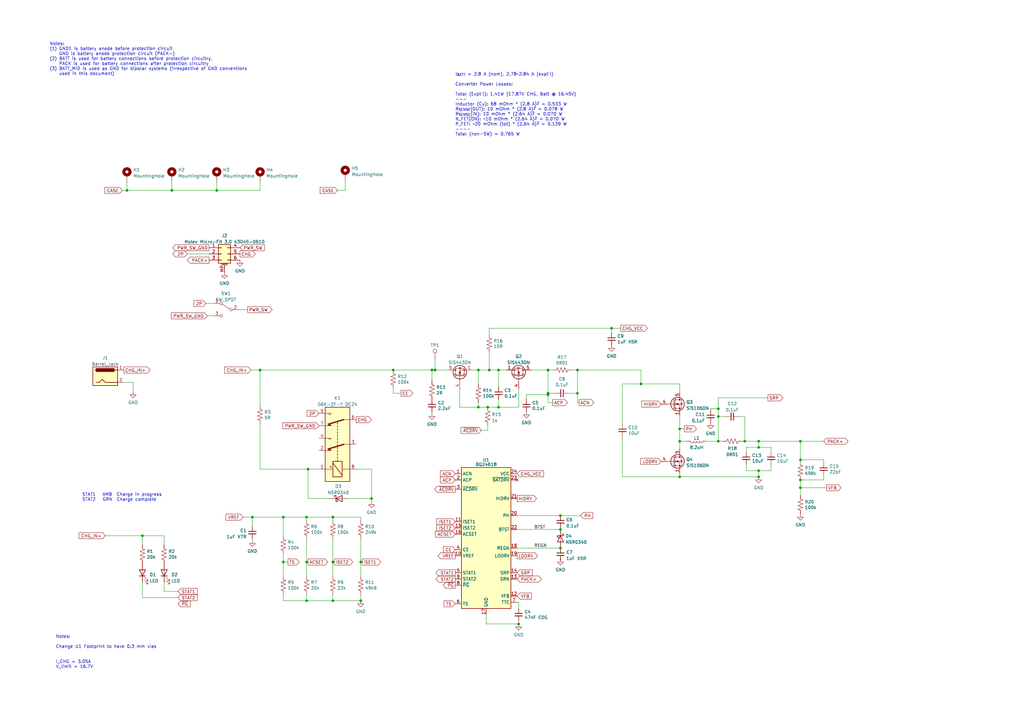
<source format=kicad_sch>
(kicad_sch (version 20211123) (generator eeschema)

  (uuid 74980ca6-404f-4c59-960a-788683942a63)

  (paper "A3")

  (lib_symbols
    (symbol "Battery_Management:BQ24618" (in_bom yes) (on_board yes)
      (property "Reference" "U" (id 0) (at 0 21.59 0)
        (effects (font (size 1.27 1.27)))
      )
      (property "Value" "BQ24618" (id 1) (at 0 19.05 0)
        (effects (font (size 1.27 1.27)))
      )
      (property "Footprint" "Package_DFN_QFN:HVQFN-24-1EP_4x4mm_P0.5mm_EP2.5x2.5mm_ThermalVias" (id 2) (at 0.635 0 0)
        (effects (font (size 1.27 1.27)) hide)
      )
      (property "Datasheet" "https://www.ti.com/lit/ds/symlink/bq24618.pdf" (id 3) (at 0 0 0)
        (effects (font (size 1.27 1.27)) hide)
      )
      (property "ki_keywords" "Battery, Charger, Li-Ion, Li-Poly" (id 4) (at 0 0 0)
        (effects (font (size 1.27 1.27)) hide)
      )
      (property "ki_description" "Synchronous switched mode Li-Ion and Li-Polymer battery charger, integrated MOSFETs and power path selector, Texas R-PVQFN-N24" (id 5) (at 0 0 0)
        (effects (font (size 1.27 1.27)) hide)
      )
      (property "ki_fp_filters" "Texas*RGY*R*PVQFN*N*" (id 6) (at 0 0 0)
        (effects (font (size 1.27 1.27)) hide)
      )
      (symbol "BQ24618_0_1"
        (rectangle (start -10.16 -40.005) (end 10.16 17.78)
          (stroke (width 0.254) (type default) (color 0 0 0 0))
          (fill (type background))
        )
      )
      (symbol "BQ24618_1_1"
        (pin input line (at -12.7 15.24 0) (length 2.54)
          (name "ACN" (effects (font (size 1.27 1.27))))
          (number "1" (effects (font (size 1.27 1.27))))
        )
        (pin power_out line (at -12.7 -18.415 0) (length 2.54)
          (name "VREF" (effects (font (size 1.27 1.27))))
          (number "10" (effects (font (size 1.27 1.27))))
        )
        (pin input line (at -12.7 -4.445 0) (length 2.54)
          (name "ISET1" (effects (font (size 1.27 1.27))))
          (number "11" (effects (font (size 1.27 1.27))))
        )
        (pin passive line (at 12.7 -34.925 180) (length 2.54)
          (name "VFB" (effects (font (size 1.27 1.27))))
          (number "12" (effects (font (size 1.27 1.27))))
        )
        (pin input line (at 12.7 -27.94 180) (length 2.54)
          (name "SRN" (effects (font (size 1.27 1.27))))
          (number "13" (effects (font (size 1.27 1.27))))
        )
        (pin input line (at 12.7 -25.4 180) (length 2.54)
          (name "SRP" (effects (font (size 1.27 1.27))))
          (number "14" (effects (font (size 1.27 1.27))))
        )
        (pin input line (at -12.7 -6.985 0) (length 2.54)
          (name "ISET2" (effects (font (size 1.27 1.27))))
          (number "15" (effects (font (size 1.27 1.27))))
        )
        (pin input line (at -12.7 -9.525 0) (length 2.54)
          (name "ACSET" (effects (font (size 1.27 1.27))))
          (number "16" (effects (font (size 1.27 1.27))))
        )
        (pin power_in line (at 0 -42.545 90) (length 2.54)
          (name "GND" (effects (font (size 1.27 1.27))))
          (number "17" (effects (font (size 1.27 1.27))))
        )
        (pin passive line (at 12.7 -15.24 180) (length 2.54)
          (name "REGN" (effects (font (size 1.27 1.27))))
          (number "18" (effects (font (size 1.27 1.27))))
        )
        (pin passive line (at 12.7 -18.415 180) (length 2.54)
          (name "LODRV" (effects (font (size 1.27 1.27))))
          (number "19" (effects (font (size 1.27 1.27))))
        )
        (pin input line (at -12.7 12.7 0) (length 2.54)
          (name "ACP" (effects (font (size 1.27 1.27))))
          (number "2" (effects (font (size 1.27 1.27))))
        )
        (pin output line (at 12.7 -1.905 180) (length 2.54)
          (name "PH" (effects (font (size 1.27 1.27))))
          (number "20" (effects (font (size 1.27 1.27))))
        )
        (pin output line (at 12.7 5.08 180) (length 2.54)
          (name "HIDRV" (effects (font (size 1.27 1.27))))
          (number "21" (effects (font (size 1.27 1.27))))
        )
        (pin passive line (at 12.7 -7.62 180) (length 2.54)
          (name "BTST" (effects (font (size 1.27 1.27))))
          (number "22" (effects (font (size 1.27 1.27))))
        )
        (pin output line (at 12.7 12.7 180) (length 2.54)
          (name "~{BATDRV}" (effects (font (size 1.27 1.27))))
          (number "23" (effects (font (size 1.27 1.27))))
        )
        (pin power_in line (at 12.7 15.24 180) (length 2.54)
          (name "VCC" (effects (font (size 1.27 1.27))))
          (number "24" (effects (font (size 1.27 1.27))))
        )
        (pin power_in line (at 0 -42.545 90) (length 2.54) hide
          (name "EP" (effects (font (size 1.27 1.27))))
          (number "25" (effects (font (size 1.27 1.27))))
        )
        (pin output line (at -12.7 8.89 0) (length 2.54)
          (name "~{ACDRV}" (effects (font (size 1.27 1.27))))
          (number "3" (effects (font (size 1.27 1.27))))
        )
        (pin tri_state line (at -12.7 -15.875 0) (length 2.54)
          (name "CE" (effects (font (size 1.27 1.27))))
          (number "4" (effects (font (size 1.27 1.27))))
        )
        (pin open_collector line (at -12.7 -25.4 0) (length 2.54)
          (name "STAT1" (effects (font (size 1.27 1.27))))
          (number "5" (effects (font (size 1.27 1.27))))
        )
        (pin input line (at -12.7 -38.1 0) (length 2.54)
          (name "TS" (effects (font (size 1.27 1.27))))
          (number "6" (effects (font (size 1.27 1.27))))
        )
        (pin passive line (at 12.7 -37.465 180) (length 2.54)
          (name "TTC" (effects (font (size 1.27 1.27))))
          (number "7" (effects (font (size 1.27 1.27))))
        )
        (pin open_collector line (at -12.7 -30.48 0) (length 2.54)
          (name "~{PG}" (effects (font (size 1.27 1.27))))
          (number "8" (effects (font (size 1.27 1.27))))
        )
        (pin open_collector line (at -12.7 -27.94 0) (length 2.54)
          (name "STAT2" (effects (font (size 1.27 1.27))))
          (number "9" (effects (font (size 1.27 1.27))))
        )
      )
    )
    (symbol "Connector:Barrel_Jack" (pin_names (offset 1.016)) (in_bom yes) (on_board yes)
      (property "Reference" "J" (id 0) (at 0 5.334 0)
        (effects (font (size 1.27 1.27)))
      )
      (property "Value" "Barrel_Jack" (id 1) (at 0 -5.08 0)
        (effects (font (size 1.27 1.27)))
      )
      (property "Footprint" "" (id 2) (at 1.27 -1.016 0)
        (effects (font (size 1.27 1.27)) hide)
      )
      (property "Datasheet" "~" (id 3) (at 1.27 -1.016 0)
        (effects (font (size 1.27 1.27)) hide)
      )
      (property "ki_keywords" "DC power barrel jack connector" (id 4) (at 0 0 0)
        (effects (font (size 1.27 1.27)) hide)
      )
      (property "ki_description" "DC Barrel Jack" (id 5) (at 0 0 0)
        (effects (font (size 1.27 1.27)) hide)
      )
      (property "ki_fp_filters" "BarrelJack*" (id 6) (at 0 0 0)
        (effects (font (size 1.27 1.27)) hide)
      )
      (symbol "Barrel_Jack_0_1"
        (rectangle (start -5.08 3.81) (end 5.08 -3.81)
          (stroke (width 0.254) (type default) (color 0 0 0 0))
          (fill (type background))
        )
        (arc (start -3.302 3.175) (mid -3.937 2.54) (end -3.302 1.905)
          (stroke (width 0.254) (type default) (color 0 0 0 0))
          (fill (type none))
        )
        (arc (start -3.302 3.175) (mid -3.937 2.54) (end -3.302 1.905)
          (stroke (width 0.254) (type default) (color 0 0 0 0))
          (fill (type outline))
        )
        (polyline
          (pts
            (xy 5.08 2.54)
            (xy 3.81 2.54)
          )
          (stroke (width 0.254) (type default) (color 0 0 0 0))
          (fill (type none))
        )
        (polyline
          (pts
            (xy -3.81 -2.54)
            (xy -2.54 -2.54)
            (xy -1.27 -1.27)
            (xy 0 -2.54)
            (xy 2.54 -2.54)
            (xy 5.08 -2.54)
          )
          (stroke (width 0.254) (type default) (color 0 0 0 0))
          (fill (type none))
        )
        (rectangle (start 3.683 3.175) (end -3.302 1.905)
          (stroke (width 0.254) (type default) (color 0 0 0 0))
          (fill (type outline))
        )
      )
      (symbol "Barrel_Jack_1_1"
        (pin passive line (at 7.62 2.54 180) (length 2.54)
          (name "~" (effects (font (size 1.27 1.27))))
          (number "1" (effects (font (size 1.27 1.27))))
        )
        (pin passive line (at 7.62 -2.54 180) (length 2.54)
          (name "~" (effects (font (size 1.27 1.27))))
          (number "2" (effects (font (size 1.27 1.27))))
        )
      )
    )
    (symbol "Connector:TestPoint" (pin_numbers hide) (pin_names (offset 0.762) hide) (in_bom yes) (on_board yes)
      (property "Reference" "TP" (id 0) (at 0 6.858 0)
        (effects (font (size 1.27 1.27)))
      )
      (property "Value" "TestPoint" (id 1) (at 0 5.08 0)
        (effects (font (size 1.27 1.27)))
      )
      (property "Footprint" "" (id 2) (at 5.08 0 0)
        (effects (font (size 1.27 1.27)) hide)
      )
      (property "Datasheet" "~" (id 3) (at 5.08 0 0)
        (effects (font (size 1.27 1.27)) hide)
      )
      (property "ki_keywords" "test point tp" (id 4) (at 0 0 0)
        (effects (font (size 1.27 1.27)) hide)
      )
      (property "ki_description" "test point" (id 5) (at 0 0 0)
        (effects (font (size 1.27 1.27)) hide)
      )
      (property "ki_fp_filters" "Pin* Test*" (id 6) (at 0 0 0)
        (effects (font (size 1.27 1.27)) hide)
      )
      (symbol "TestPoint_0_1"
        (circle (center 0 3.302) (radius 0.762)
          (stroke (width 0) (type default) (color 0 0 0 0))
          (fill (type none))
        )
      )
      (symbol "TestPoint_1_1"
        (pin passive line (at 0 0 90) (length 2.54)
          (name "1" (effects (font (size 1.27 1.27))))
          (number "1" (effects (font (size 1.27 1.27))))
        )
      )
    )
    (symbol "Connector_Generic_MountingPin:Conn_02x03_Top_Bottom_MountingPin" (pin_names (offset 1.016) hide) (in_bom yes) (on_board yes)
      (property "Reference" "J" (id 0) (at 1.27 5.08 0)
        (effects (font (size 1.27 1.27)))
      )
      (property "Value" "Conn_02x03_Top_Bottom_MountingPin" (id 1) (at 2.54 -5.08 0)
        (effects (font (size 1.27 1.27)) (justify left))
      )
      (property "Footprint" "" (id 2) (at 0 0 0)
        (effects (font (size 1.27 1.27)) hide)
      )
      (property "Datasheet" "~" (id 3) (at 0 0 0)
        (effects (font (size 1.27 1.27)) hide)
      )
      (property "ki_keywords" "connector" (id 4) (at 0 0 0)
        (effects (font (size 1.27 1.27)) hide)
      )
      (property "ki_description" "Generic connectable mounting pin connector, double row, 02x03, top/bottom pin numbering scheme (row 1: 1...pins_per_row, row2: pins_per_row+1 ... num_pins), script generated (kicad-library-utils/schlib/autogen/connector/)" (id 5) (at 0 0 0)
        (effects (font (size 1.27 1.27)) hide)
      )
      (property "ki_fp_filters" "Connector*:*_2x??-1MP*" (id 6) (at 0 0 0)
        (effects (font (size 1.27 1.27)) hide)
      )
      (symbol "Conn_02x03_Top_Bottom_MountingPin_1_1"
        (rectangle (start -1.27 -2.413) (end 0 -2.667)
          (stroke (width 0.1524) (type default) (color 0 0 0 0))
          (fill (type none))
        )
        (rectangle (start -1.27 0.127) (end 0 -0.127)
          (stroke (width 0.1524) (type default) (color 0 0 0 0))
          (fill (type none))
        )
        (rectangle (start -1.27 2.667) (end 0 2.413)
          (stroke (width 0.1524) (type default) (color 0 0 0 0))
          (fill (type none))
        )
        (rectangle (start -1.27 3.81) (end 3.81 -3.81)
          (stroke (width 0.254) (type default) (color 0 0 0 0))
          (fill (type background))
        )
        (polyline
          (pts
            (xy 0.254 -4.572)
            (xy 2.286 -4.572)
          )
          (stroke (width 0.1524) (type default) (color 0 0 0 0))
          (fill (type none))
        )
        (rectangle (start 3.81 -2.413) (end 2.54 -2.667)
          (stroke (width 0.1524) (type default) (color 0 0 0 0))
          (fill (type none))
        )
        (rectangle (start 3.81 0.127) (end 2.54 -0.127)
          (stroke (width 0.1524) (type default) (color 0 0 0 0))
          (fill (type none))
        )
        (rectangle (start 3.81 2.667) (end 2.54 2.413)
          (stroke (width 0.1524) (type default) (color 0 0 0 0))
          (fill (type none))
        )
        (text "Mounting" (at 1.27 -4.191 0)
          (effects (font (size 0.381 0.381)))
        )
        (pin passive line (at -5.08 2.54 0) (length 3.81)
          (name "Pin_1" (effects (font (size 1.27 1.27))))
          (number "1" (effects (font (size 1.27 1.27))))
        )
        (pin passive line (at -5.08 0 0) (length 3.81)
          (name "Pin_2" (effects (font (size 1.27 1.27))))
          (number "2" (effects (font (size 1.27 1.27))))
        )
        (pin passive line (at -5.08 -2.54 0) (length 3.81)
          (name "Pin_3" (effects (font (size 1.27 1.27))))
          (number "3" (effects (font (size 1.27 1.27))))
        )
        (pin passive line (at 7.62 2.54 180) (length 3.81)
          (name "Pin_4" (effects (font (size 1.27 1.27))))
          (number "4" (effects (font (size 1.27 1.27))))
        )
        (pin passive line (at 7.62 0 180) (length 3.81)
          (name "Pin_5" (effects (font (size 1.27 1.27))))
          (number "5" (effects (font (size 1.27 1.27))))
        )
        (pin passive line (at 7.62 -2.54 180) (length 3.81)
          (name "Pin_6" (effects (font (size 1.27 1.27))))
          (number "6" (effects (font (size 1.27 1.27))))
        )
        (pin passive line (at 1.27 -7.62 90) (length 3.048)
          (name "MountPin" (effects (font (size 1.27 1.27))))
          (number "MP" (effects (font (size 1.27 1.27))))
        )
      )
    )
    (symbol "Device:C_Small" (pin_numbers hide) (pin_names (offset 0.254) hide) (in_bom yes) (on_board yes)
      (property "Reference" "C" (id 0) (at 0.254 1.778 0)
        (effects (font (size 1.27 1.27)) (justify left))
      )
      (property "Value" "C_Small" (id 1) (at 0.254 -2.032 0)
        (effects (font (size 1.27 1.27)) (justify left))
      )
      (property "Footprint" "" (id 2) (at 0 0 0)
        (effects (font (size 1.27 1.27)) hide)
      )
      (property "Datasheet" "~" (id 3) (at 0 0 0)
        (effects (font (size 1.27 1.27)) hide)
      )
      (property "ki_keywords" "capacitor cap" (id 4) (at 0 0 0)
        (effects (font (size 1.27 1.27)) hide)
      )
      (property "ki_description" "Unpolarized capacitor, small symbol" (id 5) (at 0 0 0)
        (effects (font (size 1.27 1.27)) hide)
      )
      (property "ki_fp_filters" "C_*" (id 6) (at 0 0 0)
        (effects (font (size 1.27 1.27)) hide)
      )
      (symbol "C_Small_0_1"
        (polyline
          (pts
            (xy -1.524 -0.508)
            (xy 1.524 -0.508)
          )
          (stroke (width 0.3302) (type default) (color 0 0 0 0))
          (fill (type none))
        )
        (polyline
          (pts
            (xy -1.524 0.508)
            (xy 1.524 0.508)
          )
          (stroke (width 0.3048) (type default) (color 0 0 0 0))
          (fill (type none))
        )
      )
      (symbol "C_Small_1_1"
        (pin passive line (at 0 2.54 270) (length 2.032)
          (name "~" (effects (font (size 1.27 1.27))))
          (number "1" (effects (font (size 1.27 1.27))))
        )
        (pin passive line (at 0 -2.54 90) (length 2.032)
          (name "~" (effects (font (size 1.27 1.27))))
          (number "2" (effects (font (size 1.27 1.27))))
        )
      )
    )
    (symbol "Device:L" (pin_numbers hide) (pin_names (offset 1.016) hide) (in_bom yes) (on_board yes)
      (property "Reference" "L" (id 0) (at -1.27 0 90)
        (effects (font (size 1.27 1.27)))
      )
      (property "Value" "L" (id 1) (at 1.905 0 90)
        (effects (font (size 1.27 1.27)))
      )
      (property "Footprint" "" (id 2) (at 0 0 0)
        (effects (font (size 1.27 1.27)) hide)
      )
      (property "Datasheet" "~" (id 3) (at 0 0 0)
        (effects (font (size 1.27 1.27)) hide)
      )
      (property "ki_keywords" "inductor choke coil reactor magnetic" (id 4) (at 0 0 0)
        (effects (font (size 1.27 1.27)) hide)
      )
      (property "ki_description" "Inductor" (id 5) (at 0 0 0)
        (effects (font (size 1.27 1.27)) hide)
      )
      (property "ki_fp_filters" "Choke_* *Coil* Inductor_* L_*" (id 6) (at 0 0 0)
        (effects (font (size 1.27 1.27)) hide)
      )
      (symbol "L_0_1"
        (arc (start 0 -2.54) (mid 0.635 -1.905) (end 0 -1.27)
          (stroke (width 0) (type default) (color 0 0 0 0))
          (fill (type none))
        )
        (arc (start 0 -1.27) (mid 0.635 -0.635) (end 0 0)
          (stroke (width 0) (type default) (color 0 0 0 0))
          (fill (type none))
        )
        (arc (start 0 0) (mid 0.635 0.635) (end 0 1.27)
          (stroke (width 0) (type default) (color 0 0 0 0))
          (fill (type none))
        )
        (arc (start 0 1.27) (mid 0.635 1.905) (end 0 2.54)
          (stroke (width 0) (type default) (color 0 0 0 0))
          (fill (type none))
        )
      )
      (symbol "L_1_1"
        (pin passive line (at 0 3.81 270) (length 1.27)
          (name "1" (effects (font (size 1.27 1.27))))
          (number "1" (effects (font (size 1.27 1.27))))
        )
        (pin passive line (at 0 -3.81 90) (length 1.27)
          (name "2" (effects (font (size 1.27 1.27))))
          (number "2" (effects (font (size 1.27 1.27))))
        )
      )
    )
    (symbol "Device:LED" (pin_numbers hide) (pin_names (offset 1.016) hide) (in_bom yes) (on_board yes)
      (property "Reference" "D" (id 0) (at 0 2.54 0)
        (effects (font (size 1.27 1.27)))
      )
      (property "Value" "LED" (id 1) (at 0 -2.54 0)
        (effects (font (size 1.27 1.27)))
      )
      (property "Footprint" "" (id 2) (at 0 0 0)
        (effects (font (size 1.27 1.27)) hide)
      )
      (property "Datasheet" "~" (id 3) (at 0 0 0)
        (effects (font (size 1.27 1.27)) hide)
      )
      (property "ki_keywords" "LED diode" (id 4) (at 0 0 0)
        (effects (font (size 1.27 1.27)) hide)
      )
      (property "ki_description" "Light emitting diode" (id 5) (at 0 0 0)
        (effects (font (size 1.27 1.27)) hide)
      )
      (property "ki_fp_filters" "LED* LED_SMD:* LED_THT:*" (id 6) (at 0 0 0)
        (effects (font (size 1.27 1.27)) hide)
      )
      (symbol "LED_0_1"
        (polyline
          (pts
            (xy -1.27 -1.27)
            (xy -1.27 1.27)
          )
          (stroke (width 0.254) (type default) (color 0 0 0 0))
          (fill (type none))
        )
        (polyline
          (pts
            (xy -1.27 0)
            (xy 1.27 0)
          )
          (stroke (width 0) (type default) (color 0 0 0 0))
          (fill (type none))
        )
        (polyline
          (pts
            (xy 1.27 -1.27)
            (xy 1.27 1.27)
            (xy -1.27 0)
            (xy 1.27 -1.27)
          )
          (stroke (width 0.254) (type default) (color 0 0 0 0))
          (fill (type none))
        )
        (polyline
          (pts
            (xy -3.048 -0.762)
            (xy -4.572 -2.286)
            (xy -3.81 -2.286)
            (xy -4.572 -2.286)
            (xy -4.572 -1.524)
          )
          (stroke (width 0) (type default) (color 0 0 0 0))
          (fill (type none))
        )
        (polyline
          (pts
            (xy -1.778 -0.762)
            (xy -3.302 -2.286)
            (xy -2.54 -2.286)
            (xy -3.302 -2.286)
            (xy -3.302 -1.524)
          )
          (stroke (width 0) (type default) (color 0 0 0 0))
          (fill (type none))
        )
      )
      (symbol "LED_1_1"
        (pin passive line (at -3.81 0 0) (length 2.54)
          (name "K" (effects (font (size 1.27 1.27))))
          (number "1" (effects (font (size 1.27 1.27))))
        )
        (pin passive line (at 3.81 0 180) (length 2.54)
          (name "A" (effects (font (size 1.27 1.27))))
          (number "2" (effects (font (size 1.27 1.27))))
        )
      )
    )
    (symbol "Device:R_US" (pin_numbers hide) (pin_names (offset 0)) (in_bom yes) (on_board yes)
      (property "Reference" "R" (id 0) (at 2.54 0 90)
        (effects (font (size 1.27 1.27)))
      )
      (property "Value" "R_US" (id 1) (at -2.54 0 90)
        (effects (font (size 1.27 1.27)))
      )
      (property "Footprint" "" (id 2) (at 1.016 -0.254 90)
        (effects (font (size 1.27 1.27)) hide)
      )
      (property "Datasheet" "~" (id 3) (at 0 0 0)
        (effects (font (size 1.27 1.27)) hide)
      )
      (property "ki_keywords" "R res resistor" (id 4) (at 0 0 0)
        (effects (font (size 1.27 1.27)) hide)
      )
      (property "ki_description" "Resistor, US symbol" (id 5) (at 0 0 0)
        (effects (font (size 1.27 1.27)) hide)
      )
      (property "ki_fp_filters" "R_*" (id 6) (at 0 0 0)
        (effects (font (size 1.27 1.27)) hide)
      )
      (symbol "R_US_0_1"
        (polyline
          (pts
            (xy 0 -2.286)
            (xy 0 -2.54)
          )
          (stroke (width 0) (type default) (color 0 0 0 0))
          (fill (type none))
        )
        (polyline
          (pts
            (xy 0 2.286)
            (xy 0 2.54)
          )
          (stroke (width 0) (type default) (color 0 0 0 0))
          (fill (type none))
        )
        (polyline
          (pts
            (xy 0 -0.762)
            (xy 1.016 -1.143)
            (xy 0 -1.524)
            (xy -1.016 -1.905)
            (xy 0 -2.286)
          )
          (stroke (width 0) (type default) (color 0 0 0 0))
          (fill (type none))
        )
        (polyline
          (pts
            (xy 0 0.762)
            (xy 1.016 0.381)
            (xy 0 0)
            (xy -1.016 -0.381)
            (xy 0 -0.762)
          )
          (stroke (width 0) (type default) (color 0 0 0 0))
          (fill (type none))
        )
        (polyline
          (pts
            (xy 0 2.286)
            (xy 1.016 1.905)
            (xy 0 1.524)
            (xy -1.016 1.143)
            (xy 0 0.762)
          )
          (stroke (width 0) (type default) (color 0 0 0 0))
          (fill (type none))
        )
      )
      (symbol "R_US_1_1"
        (pin passive line (at 0 3.81 270) (length 1.27)
          (name "~" (effects (font (size 1.27 1.27))))
          (number "1" (effects (font (size 1.27 1.27))))
        )
        (pin passive line (at 0 -3.81 90) (length 1.27)
          (name "~" (effects (font (size 1.27 1.27))))
          (number "2" (effects (font (size 1.27 1.27))))
        )
      )
    )
    (symbol "Diode:BAT48JFILM" (pin_numbers hide) (pin_names (offset 1.016) hide) (in_bom yes) (on_board yes)
      (property "Reference" "D" (id 0) (at 0 2.54 0)
        (effects (font (size 1.27 1.27)))
      )
      (property "Value" "BAT48JFILM" (id 1) (at 0 -2.54 0)
        (effects (font (size 1.27 1.27)))
      )
      (property "Footprint" "Diode_SMD:D_SOD-323" (id 2) (at 0 -4.445 0)
        (effects (font (size 1.27 1.27)) hide)
      )
      (property "Datasheet" "www.st.com/resource/en/datasheet/bat48.pdf" (id 3) (at 0 0 0)
        (effects (font (size 1.27 1.27)) hide)
      )
      (property "ki_keywords" "diode Schottky" (id 4) (at 0 0 0)
        (effects (font (size 1.27 1.27)) hide)
      )
      (property "ki_description" "40V 0.35A Small Signal Schottky Diode, SOD-323" (id 5) (at 0 0 0)
        (effects (font (size 1.27 1.27)) hide)
      )
      (property "ki_fp_filters" "D*SOD?323*" (id 6) (at 0 0 0)
        (effects (font (size 1.27 1.27)) hide)
      )
      (symbol "BAT48JFILM_0_1"
        (polyline
          (pts
            (xy 1.27 0)
            (xy -1.27 0)
          )
          (stroke (width 0) (type default) (color 0 0 0 0))
          (fill (type none))
        )
        (polyline
          (pts
            (xy 1.27 1.27)
            (xy 1.27 -1.27)
            (xy -1.27 0)
            (xy 1.27 1.27)
          )
          (stroke (width 0.254) (type default) (color 0 0 0 0))
          (fill (type none))
        )
        (polyline
          (pts
            (xy -1.905 0.635)
            (xy -1.905 1.27)
            (xy -1.27 1.27)
            (xy -1.27 -1.27)
            (xy -0.635 -1.27)
            (xy -0.635 -0.635)
          )
          (stroke (width 0.254) (type default) (color 0 0 0 0))
          (fill (type none))
        )
      )
      (symbol "BAT48JFILM_1_1"
        (pin passive line (at -3.81 0 0) (length 2.54)
          (name "K" (effects (font (size 1.27 1.27))))
          (number "1" (effects (font (size 1.27 1.27))))
        )
        (pin passive line (at 3.81 0 180) (length 2.54)
          (name "A" (effects (font (size 1.27 1.27))))
          (number "2" (effects (font (size 1.27 1.27))))
        )
      )
    )
    (symbol "Mechanical:MountingHole_Pad" (pin_numbers hide) (pin_names (offset 1.016) hide) (in_bom yes) (on_board yes)
      (property "Reference" "H" (id 0) (at 0 6.35 0)
        (effects (font (size 1.27 1.27)))
      )
      (property "Value" "MountingHole_Pad" (id 1) (at 0 4.445 0)
        (effects (font (size 1.27 1.27)))
      )
      (property "Footprint" "" (id 2) (at 0 0 0)
        (effects (font (size 1.27 1.27)) hide)
      )
      (property "Datasheet" "~" (id 3) (at 0 0 0)
        (effects (font (size 1.27 1.27)) hide)
      )
      (property "ki_keywords" "mounting hole" (id 4) (at 0 0 0)
        (effects (font (size 1.27 1.27)) hide)
      )
      (property "ki_description" "Mounting Hole with connection" (id 5) (at 0 0 0)
        (effects (font (size 1.27 1.27)) hide)
      )
      (property "ki_fp_filters" "MountingHole*Pad*" (id 6) (at 0 0 0)
        (effects (font (size 1.27 1.27)) hide)
      )
      (symbol "MountingHole_Pad_0_1"
        (circle (center 0 1.27) (radius 1.27)
          (stroke (width 1.27) (type default) (color 0 0 0 0))
          (fill (type none))
        )
      )
      (symbol "MountingHole_Pad_1_1"
        (pin input line (at 0 -2.54 90) (length 2.54)
          (name "1" (effects (font (size 1.27 1.27))))
          (number "1" (effects (font (size 1.27 1.27))))
        )
      )
    )
    (symbol "Relay:G6K-2" (in_bom yes) (on_board yes)
      (property "Reference" "K" (id 0) (at 16.51 3.81 0)
        (effects (font (size 1.27 1.27)) (justify left))
      )
      (property "Value" "G6K-2" (id 1) (at 16.51 1.27 0)
        (effects (font (size 1.27 1.27)) (justify left))
      )
      (property "Footprint" "" (id 2) (at 0 0 0)
        (effects (font (size 1.27 1.27)) (justify left) hide)
      )
      (property "Datasheet" "http://omronfs.omron.com/en_US/ecb/products/pdf/en-g6k.pdf" (id 3) (at 0 0 0)
        (effects (font (size 1.27 1.27)) hide)
      )
      (property "ki_keywords" "Miniature Relay Dual Pole DPDT Omron" (id 4) (at 0 0 0)
        (effects (font (size 1.27 1.27)) hide)
      )
      (property "ki_description" "Miniature 2-pole relay, Single-side Stable" (id 5) (at 0 0 0)
        (effects (font (size 1.27 1.27)) hide)
      )
      (property "ki_fp_filters" "Relay*DPDT*Omron*G6K?2*" (id 6) (at 0 0 0)
        (effects (font (size 1.27 1.27)) hide)
      )
      (symbol "G6K-2_0_0"
        (text "+" (at -9.271 2.921 0)
          (effects (font (size 1.27 1.27)))
        )
      )
      (symbol "G6K-2_0_1"
        (rectangle (start -15.24 5.08) (end 15.24 -5.08)
          (stroke (width 0.254) (type default) (color 0 0 0 0))
          (fill (type background))
        )
        (rectangle (start -13.335 1.905) (end -6.985 -1.905)
          (stroke (width 0.254) (type default) (color 0 0 0 0))
          (fill (type none))
        )
        (polyline
          (pts
            (xy -12.7 -1.905)
            (xy -7.62 1.905)
          )
          (stroke (width 0.254) (type default) (color 0 0 0 0))
          (fill (type none))
        )
        (polyline
          (pts
            (xy -10.16 -5.08)
            (xy -10.16 -1.905)
          )
          (stroke (width 0) (type default) (color 0 0 0 0))
          (fill (type none))
        )
        (polyline
          (pts
            (xy -10.16 5.08)
            (xy -10.16 1.905)
          )
          (stroke (width 0) (type default) (color 0 0 0 0))
          (fill (type none))
        )
        (polyline
          (pts
            (xy -6.985 0)
            (xy -6.35 0)
          )
          (stroke (width 0.254) (type default) (color 0 0 0 0))
          (fill (type none))
        )
        (polyline
          (pts
            (xy -5.715 0)
            (xy -5.08 0)
          )
          (stroke (width 0.254) (type default) (color 0 0 0 0))
          (fill (type none))
        )
        (polyline
          (pts
            (xy -4.445 0)
            (xy -3.81 0)
          )
          (stroke (width 0.254) (type default) (color 0 0 0 0))
          (fill (type none))
        )
        (polyline
          (pts
            (xy -3.175 0)
            (xy -2.54 0)
          )
          (stroke (width 0.254) (type default) (color 0 0 0 0))
          (fill (type none))
        )
        (polyline
          (pts
            (xy -1.905 0)
            (xy -1.27 0)
          )
          (stroke (width 0.254) (type default) (color 0 0 0 0))
          (fill (type none))
        )
        (polyline
          (pts
            (xy -0.635 0)
            (xy 0 0)
          )
          (stroke (width 0.254) (type default) (color 0 0 0 0))
          (fill (type none))
        )
        (polyline
          (pts
            (xy 0 -2.54)
            (xy -1.905 3.81)
          )
          (stroke (width 0.508) (type default) (color 0 0 0 0))
          (fill (type none))
        )
        (polyline
          (pts
            (xy 0 -2.54)
            (xy 0 -5.08)
          )
          (stroke (width 0) (type default) (color 0 0 0 0))
          (fill (type none))
        )
        (polyline
          (pts
            (xy 0.635 0)
            (xy 1.27 0)
          )
          (stroke (width 0.254) (type default) (color 0 0 0 0))
          (fill (type none))
        )
        (polyline
          (pts
            (xy 1.905 0)
            (xy 2.54 0)
          )
          (stroke (width 0.254) (type default) (color 0 0 0 0))
          (fill (type none))
        )
        (polyline
          (pts
            (xy 3.175 0)
            (xy 3.81 0)
          )
          (stroke (width 0.254) (type default) (color 0 0 0 0))
          (fill (type none))
        )
        (polyline
          (pts
            (xy 4.445 0)
            (xy 5.08 0)
          )
          (stroke (width 0.254) (type default) (color 0 0 0 0))
          (fill (type none))
        )
        (polyline
          (pts
            (xy 5.715 0)
            (xy 6.35 0)
          )
          (stroke (width 0.254) (type default) (color 0 0 0 0))
          (fill (type none))
        )
        (polyline
          (pts
            (xy 6.985 0)
            (xy 7.62 0)
          )
          (stroke (width 0.254) (type default) (color 0 0 0 0))
          (fill (type none))
        )
        (polyline
          (pts
            (xy 8.255 0)
            (xy 8.89 0)
          )
          (stroke (width 0.254) (type default) (color 0 0 0 0))
          (fill (type none))
        )
        (polyline
          (pts
            (xy 10.16 -2.54)
            (xy 8.255 3.81)
          )
          (stroke (width 0.508) (type default) (color 0 0 0 0))
          (fill (type none))
        )
        (polyline
          (pts
            (xy 10.16 -2.54)
            (xy 10.16 -5.08)
          )
          (stroke (width 0) (type default) (color 0 0 0 0))
          (fill (type none))
        )
        (polyline
          (pts
            (xy -2.54 5.08)
            (xy -2.54 2.54)
            (xy -1.905 3.175)
            (xy -2.54 3.81)
          )
          (stroke (width 0) (type default) (color 0 0 0 0))
          (fill (type outline))
        )
        (polyline
          (pts
            (xy 2.54 5.08)
            (xy 2.54 2.54)
            (xy 1.905 3.175)
            (xy 2.54 3.81)
          )
          (stroke (width 0) (type default) (color 0 0 0 0))
          (fill (type none))
        )
        (polyline
          (pts
            (xy 7.62 5.08)
            (xy 7.62 2.54)
            (xy 8.255 3.175)
            (xy 7.62 3.81)
          )
          (stroke (width 0) (type default) (color 0 0 0 0))
          (fill (type outline))
        )
        (polyline
          (pts
            (xy 12.7 5.08)
            (xy 12.7 2.54)
            (xy 12.065 3.175)
            (xy 12.7 3.81)
          )
          (stroke (width 0) (type default) (color 0 0 0 0))
          (fill (type none))
        )
      )
      (symbol "G6K-2_1_1"
        (pin passive line (at -10.16 7.62 270) (length 2.54)
          (name "~" (effects (font (size 1.27 1.27))))
          (number "1" (effects (font (size 1.27 1.27))))
        )
        (pin passive line (at -2.54 7.62 270) (length 2.54)
          (name "~" (effects (font (size 1.27 1.27))))
          (number "2" (effects (font (size 1.27 1.27))))
        )
        (pin passive line (at 0 -7.62 90) (length 2.54)
          (name "~" (effects (font (size 1.27 1.27))))
          (number "3" (effects (font (size 1.27 1.27))))
        )
        (pin passive line (at 2.54 7.62 270) (length 2.54)
          (name "~" (effects (font (size 1.27 1.27))))
          (number "4" (effects (font (size 1.27 1.27))))
        )
        (pin passive line (at 12.7 7.62 270) (length 2.54)
          (name "~" (effects (font (size 1.27 1.27))))
          (number "5" (effects (font (size 1.27 1.27))))
        )
        (pin passive line (at 10.16 -7.62 90) (length 2.54)
          (name "~" (effects (font (size 1.27 1.27))))
          (number "6" (effects (font (size 1.27 1.27))))
        )
        (pin passive line (at 7.62 7.62 270) (length 2.54)
          (name "~" (effects (font (size 1.27 1.27))))
          (number "7" (effects (font (size 1.27 1.27))))
        )
        (pin passive line (at -10.16 -7.62 90) (length 2.54)
          (name "~" (effects (font (size 1.27 1.27))))
          (number "8" (effects (font (size 1.27 1.27))))
        )
      )
    )
    (symbol "Switch:SW_SPDT" (pin_names (offset 0) hide) (in_bom yes) (on_board yes)
      (property "Reference" "SW" (id 0) (at 0 4.318 0)
        (effects (font (size 1.27 1.27)))
      )
      (property "Value" "SW_SPDT" (id 1) (at 0 -5.08 0)
        (effects (font (size 1.27 1.27)))
      )
      (property "Footprint" "" (id 2) (at 0 0 0)
        (effects (font (size 1.27 1.27)) hide)
      )
      (property "Datasheet" "~" (id 3) (at 0 0 0)
        (effects (font (size 1.27 1.27)) hide)
      )
      (property "ki_keywords" "switch single-pole double-throw spdt ON-ON" (id 4) (at 0 0 0)
        (effects (font (size 1.27 1.27)) hide)
      )
      (property "ki_description" "Switch, single pole double throw" (id 5) (at 0 0 0)
        (effects (font (size 1.27 1.27)) hide)
      )
      (symbol "SW_SPDT_0_0"
        (circle (center -2.032 0) (radius 0.508)
          (stroke (width 0) (type default) (color 0 0 0 0))
          (fill (type none))
        )
        (circle (center 2.032 -2.54) (radius 0.508)
          (stroke (width 0) (type default) (color 0 0 0 0))
          (fill (type none))
        )
      )
      (symbol "SW_SPDT_0_1"
        (polyline
          (pts
            (xy -1.524 0.254)
            (xy 1.651 2.286)
          )
          (stroke (width 0) (type default) (color 0 0 0 0))
          (fill (type none))
        )
        (circle (center 2.032 2.54) (radius 0.508)
          (stroke (width 0) (type default) (color 0 0 0 0))
          (fill (type none))
        )
      )
      (symbol "SW_SPDT_1_1"
        (pin passive line (at 5.08 2.54 180) (length 2.54)
          (name "A" (effects (font (size 1.27 1.27))))
          (number "1" (effects (font (size 1.27 1.27))))
        )
        (pin passive line (at -5.08 0 0) (length 2.54)
          (name "B" (effects (font (size 1.27 1.27))))
          (number "2" (effects (font (size 1.27 1.27))))
        )
        (pin passive line (at 5.08 -2.54 180) (length 2.54)
          (name "C" (effects (font (size 1.27 1.27))))
          (number "3" (effects (font (size 1.27 1.27))))
        )
      )
    )
    (symbol "Transistor_FET:SiS106DN" (pin_names hide) (in_bom yes) (on_board yes)
      (property "Reference" "Q" (id 0) (at 5.08 1.905 0)
        (effects (font (size 1.27 1.27)) (justify left))
      )
      (property "Value" "SiS106DN" (id 1) (at 5.08 0 0)
        (effects (font (size 1.27 1.27)) (justify left))
      )
      (property "Footprint" "Package_SO:Vishay_PowerPAK_1212-8_Single" (id 2) (at 5.08 -1.905 0)
        (effects (font (size 1.27 1.27) italic) (justify left) hide)
      )
      (property "Datasheet" "https://www.vishay.com/docs/76537/sis106dn.pdf" (id 3) (at 0 0 0)
        (effects (font (size 1.27 1.27)) (justify left) hide)
      )
      (property "ki_keywords" "N-Channel MOSFET" (id 4) (at 0 0 0)
        (effects (font (size 1.27 1.27)) hide)
      )
      (property "ki_description" "16A Id, 60V Vds, N-Channel MOSFET, PowerPAK 1212-8 Single" (id 5) (at 0 0 0)
        (effects (font (size 1.27 1.27)) hide)
      )
      (property "ki_fp_filters" "Vishay*PowerPAK*1212*Single*" (id 6) (at 0 0 0)
        (effects (font (size 1.27 1.27)) hide)
      )
      (symbol "SiS106DN_0_1"
        (polyline
          (pts
            (xy 0.254 0)
            (xy -2.54 0)
          )
          (stroke (width 0) (type default) (color 0 0 0 0))
          (fill (type none))
        )
        (polyline
          (pts
            (xy 0.254 1.905)
            (xy 0.254 -1.905)
          )
          (stroke (width 0.254) (type default) (color 0 0 0 0))
          (fill (type none))
        )
        (polyline
          (pts
            (xy 0.762 -1.27)
            (xy 0.762 -2.286)
          )
          (stroke (width 0.254) (type default) (color 0 0 0 0))
          (fill (type none))
        )
        (polyline
          (pts
            (xy 0.762 0.508)
            (xy 0.762 -0.508)
          )
          (stroke (width 0.254) (type default) (color 0 0 0 0))
          (fill (type none))
        )
        (polyline
          (pts
            (xy 0.762 2.286)
            (xy 0.762 1.27)
          )
          (stroke (width 0.254) (type default) (color 0 0 0 0))
          (fill (type none))
        )
        (polyline
          (pts
            (xy 2.54 2.54)
            (xy 2.54 1.778)
          )
          (stroke (width 0) (type default) (color 0 0 0 0))
          (fill (type none))
        )
        (polyline
          (pts
            (xy 2.54 -2.54)
            (xy 2.54 0)
            (xy 0.762 0)
          )
          (stroke (width 0) (type default) (color 0 0 0 0))
          (fill (type none))
        )
        (polyline
          (pts
            (xy 0.762 -1.778)
            (xy 3.302 -1.778)
            (xy 3.302 1.778)
            (xy 0.762 1.778)
          )
          (stroke (width 0) (type default) (color 0 0 0 0))
          (fill (type none))
        )
        (polyline
          (pts
            (xy 1.016 0)
            (xy 2.032 0.381)
            (xy 2.032 -0.381)
            (xy 1.016 0)
          )
          (stroke (width 0) (type default) (color 0 0 0 0))
          (fill (type outline))
        )
        (polyline
          (pts
            (xy 2.794 0.508)
            (xy 2.921 0.381)
            (xy 3.683 0.381)
            (xy 3.81 0.254)
          )
          (stroke (width 0) (type default) (color 0 0 0 0))
          (fill (type none))
        )
        (polyline
          (pts
            (xy 3.302 0.381)
            (xy 2.921 -0.254)
            (xy 3.683 -0.254)
            (xy 3.302 0.381)
          )
          (stroke (width 0) (type default) (color 0 0 0 0))
          (fill (type none))
        )
        (circle (center 1.651 0) (radius 2.794)
          (stroke (width 0.254) (type default) (color 0 0 0 0))
          (fill (type none))
        )
        (circle (center 2.54 -1.778) (radius 0.254)
          (stroke (width 0) (type default) (color 0 0 0 0))
          (fill (type outline))
        )
        (circle (center 2.54 1.778) (radius 0.254)
          (stroke (width 0) (type default) (color 0 0 0 0))
          (fill (type outline))
        )
      )
      (symbol "SiS106DN_1_1"
        (pin passive line (at 2.54 -5.08 90) (length 2.54)
          (name "S" (effects (font (size 1.27 1.27))))
          (number "1" (effects (font (size 1.27 1.27))))
        )
        (pin passive line (at 2.54 -5.08 90) (length 2.54) hide
          (name "S" (effects (font (size 1.27 1.27))))
          (number "2" (effects (font (size 1.27 1.27))))
        )
        (pin passive line (at 2.54 -5.08 90) (length 2.54) hide
          (name "S" (effects (font (size 1.27 1.27))))
          (number "3" (effects (font (size 1.27 1.27))))
        )
        (pin input line (at -5.08 0 0) (length 2.54)
          (name "G" (effects (font (size 1.27 1.27))))
          (number "4" (effects (font (size 1.27 1.27))))
        )
        (pin passive line (at 2.54 5.08 270) (length 2.54)
          (name "D" (effects (font (size 1.27 1.27))))
          (number "5" (effects (font (size 1.27 1.27))))
        )
      )
    )
    (symbol "Transistor_FET:SiS443DN" (pin_names hide) (in_bom yes) (on_board yes)
      (property "Reference" "Q" (id 0) (at 5.08 1.905 0)
        (effects (font (size 1.27 1.27)) (justify left))
      )
      (property "Value" "SiS443DN" (id 1) (at 5.08 0 0)
        (effects (font (size 1.27 1.27)) (justify left))
      )
      (property "Footprint" "Package_SO:Vishay_PowerPAK_1212-8_Single" (id 2) (at 5.08 -1.905 0)
        (effects (font (size 1.27 1.27) italic) (justify left) hide)
      )
      (property "Datasheet" "https://www.vishay.com/docs/63253/sis443dn.pdf" (id 3) (at 0 0 90)
        (effects (font (size 1.27 1.27)) (justify left) hide)
      )
      (property "ki_keywords" "P-Channel MOSFET" (id 4) (at 0 0 0)
        (effects (font (size 1.27 1.27)) hide)
      )
      (property "ki_description" "-35A Id, -40V Vds, P-Channel MOSFET, PowerPAK 1212-8 Single" (id 5) (at 0 0 0)
        (effects (font (size 1.27 1.27)) hide)
      )
      (property "ki_fp_filters" "Vishay*PowerPAK*1212*Single*" (id 6) (at 0 0 0)
        (effects (font (size 1.27 1.27)) hide)
      )
      (symbol "SiS443DN_0_1"
        (polyline
          (pts
            (xy 0.254 0)
            (xy -2.54 0)
          )
          (stroke (width 0) (type default) (color 0 0 0 0))
          (fill (type none))
        )
        (polyline
          (pts
            (xy 0.254 1.905)
            (xy 0.254 -1.905)
          )
          (stroke (width 0.254) (type default) (color 0 0 0 0))
          (fill (type none))
        )
        (polyline
          (pts
            (xy 0.762 -1.27)
            (xy 0.762 -2.286)
          )
          (stroke (width 0.254) (type default) (color 0 0 0 0))
          (fill (type none))
        )
        (polyline
          (pts
            (xy 0.762 0.508)
            (xy 0.762 -0.508)
          )
          (stroke (width 0.254) (type default) (color 0 0 0 0))
          (fill (type none))
        )
        (polyline
          (pts
            (xy 0.762 2.286)
            (xy 0.762 1.27)
          )
          (stroke (width 0.254) (type default) (color 0 0 0 0))
          (fill (type none))
        )
        (polyline
          (pts
            (xy 2.54 2.54)
            (xy 2.54 1.778)
          )
          (stroke (width 0) (type default) (color 0 0 0 0))
          (fill (type none))
        )
        (polyline
          (pts
            (xy 2.54 -2.54)
            (xy 2.54 0)
            (xy 0.762 0)
          )
          (stroke (width 0) (type default) (color 0 0 0 0))
          (fill (type none))
        )
        (polyline
          (pts
            (xy 0.762 1.778)
            (xy 3.302 1.778)
            (xy 3.302 -1.778)
            (xy 0.762 -1.778)
          )
          (stroke (width 0) (type default) (color 0 0 0 0))
          (fill (type none))
        )
        (polyline
          (pts
            (xy 2.286 0)
            (xy 1.27 0.381)
            (xy 1.27 -0.381)
            (xy 2.286 0)
          )
          (stroke (width 0) (type default) (color 0 0 0 0))
          (fill (type outline))
        )
        (polyline
          (pts
            (xy 2.794 -0.508)
            (xy 2.921 -0.381)
            (xy 3.683 -0.381)
            (xy 3.81 -0.254)
          )
          (stroke (width 0) (type default) (color 0 0 0 0))
          (fill (type none))
        )
        (polyline
          (pts
            (xy 3.302 -0.381)
            (xy 2.921 0.254)
            (xy 3.683 0.254)
            (xy 3.302 -0.381)
          )
          (stroke (width 0) (type default) (color 0 0 0 0))
          (fill (type none))
        )
        (circle (center 1.651 0) (radius 2.794)
          (stroke (width 0.254) (type default) (color 0 0 0 0))
          (fill (type none))
        )
        (circle (center 2.54 -1.778) (radius 0.254)
          (stroke (width 0) (type default) (color 0 0 0 0))
          (fill (type outline))
        )
        (circle (center 2.54 1.778) (radius 0.254)
          (stroke (width 0) (type default) (color 0 0 0 0))
          (fill (type outline))
        )
      )
      (symbol "SiS443DN_1_1"
        (pin passive line (at 2.54 -5.08 90) (length 2.54)
          (name "S" (effects (font (size 1.27 1.27))))
          (number "1" (effects (font (size 1.27 1.27))))
        )
        (pin passive line (at 2.54 -5.08 90) (length 2.54) hide
          (name "S" (effects (font (size 1.27 1.27))))
          (number "2" (effects (font (size 1.27 1.27))))
        )
        (pin passive line (at 2.54 -5.08 90) (length 2.54) hide
          (name "S" (effects (font (size 1.27 1.27))))
          (number "3" (effects (font (size 1.27 1.27))))
        )
        (pin passive line (at -5.08 0 0) (length 2.54)
          (name "G" (effects (font (size 1.27 1.27))))
          (number "4" (effects (font (size 1.27 1.27))))
        )
        (pin passive line (at 2.54 5.08 270) (length 2.54)
          (name "D" (effects (font (size 1.27 1.27))))
          (number "5" (effects (font (size 1.27 1.27))))
        )
      )
    )
    (symbol "power:GND" (power) (pin_names (offset 0)) (in_bom yes) (on_board yes)
      (property "Reference" "#PWR" (id 0) (at 0 -6.35 0)
        (effects (font (size 1.27 1.27)) hide)
      )
      (property "Value" "GND" (id 1) (at 0 -3.81 0)
        (effects (font (size 1.27 1.27)))
      )
      (property "Footprint" "" (id 2) (at 0 0 0)
        (effects (font (size 1.27 1.27)) hide)
      )
      (property "Datasheet" "" (id 3) (at 0 0 0)
        (effects (font (size 1.27 1.27)) hide)
      )
      (property "ki_keywords" "power-flag" (id 4) (at 0 0 0)
        (effects (font (size 1.27 1.27)) hide)
      )
      (property "ki_description" "Power symbol creates a global label with name \"GND\" , ground" (id 5) (at 0 0 0)
        (effects (font (size 1.27 1.27)) hide)
      )
      (symbol "GND_0_1"
        (polyline
          (pts
            (xy 0 0)
            (xy 0 -1.27)
            (xy 1.27 -1.27)
            (xy 0 -2.54)
            (xy -1.27 -1.27)
            (xy 0 -1.27)
          )
          (stroke (width 0) (type default) (color 0 0 0 0))
          (fill (type none))
        )
      )
      (symbol "GND_1_1"
        (pin power_in line (at 0 0 270) (length 0) hide
          (name "GND" (effects (font (size 1.27 1.27))))
          (number "1" (effects (font (size 1.27 1.27))))
        )
      )
    )
  )

  (junction (at 204.47 167.005) (diameter 0) (color 0 0 0 0)
    (uuid 05fe7aee-0d24-491c-ad73-3e3f8fe1b3dd)
  )
  (junction (at 152.4 204.47) (diameter 0) (color 0 0 0 0)
    (uuid 0a05b4f4-79bd-43a9-a566-8a9fdbe39c21)
  )
  (junction (at 236.855 151.765) (diameter 0) (color 0 0 0 0)
    (uuid 0b72bcb3-6b39-4c67-a416-9b7b9e15e1e8)
  )
  (junction (at 236.855 161.29) (diameter 0) (color 0 0 0 0)
    (uuid 0e3bdb8c-b73d-4298-96a0-aee97d0bbbfb)
  )
  (junction (at 200.025 167.005) (diameter 0) (color 0 0 0 0)
    (uuid 10d7092a-a50d-4195-a306-09f996217208)
  )
  (junction (at 278.765 175.895) (diameter 0) (color 0 0 0 0)
    (uuid 244d69e0-9277-4835-a075-87dd788c387e)
  )
  (junction (at 200.66 151.765) (diameter 0) (color 0 0 0 0)
    (uuid 2895b6c3-ebba-4e0f-b9bd-832324e88bf0)
  )
  (junction (at 305.435 180.975) (diameter 0) (color 0 0 0 0)
    (uuid 29934e97-3558-4422-9173-dc3d525e63e7)
  )
  (junction (at 116.205 212.09) (diameter 0) (color 0 0 0 0)
    (uuid 2dd60051-be02-4461-ae3b-6508d7d96b8e)
  )
  (junction (at 224.79 161.29) (diameter 0) (color 0 0 0 0)
    (uuid 301c37f4-3b7f-42b9-9a37-f49aa92da503)
  )
  (junction (at 125.73 230.505) (diameter 0) (color 0 0 0 0)
    (uuid 31744fcf-259a-4c4e-a286-ddb221ab1254)
  )
  (junction (at 103.505 212.09) (diameter 0) (color 0 0 0 0)
    (uuid 3e34aa9b-a6e4-4b4b-aaad-6cdc8375992b)
  )
  (junction (at 328.295 200.025) (diameter 0) (color 0 0 0 0)
    (uuid 3fe0f658-2e45-4472-a6ec-0d7c7fa64081)
  )
  (junction (at 147.955 230.505) (diameter 0) (color 0 0 0 0)
    (uuid 465a087f-9eb3-4e71-af7e-2ca2cc3c8d93)
  )
  (junction (at 125.73 246.38) (diameter 0) (color 0 0 0 0)
    (uuid 47b8dd1c-7ec4-41a4-a18b-9c285cc39916)
  )
  (junction (at 212.725 255.905) (diameter 0) (color 0 0 0 0)
    (uuid 4c44a65f-925f-4d4b-88e3-40d0fa1c9329)
  )
  (junction (at 106.68 151.765) (diameter 0) (color 0 0 0 0)
    (uuid 4ea9a70c-6dae-46ba-be67-4d751f66136f)
  )
  (junction (at 52.07 78.105) (diameter 0) (color 0 0 0 0)
    (uuid 506b9b0a-a7d5-4292-9f4f-f288cba8108b)
  )
  (junction (at 224.79 161.925) (diameter 0) (color 0 0 0 0)
    (uuid 539e86fb-ce45-475c-9a6a-426e55c25d8d)
  )
  (junction (at 136.525 212.09) (diameter 0) (color 0 0 0 0)
    (uuid 554e648e-cdd5-4b41-be61-0ceffbde561a)
  )
  (junction (at 178.435 151.765) (diameter 0) (color 0 0 0 0)
    (uuid 56ade685-c433-427e-92e8-724e86d8a6c0)
  )
  (junction (at 311.15 180.975) (diameter 0) (color 0 0 0 0)
    (uuid 585a9c10-0cdc-441c-804b-ab0d05335efb)
  )
  (junction (at 147.955 246.38) (diameter 0) (color 0 0 0 0)
    (uuid 5cb05459-51c0-404a-ae5e-014f3318b3da)
  )
  (junction (at 196.215 167.005) (diameter 0) (color 0 0 0 0)
    (uuid 63c8199d-7810-4d51-aff0-2dc70880c54a)
  )
  (junction (at 126.365 192.405) (diameter 0) (color 0 0 0 0)
    (uuid 663c8216-efc4-4764-b7ca-fa6a149d01f9)
  )
  (junction (at 70.485 78.105) (diameter 0) (color 0 0 0 0)
    (uuid 735060cc-6466-436a-b51c-331263a65820)
  )
  (junction (at 161.29 151.765) (diameter 0) (color 0 0 0 0)
    (uuid 742e1258-de90-479f-9d0d-b2a60766b35a)
  )
  (junction (at 278.765 195.58) (diameter 0) (color 0 0 0 0)
    (uuid 775c069f-172d-45ef-80bb-d279af29564d)
  )
  (junction (at 328.295 180.975) (diameter 0) (color 0 0 0 0)
    (uuid 7c043d57-025f-401f-98e9-891df0e3435b)
  )
  (junction (at 328.295 188.595) (diameter 0) (color 0 0 0 0)
    (uuid 7ee5c4f1-6663-432f-8d48-7e50cd307975)
  )
  (junction (at 177.165 151.765) (diameter 0) (color 0 0 0 0)
    (uuid 80a072a5-2342-453e-b755-a30db27622d8)
  )
  (junction (at 311.15 193.04) (diameter 0) (color 0 0 0 0)
    (uuid 950640c2-7ef1-4ae8-81c6-e529f8cdf61c)
  )
  (junction (at 116.205 230.505) (diameter 0) (color 0 0 0 0)
    (uuid 965f1a6e-96e0-4b32-a726-7305ad3f6e14)
  )
  (junction (at 229.87 224.79) (diameter 0) (color 0 0 0 0)
    (uuid 98a95d00-e159-424a-8001-3d778ac10c93)
  )
  (junction (at 294.64 167.64) (diameter 0) (color 0 0 0 0)
    (uuid 9b1cbf5b-0595-43dd-833a-38c94378f90b)
  )
  (junction (at 204.47 151.765) (diameter 0) (color 0 0 0 0)
    (uuid 9bda37d1-db0a-4cb6-b518-07a13976ec9b)
  )
  (junction (at 125.73 212.09) (diameter 0) (color 0 0 0 0)
    (uuid 9ff7828b-3ab6-4ebd-a787-dd500611b837)
  )
  (junction (at 136.525 246.38) (diameter 0) (color 0 0 0 0)
    (uuid a6f7b7b6-42ad-4b57-84bc-7f2cc57392ef)
  )
  (junction (at 262.89 157.48) (diameter 0) (color 0 0 0 0)
    (uuid a70d5884-6390-4df4-8c14-442ec0d98720)
  )
  (junction (at 294.64 170.815) (diameter 0) (color 0 0 0 0)
    (uuid a7db1992-3656-4f1c-8a99-62c301802ae7)
  )
  (junction (at 250.825 134.62) (diameter 0) (color 0 0 0 0)
    (uuid add4e5ea-ab81-4100-b50a-95caee8cbe88)
  )
  (junction (at 224.79 151.765) (diameter 0) (color 0 0 0 0)
    (uuid ae70d81e-7ab6-4f28-bb2f-6f69ebfce2fc)
  )
  (junction (at 88.9 78.105) (diameter 0) (color 0 0 0 0)
    (uuid b6723eda-d268-4c51-a0c1-77259e1d8a4f)
  )
  (junction (at 278.765 180.975) (diameter 0) (color 0 0 0 0)
    (uuid b695aa29-0be1-4583-b396-284834dde63c)
  )
  (junction (at 294.64 180.975) (diameter 0) (color 0 0 0 0)
    (uuid c0a88622-4b62-4cd9-a227-fdec22448913)
  )
  (junction (at 196.215 151.765) (diameter 0) (color 0 0 0 0)
    (uuid c13dd64c-1cc6-4ffa-83f5-e316e5fec8c0)
  )
  (junction (at 229.87 211.455) (diameter 0) (color 0 0 0 0)
    (uuid c176f7e0-97ff-4a04-965c-844df104df63)
  )
  (junction (at 136.525 230.505) (diameter 0) (color 0 0 0 0)
    (uuid d7fef7d5-ab70-46de-8e7b-3064e5e58cc7)
  )
  (junction (at 328.295 196.85) (diameter 0) (color 0 0 0 0)
    (uuid e16ca373-2794-4b48-bf10-d0e7c46eb9fb)
  )
  (junction (at 311.15 183.515) (diameter 0) (color 0 0 0 0)
    (uuid f2a87134-03c4-4864-b2b9-a13dd61d079b)
  )
  (junction (at 229.87 217.17) (diameter 0) (color 0 0 0 0)
    (uuid f53c9f86-e7f3-409d-99de-03b44cb4a89b)
  )
  (junction (at 58.42 219.71) (diameter 0) (color 0 0 0 0)
    (uuid f71f6e63-daf1-43ed-b3c3-260c66dddb2d)
  )
  (junction (at 311.15 195.58) (diameter 0) (color 0 0 0 0)
    (uuid fdb4afab-62b4-4c0f-a033-4cfc693675d9)
  )

  (no_connect (at 212.09 196.85) (uuid cb556a89-396a-444b-a2d4-abec42fd5a02))

  (wire (pts (xy 311.15 183.515) (xy 316.23 183.515))
    (stroke (width 0) (type default) (color 0 0 0 0))
    (uuid 01912b53-25b4-4b59-bbe2-f86bbe653f6a)
  )
  (wire (pts (xy 200.025 167.005) (xy 204.47 167.005))
    (stroke (width 0) (type default) (color 0 0 0 0))
    (uuid 0384bd0a-eae7-4b84-ae5e-4d95c7bb021d)
  )
  (wire (pts (xy 178.435 151.765) (xy 183.515 151.765))
    (stroke (width 0) (type default) (color 0 0 0 0))
    (uuid 04268d00-a0a0-4c9a-a369-97a5c56d8bb1)
  )
  (wire (pts (xy 126.365 204.47) (xy 126.365 192.405))
    (stroke (width 0) (type default) (color 0 0 0 0))
    (uuid 065c1074-b35d-4457-8670-0ef28ca75327)
  )
  (wire (pts (xy 188.595 167.005) (xy 196.215 167.005))
    (stroke (width 0) (type default) (color 0 0 0 0))
    (uuid 08ddfa9a-0fcf-4b6e-8bbc-c8575372a968)
  )
  (wire (pts (xy 73.025 245.11) (xy 58.42 245.11))
    (stroke (width 0) (type default) (color 0 0 0 0))
    (uuid 09cb1c6d-f071-4b11-90e2-3fd6f064d327)
  )
  (wire (pts (xy 229.87 211.455) (xy 238.125 211.455))
    (stroke (width 0) (type default) (color 0 0 0 0))
    (uuid 0c3e1813-2dc0-4ff2-a7aa-d55e901a36a4)
  )
  (wire (pts (xy 193.675 151.765) (xy 196.215 151.765))
    (stroke (width 0) (type default) (color 0 0 0 0))
    (uuid 0c608d0f-be75-4a0c-a13a-9d342a24837f)
  )
  (wire (pts (xy 125.73 246.38) (xy 136.525 246.38))
    (stroke (width 0) (type default) (color 0 0 0 0))
    (uuid 0e26f8df-6e0c-4b96-a019-9240c546f6f2)
  )
  (wire (pts (xy 236.855 151.765) (xy 262.89 151.765))
    (stroke (width 0) (type default) (color 0 0 0 0))
    (uuid 0fa241fe-855f-4212-9805-9e3bc88cdd20)
  )
  (wire (pts (xy 102.87 151.765) (xy 106.68 151.765))
    (stroke (width 0) (type default) (color 0 0 0 0))
    (uuid 0face03a-7bf6-4a55-b56f-30c1d6a470f6)
  )
  (wire (pts (xy 289.56 180.975) (xy 294.64 180.975))
    (stroke (width 0) (type default) (color 0 0 0 0))
    (uuid 0ff7e537-fea4-443a-bb53-cbf4914f04c2)
  )
  (wire (pts (xy 116.205 230.505) (xy 118.11 230.505))
    (stroke (width 0) (type default) (color 0 0 0 0))
    (uuid 118b5064-4db9-4539-94fd-309dac6f525f)
  )
  (wire (pts (xy 255.27 195.58) (xy 278.765 195.58))
    (stroke (width 0) (type default) (color 0 0 0 0))
    (uuid 12198044-c4c4-4b5c-92bd-bb64992f7c36)
  )
  (wire (pts (xy 328.295 196.85) (xy 328.295 200.025))
    (stroke (width 0) (type default) (color 0 0 0 0))
    (uuid 139a887c-9cc6-42f5-b320-fb9d63613f91)
  )
  (wire (pts (xy 52.07 78.105) (xy 70.485 78.105))
    (stroke (width 0) (type default) (color 0 0 0 0))
    (uuid 139c04e6-4204-45f3-984b-3d7e2f4aa6d9)
  )
  (wire (pts (xy 204.47 151.765) (xy 207.645 151.765))
    (stroke (width 0) (type default) (color 0 0 0 0))
    (uuid 141858f8-e961-4292-97c7-0f723fc48ded)
  )
  (wire (pts (xy 200.025 176.53) (xy 200.025 174.625))
    (stroke (width 0) (type default) (color 0 0 0 0))
    (uuid 14f4aa79-f97e-47a9-af5f-321dc2132dd7)
  )
  (wire (pts (xy 106.68 151.765) (xy 106.68 166.37))
    (stroke (width 0) (type default) (color 0 0 0 0))
    (uuid 15aac422-9037-490f-8b29-f0da76462ff7)
  )
  (wire (pts (xy 278.765 194.31) (xy 278.765 195.58))
    (stroke (width 0) (type default) (color 0 0 0 0))
    (uuid 160f855b-9436-43cd-afc6-071905d32d1e)
  )
  (wire (pts (xy 328.295 189.23) (xy 328.295 188.595))
    (stroke (width 0) (type default) (color 0 0 0 0))
    (uuid 16454ff1-513a-4118-855a-8cbf7f0e3197)
  )
  (wire (pts (xy 106.68 173.99) (xy 106.68 192.405))
    (stroke (width 0) (type default) (color 0 0 0 0))
    (uuid 18bd5672-7477-4c0d-805e-5787b091d2c4)
  )
  (wire (pts (xy 103.505 212.09) (xy 116.205 212.09))
    (stroke (width 0) (type default) (color 0 0 0 0))
    (uuid 1a38485b-e546-4e18-adf4-54d5898f1a78)
  )
  (wire (pts (xy 294.64 170.815) (xy 297.815 170.815))
    (stroke (width 0) (type default) (color 0 0 0 0))
    (uuid 1adef230-cec3-4fe4-a7d4-4985a76bf402)
  )
  (wire (pts (xy 236.855 161.29) (xy 236.855 165.1))
    (stroke (width 0) (type default) (color 0 0 0 0))
    (uuid 1b00f8cc-4d40-4993-acc5-e271653291ac)
  )
  (wire (pts (xy 302.895 170.815) (xy 305.435 170.815))
    (stroke (width 0) (type default) (color 0 0 0 0))
    (uuid 1e3477d7-a1e2-45ec-9c0b-e559d61ec2e6)
  )
  (wire (pts (xy 236.855 151.765) (xy 236.855 161.29))
    (stroke (width 0) (type default) (color 0 0 0 0))
    (uuid 1fad51b7-378c-4086-9f56-6a59e2082772)
  )
  (wire (pts (xy 136.525 213.36) (xy 136.525 212.09))
    (stroke (width 0) (type default) (color 0 0 0 0))
    (uuid 211279fe-759b-4a5d-96e5-cb7b392a15db)
  )
  (wire (pts (xy 106.68 74.295) (xy 106.68 78.105))
    (stroke (width 0) (type default) (color 0 0 0 0))
    (uuid 229def23-8122-4674-9654-02d29c56cb15)
  )
  (wire (pts (xy 212.725 254.635) (xy 212.725 255.905))
    (stroke (width 0) (type default) (color 0 0 0 0))
    (uuid 23890911-f450-4a0e-9929-8d67ea51ea32)
  )
  (wire (pts (xy 54.61 156.845) (xy 50.8 156.845))
    (stroke (width 0) (type default) (color 0 0 0 0))
    (uuid 251ed158-4535-4ee9-a6f7-67e83ccebaed)
  )
  (wire (pts (xy 116.205 230.505) (xy 116.205 236.22))
    (stroke (width 0) (type default) (color 0 0 0 0))
    (uuid 28054100-2275-416d-9005-30ec439a49bc)
  )
  (wire (pts (xy 278.765 195.58) (xy 311.15 195.58))
    (stroke (width 0) (type default) (color 0 0 0 0))
    (uuid 2ab6fdc9-2928-4b93-93ef-a53d4443fcea)
  )
  (wire (pts (xy 212.09 224.79) (xy 229.87 224.79))
    (stroke (width 0) (type default) (color 0 0 0 0))
    (uuid 2fb47bb7-6fa7-4f92-bacd-c5b7bef0c909)
  )
  (wire (pts (xy 250.825 134.62) (xy 250.825 136.525))
    (stroke (width 0) (type default) (color 0 0 0 0))
    (uuid 307198a6-771a-4417-ab1e-b845038d6f57)
  )
  (wire (pts (xy 141.605 78.105) (xy 141.605 73.66))
    (stroke (width 0) (type default) (color 0 0 0 0))
    (uuid 3114991c-5011-4236-b994-02c2b9d6bd90)
  )
  (wire (pts (xy 73.025 242.57) (xy 67.31 242.57))
    (stroke (width 0) (type default) (color 0 0 0 0))
    (uuid 31fb1d65-9965-4dc8-bc2b-fe68d183e9b1)
  )
  (wire (pts (xy 136.525 230.505) (xy 136.525 236.22))
    (stroke (width 0) (type default) (color 0 0 0 0))
    (uuid 32544267-9147-485b-96a8-49edb418af7e)
  )
  (wire (pts (xy 125.73 230.505) (xy 126.365 230.505))
    (stroke (width 0) (type default) (color 0 0 0 0))
    (uuid 3272289a-7e1c-4b33-90a0-c545420025a8)
  )
  (wire (pts (xy 136.525 246.38) (xy 136.525 243.84))
    (stroke (width 0) (type default) (color 0 0 0 0))
    (uuid 33434fa9-634b-48a5-9297-c50f71bc002b)
  )
  (wire (pts (xy 304.165 180.975) (xy 305.435 180.975))
    (stroke (width 0) (type default) (color 0 0 0 0))
    (uuid 3556d796-087a-4708-b218-9de433a97873)
  )
  (wire (pts (xy 255.27 179.07) (xy 255.27 195.58))
    (stroke (width 0) (type default) (color 0 0 0 0))
    (uuid 35662472-a989-4835-bb06-248a858f220a)
  )
  (wire (pts (xy 217.805 151.765) (xy 224.79 151.765))
    (stroke (width 0) (type default) (color 0 0 0 0))
    (uuid 376511b5-cd2d-4403-97ae-04088b5bec1c)
  )
  (wire (pts (xy 152.4 204.47) (xy 152.4 192.405))
    (stroke (width 0) (type default) (color 0 0 0 0))
    (uuid 38f20dd1-5314-4667-b1fe-44d4d97eab45)
  )
  (wire (pts (xy 43.18 219.71) (xy 58.42 219.71))
    (stroke (width 0) (type default) (color 0 0 0 0))
    (uuid 3988fc10-76c5-481b-93cd-a9b7126b23c8)
  )
  (wire (pts (xy 212.725 249.555) (xy 212.725 247.015))
    (stroke (width 0) (type default) (color 0 0 0 0))
    (uuid 39d050b7-1e52-4f04-a13b-b88445fe9c78)
  )
  (wire (pts (xy 161.29 151.765) (xy 177.165 151.765))
    (stroke (width 0) (type default) (color 0 0 0 0))
    (uuid 3cffbe62-9cfb-4edc-9165-9528a9edcaf8)
  )
  (wire (pts (xy 136.525 220.98) (xy 136.525 230.505))
    (stroke (width 0) (type default) (color 0 0 0 0))
    (uuid 3f2b1640-65f3-4d71-8279-d29a2a79cf2a)
  )
  (wire (pts (xy 328.295 180.975) (xy 328.295 188.595))
    (stroke (width 0) (type default) (color 0 0 0 0))
    (uuid 3f2c6d4e-0028-4951-8eb1-ac4530e590c7)
  )
  (wire (pts (xy 212.725 167.005) (xy 212.725 159.385))
    (stroke (width 0) (type default) (color 0 0 0 0))
    (uuid 40bc4413-6f52-4bd9-be67-e48a53645731)
  )
  (wire (pts (xy 306.07 183.515) (xy 311.15 183.515))
    (stroke (width 0) (type default) (color 0 0 0 0))
    (uuid 44bd4ff3-3292-436f-814c-c876db632ae5)
  )
  (wire (pts (xy 224.79 161.29) (xy 227.965 161.29))
    (stroke (width 0) (type default) (color 0 0 0 0))
    (uuid 457612af-c434-4727-8fb0-c7ccd8b99a7a)
  )
  (wire (pts (xy 125.73 243.84) (xy 125.73 246.38))
    (stroke (width 0) (type default) (color 0 0 0 0))
    (uuid 471622ec-4032-4c49-a116-94bbfaa14ee5)
  )
  (wire (pts (xy 212.09 217.17) (xy 229.87 217.17))
    (stroke (width 0) (type default) (color 0 0 0 0))
    (uuid 48646d8d-155f-4293-9cfd-f871cbb02697)
  )
  (wire (pts (xy 196.215 151.765) (xy 200.66 151.765))
    (stroke (width 0) (type default) (color 0 0 0 0))
    (uuid 4a47823b-7165-4a39-bb39-02ff1bb4cf49)
  )
  (wire (pts (xy 278.765 180.975) (xy 278.765 184.15))
    (stroke (width 0) (type default) (color 0 0 0 0))
    (uuid 4c105d14-f92f-46c1-9ee7-84f2b67a3d46)
  )
  (wire (pts (xy 200.66 134.62) (xy 250.825 134.62))
    (stroke (width 0) (type default) (color 0 0 0 0))
    (uuid 4c27f9f8-d57e-4d6d-9a1c-b28ee00ec651)
  )
  (wire (pts (xy 161.29 161.29) (xy 164.465 161.29))
    (stroke (width 0) (type default) (color 0 0 0 0))
    (uuid 512e4ebd-3cf7-41a0-9bd5-39bed94f9c01)
  )
  (wire (pts (xy 328.295 200.025) (xy 339.09 200.025))
    (stroke (width 0) (type default) (color 0 0 0 0))
    (uuid 51608934-e478-496e-9a2e-e02518233356)
  )
  (wire (pts (xy 212.725 247.015) (xy 212.09 247.015))
    (stroke (width 0) (type default) (color 0 0 0 0))
    (uuid 5362512d-3635-4cc8-b010-ff2df05b59ae)
  )
  (wire (pts (xy 67.31 219.71) (xy 67.31 223.52))
    (stroke (width 0) (type default) (color 0 0 0 0))
    (uuid 544e0d68-3e01-4489-bbfb-110cbd859080)
  )
  (wire (pts (xy 177.165 156.21) (xy 177.165 151.765))
    (stroke (width 0) (type default) (color 0 0 0 0))
    (uuid 5508ce51-2e83-4d68-abce-93132e53dbb6)
  )
  (wire (pts (xy 311.15 193.04) (xy 316.23 193.04))
    (stroke (width 0) (type default) (color 0 0 0 0))
    (uuid 55a00412-98c0-408d-a593-e4736e2257ab)
  )
  (wire (pts (xy 229.87 229.87) (xy 229.87 229.235))
    (stroke (width 0) (type default) (color 0 0 0 0))
    (uuid 572962c1-b707-4e65-8706-eaad4243d397)
  )
  (wire (pts (xy 204.47 167.005) (xy 204.47 163.83))
    (stroke (width 0) (type default) (color 0 0 0 0))
    (uuid 5763cee4-cc05-4024-b0d0-6d4b1239acc7)
  )
  (wire (pts (xy 126.365 192.405) (xy 130.81 192.405))
    (stroke (width 0) (type default) (color 0 0 0 0))
    (uuid 5888258d-1f96-421d-8528-1945c382c8c6)
  )
  (wire (pts (xy 116.205 246.38) (xy 125.73 246.38))
    (stroke (width 0) (type default) (color 0 0 0 0))
    (uuid 5950112b-15b3-49b1-8dad-a0c926eea4ce)
  )
  (wire (pts (xy 136.525 212.09) (xy 147.955 212.09))
    (stroke (width 0) (type default) (color 0 0 0 0))
    (uuid 5beaceef-abfc-4772-9406-7f09e9776bfc)
  )
  (wire (pts (xy 67.31 242.57) (xy 67.31 238.76))
    (stroke (width 0) (type default) (color 0 0 0 0))
    (uuid 5e3cacde-afd2-4dc5-a4f7-007b1a31f9ef)
  )
  (wire (pts (xy 294.64 167.64) (xy 294.64 163.195))
    (stroke (width 0) (type default) (color 0 0 0 0))
    (uuid 5fee8eb1-afa8-4cda-97a1-02784fe44f89)
  )
  (wire (pts (xy 70.485 74.295) (xy 70.485 78.105))
    (stroke (width 0) (type default) (color 0 0 0 0))
    (uuid 62e1cf0f-ac5b-444a-8e4c-74f984fd0446)
  )
  (wire (pts (xy 152.4 205.74) (xy 152.4 204.47))
    (stroke (width 0) (type default) (color 0 0 0 0))
    (uuid 64a59ac9-8564-4f16-805c-8b37a379187b)
  )
  (wire (pts (xy 188.595 159.385) (xy 188.595 167.005))
    (stroke (width 0) (type default) (color 0 0 0 0))
    (uuid 65df3f58-2f17-4899-a0ea-f40c16ca6473)
  )
  (wire (pts (xy 262.89 157.48) (xy 278.765 157.48))
    (stroke (width 0) (type default) (color 0 0 0 0))
    (uuid 6c19f001-c020-4294-82bc-e4eb36de8e3f)
  )
  (wire (pts (xy 52.07 74.295) (xy 52.07 78.105))
    (stroke (width 0) (type default) (color 0 0 0 0))
    (uuid 6e790461-ebc9-409d-b74d-92dd562e500e)
  )
  (wire (pts (xy 196.215 157.48) (xy 196.215 151.765))
    (stroke (width 0) (type default) (color 0 0 0 0))
    (uuid 6f12a943-c495-4cba-ba53-afccdba891d9)
  )
  (wire (pts (xy 125.73 230.505) (xy 125.73 236.22))
    (stroke (width 0) (type default) (color 0 0 0 0))
    (uuid 71f02f46-6338-41a6-addf-3adb1aa8af7d)
  )
  (wire (pts (xy 200.66 151.765) (xy 200.66 144.78))
    (stroke (width 0) (type default) (color 0 0 0 0))
    (uuid 742ce887-3094-4e15-8f9f-86fa6f8d5be9)
  )
  (wire (pts (xy 294.64 170.815) (xy 294.64 180.975))
    (stroke (width 0) (type default) (color 0 0 0 0))
    (uuid 7612058f-81b3-4a9c-80c5-8ee1d85ff706)
  )
  (wire (pts (xy 125.73 212.09) (xy 125.73 213.36))
    (stroke (width 0) (type default) (color 0 0 0 0))
    (uuid 7b832ce6-5619-4e10-9bb6-417967899422)
  )
  (wire (pts (xy 178.435 147.32) (xy 178.435 151.765))
    (stroke (width 0) (type default) (color 0 0 0 0))
    (uuid 83a38c3c-07bf-4c85-8adf-d9e189ade586)
  )
  (wire (pts (xy 125.73 212.09) (xy 136.525 212.09))
    (stroke (width 0) (type default) (color 0 0 0 0))
    (uuid 8494fea1-f625-43d8-a2b1-555fa0c68963)
  )
  (wire (pts (xy 337.82 188.595) (xy 337.82 189.865))
    (stroke (width 0) (type default) (color 0 0 0 0))
    (uuid 8550eee1-ec1d-40ff-890e-4b8fa110ad8d)
  )
  (wire (pts (xy 250.825 134.62) (xy 254.635 134.62))
    (stroke (width 0) (type default) (color 0 0 0 0))
    (uuid 8568fa39-991f-40bd-8bca-dcd1a093a0e1)
  )
  (wire (pts (xy 328.295 200.025) (xy 328.295 203.2))
    (stroke (width 0) (type default) (color 0 0 0 0))
    (uuid 870a7b04-f44b-4d7b-85e2-754586d505da)
  )
  (wire (pts (xy 116.205 212.09) (xy 125.73 212.09))
    (stroke (width 0) (type default) (color 0 0 0 0))
    (uuid 87e3e17d-18a0-4ffb-9de5-6ff3205b3b21)
  )
  (wire (pts (xy 204.47 158.75) (xy 204.47 151.765))
    (stroke (width 0) (type default) (color 0 0 0 0))
    (uuid 8b0deb4b-f141-46fa-88ea-18c70cb22c87)
  )
  (wire (pts (xy 147.955 230.505) (xy 148.59 230.505))
    (stroke (width 0) (type default) (color 0 0 0 0))
    (uuid 8fc56d97-c6d3-4fc4-90d8-e4673057790d)
  )
  (wire (pts (xy 224.79 161.29) (xy 224.79 161.925))
    (stroke (width 0) (type default) (color 0 0 0 0))
    (uuid 91bd5a88-6f06-43b4-af71-8f18f11602e2)
  )
  (wire (pts (xy 125.73 220.98) (xy 125.73 230.505))
    (stroke (width 0) (type default) (color 0 0 0 0))
    (uuid 92c891c9-1e2c-447d-a380-6db75aeb8cbb)
  )
  (wire (pts (xy 291.465 167.64) (xy 291.465 168.275))
    (stroke (width 0) (type default) (color 0 0 0 0))
    (uuid 93fa1b3a-f537-4e16-9c3f-bac2f18d372c)
  )
  (wire (pts (xy 306.07 183.515) (xy 306.07 185.42))
    (stroke (width 0) (type default) (color 0 0 0 0))
    (uuid 964ee04c-e1a2-4037-b8fb-11a72d860137)
  )
  (wire (pts (xy 278.765 157.48) (xy 278.765 160.655))
    (stroke (width 0) (type default) (color 0 0 0 0))
    (uuid 98039eff-4989-42a3-b047-ae3354c730a5)
  )
  (wire (pts (xy 152.4 192.405) (xy 146.05 192.405))
    (stroke (width 0) (type default) (color 0 0 0 0))
    (uuid 9aef0b5b-3750-4276-8425-d44e62012d7b)
  )
  (wire (pts (xy 311.15 180.975) (xy 328.295 180.975))
    (stroke (width 0) (type default) (color 0 0 0 0))
    (uuid 9f2bddaf-a47d-4bc7-b488-d2d4c134162f)
  )
  (wire (pts (xy 88.9 74.295) (xy 88.9 78.105))
    (stroke (width 0) (type default) (color 0 0 0 0))
    (uuid a078cbf5-e2b0-4168-9895-da7607f78e44)
  )
  (wire (pts (xy 255.27 157.48) (xy 255.27 173.99))
    (stroke (width 0) (type default) (color 0 0 0 0))
    (uuid a08e8388-0f52-44ca-ac08-e93503290bb8)
  )
  (wire (pts (xy 199.39 255.905) (xy 212.725 255.905))
    (stroke (width 0) (type default) (color 0 0 0 0))
    (uuid a2aac051-49ac-479b-a960-9f2708397828)
  )
  (wire (pts (xy 306.07 190.5) (xy 306.07 193.04))
    (stroke (width 0) (type default) (color 0 0 0 0))
    (uuid a80f4691-9f8e-4adc-b26b-3b30f5936605)
  )
  (wire (pts (xy 212.09 211.455) (xy 229.87 211.455))
    (stroke (width 0) (type default) (color 0 0 0 0))
    (uuid a89447b5-6dd2-462c-b761-f9537ed3673b)
  )
  (wire (pts (xy 54.61 160.655) (xy 54.61 156.845))
    (stroke (width 0) (type default) (color 0 0 0 0))
    (uuid a9a64f85-e02b-4f13-a26f-edfbf6d03b1b)
  )
  (wire (pts (xy 196.215 167.005) (xy 200.025 167.005))
    (stroke (width 0) (type default) (color 0 0 0 0))
    (uuid ab1ac2e6-6f14-4dc7-aaf8-b0bdf28a881f)
  )
  (wire (pts (xy 236.855 165.1) (xy 237.49 165.1))
    (stroke (width 0) (type default) (color 0 0 0 0))
    (uuid ab3a64be-c3e9-4bd1-af77-fcf9e401fcf8)
  )
  (wire (pts (xy 255.27 157.48) (xy 262.89 157.48))
    (stroke (width 0) (type default) (color 0 0 0 0))
    (uuid abf3ae25-2c48-457c-8512-42b154031148)
  )
  (wire (pts (xy 116.205 227.33) (xy 116.205 230.505))
    (stroke (width 0) (type default) (color 0 0 0 0))
    (uuid acc1b1e6-7cef-4ab2-86fb-a956a72f4afc)
  )
  (wire (pts (xy 147.955 243.84) (xy 147.955 246.38))
    (stroke (width 0) (type default) (color 0 0 0 0))
    (uuid ad1f4754-959c-404f-baeb-5d45a1efccef)
  )
  (wire (pts (xy 58.42 245.11) (xy 58.42 238.76))
    (stroke (width 0) (type default) (color 0 0 0 0))
    (uuid ad898194-1327-45a3-a22d-08d1c728734b)
  )
  (wire (pts (xy 58.42 219.71) (xy 58.42 223.52))
    (stroke (width 0) (type default) (color 0 0 0 0))
    (uuid ae1ba8e9-edba-44e2-b9f6-9493fbabc8e4)
  )
  (wire (pts (xy 311.15 193.04) (xy 311.15 195.58))
    (stroke (width 0) (type default) (color 0 0 0 0))
    (uuid b0e73640-819c-416e-af59-8248e82cd538)
  )
  (wire (pts (xy 294.64 163.195) (xy 314.96 163.195))
    (stroke (width 0) (type default) (color 0 0 0 0))
    (uuid b58a8f31-7b2b-42db-babb-545faa912b77)
  )
  (wire (pts (xy 136.525 230.505) (xy 137.16 230.505))
    (stroke (width 0) (type default) (color 0 0 0 0))
    (uuid b5dc3f0e-ecdb-47f0-b0e4-65ce6825bdea)
  )
  (wire (pts (xy 311.15 183.515) (xy 311.15 180.975))
    (stroke (width 0) (type default) (color 0 0 0 0))
    (uuid b61dec24-8809-4f50-b947-37ff441c4197)
  )
  (wire (pts (xy 152.4 204.47) (xy 142.875 204.47))
    (stroke (width 0) (type default) (color 0 0 0 0))
    (uuid b8f91e4e-c575-4e36-a3fd-08db0f3518ca)
  )
  (wire (pts (xy 215.9 163.83) (xy 215.9 161.925))
    (stroke (width 0) (type default) (color 0 0 0 0))
    (uuid b9a3df14-a653-43ea-a761-03c8559976f1)
  )
  (wire (pts (xy 229.87 217.17) (xy 229.87 216.535))
    (stroke (width 0) (type default) (color 0 0 0 0))
    (uuid b9ccb454-b9c1-41e0-ad42-99ab90a7734b)
  )
  (wire (pts (xy 215.9 161.925) (xy 224.79 161.925))
    (stroke (width 0) (type default) (color 0 0 0 0))
    (uuid ba9bb04b-6b62-43fb-b1ac-59492e4fd84d)
  )
  (wire (pts (xy 70.485 78.105) (xy 88.9 78.105))
    (stroke (width 0) (type default) (color 0 0 0 0))
    (uuid bcafcfca-3687-445b-bed9-d7f1f094b7f6)
  )
  (wire (pts (xy 200.66 151.765) (xy 204.47 151.765))
    (stroke (width 0) (type default) (color 0 0 0 0))
    (uuid bda6cf3e-d8ba-42df-89b1-12020f9adf30)
  )
  (wire (pts (xy 116.205 243.84) (xy 116.205 246.38))
    (stroke (width 0) (type default) (color 0 0 0 0))
    (uuid bdf617e0-2db7-45d5-b0de-cef897a5bd3b)
  )
  (wire (pts (xy 294.64 167.64) (xy 294.64 170.815))
    (stroke (width 0) (type default) (color 0 0 0 0))
    (uuid c0d65d69-c6f1-47f2-8a67-0078be078830)
  )
  (wire (pts (xy 305.435 180.975) (xy 311.15 180.975))
    (stroke (width 0) (type default) (color 0 0 0 0))
    (uuid c0f74d5d-b585-43af-a85a-e4a5d40da783)
  )
  (wire (pts (xy 106.68 192.405) (xy 126.365 192.405))
    (stroke (width 0) (type default) (color 0 0 0 0))
    (uuid c24529c6-33cb-4b24-b868-52ab5c1c989b)
  )
  (wire (pts (xy 147.955 246.38) (xy 136.525 246.38))
    (stroke (width 0) (type default) (color 0 0 0 0))
    (uuid c2f22411-c61c-42eb-9259-591e5c775c85)
  )
  (wire (pts (xy 278.765 180.975) (xy 281.94 180.975))
    (stroke (width 0) (type default) (color 0 0 0 0))
    (uuid c3216528-718d-4c4c-83e9-a1357d012c73)
  )
  (wire (pts (xy 224.79 151.765) (xy 224.79 161.29))
    (stroke (width 0) (type default) (color 0 0 0 0))
    (uuid c3715e71-3996-4b96-8037-15cdc2c12a44)
  )
  (wire (pts (xy 204.47 167.005) (xy 212.725 167.005))
    (stroke (width 0) (type default) (color 0 0 0 0))
    (uuid c60a2a55-bea3-46ca-8f05-a9d136100322)
  )
  (wire (pts (xy 294.64 167.64) (xy 291.465 167.64))
    (stroke (width 0) (type default) (color 0 0 0 0))
    (uuid c61096bb-fab7-4c6b-9f1c-75b929bab062)
  )
  (wire (pts (xy 278.765 170.815) (xy 278.765 175.895))
    (stroke (width 0) (type default) (color 0 0 0 0))
    (uuid c6afbe92-aa32-496c-a8ed-563b2a1b96db)
  )
  (wire (pts (xy 177.165 151.765) (xy 178.435 151.765))
    (stroke (width 0) (type default) (color 0 0 0 0))
    (uuid c8dc2f83-7ddb-4a1f-a745-de217934206d)
  )
  (wire (pts (xy 305.435 180.975) (xy 305.435 170.815))
    (stroke (width 0) (type default) (color 0 0 0 0))
    (uuid c9767934-a690-45e5-b755-67bd729fdeb7)
  )
  (wire (pts (xy 316.23 193.04) (xy 316.23 190.5))
    (stroke (width 0) (type default) (color 0 0 0 0))
    (uuid cc101b6b-8d27-44cd-9510-909532335ed6)
  )
  (wire (pts (xy 147.955 212.09) (xy 147.955 213.36))
    (stroke (width 0) (type default) (color 0 0 0 0))
    (uuid cecc0a02-6212-42b0-b3c5-b336c5a224a6)
  )
  (wire (pts (xy 224.79 151.765) (xy 226.695 151.765))
    (stroke (width 0) (type default) (color 0 0 0 0))
    (uuid d1af98af-5e8a-446d-ae03-04bf6a019854)
  )
  (wire (pts (xy 103.505 220.98) (xy 103.505 221.615))
    (stroke (width 0) (type default) (color 0 0 0 0))
    (uuid d220c5c5-bee2-4930-b70d-24af87bb9c6c)
  )
  (wire (pts (xy 103.505 212.09) (xy 103.505 215.9))
    (stroke (width 0) (type default) (color 0 0 0 0))
    (uuid d322056d-7876-4e4c-a9a1-52152ac9ee20)
  )
  (wire (pts (xy 306.07 193.04) (xy 311.15 193.04))
    (stroke (width 0) (type default) (color 0 0 0 0))
    (uuid d32621ae-1a38-4a93-80fd-90449a715456)
  )
  (wire (pts (xy 233.045 161.29) (xy 236.855 161.29))
    (stroke (width 0) (type default) (color 0 0 0 0))
    (uuid d49d955e-cbaa-43a9-afd5-eb589dbff7db)
  )
  (wire (pts (xy 316.23 185.42) (xy 316.23 183.515))
    (stroke (width 0) (type default) (color 0 0 0 0))
    (uuid d5a3d59d-96e4-4df9-8015-213408944fee)
  )
  (wire (pts (xy 234.315 151.765) (xy 236.855 151.765))
    (stroke (width 0) (type default) (color 0 0 0 0))
    (uuid d71dc599-6c23-4354-b960-f637b5f723e6)
  )
  (wire (pts (xy 50.165 78.105) (xy 52.07 78.105))
    (stroke (width 0) (type default) (color 0 0 0 0))
    (uuid d89542a5-99c8-409e-b23e-ec890b434647)
  )
  (wire (pts (xy 85.09 129.54) (xy 87.63 129.54))
    (stroke (width 0) (type default) (color 0 0 0 0))
    (uuid d8fba5a5-0f52-4557-81d0-4765c3804ac0)
  )
  (wire (pts (xy 328.295 180.975) (xy 337.82 180.975))
    (stroke (width 0) (type default) (color 0 0 0 0))
    (uuid d9884b3d-cd74-4c4f-a72b-6af68bb7277e)
  )
  (wire (pts (xy 200.66 134.62) (xy 200.66 137.16))
    (stroke (width 0) (type default) (color 0 0 0 0))
    (uuid db60d977-2412-42cd-a512-e8a5423bda4d)
  )
  (wire (pts (xy 84.455 124.46) (xy 87.63 124.46))
    (stroke (width 0) (type default) (color 0 0 0 0))
    (uuid db9a4073-babf-4ca2-bd1c-1c495379e0ab)
  )
  (wire (pts (xy 147.955 220.98) (xy 147.955 230.505))
    (stroke (width 0) (type default) (color 0 0 0 0))
    (uuid dbc53583-a058-40dd-8474-a3a68877f211)
  )
  (wire (pts (xy 196.215 167.005) (xy 196.215 165.1))
    (stroke (width 0) (type default) (color 0 0 0 0))
    (uuid dce9d319-70e4-43de-9094-92e119b070ab)
  )
  (wire (pts (xy 99.695 212.09) (xy 103.505 212.09))
    (stroke (width 0) (type default) (color 0 0 0 0))
    (uuid df7f869e-8cf7-47f2-8309-7a095155f110)
  )
  (wire (pts (xy 116.205 212.09) (xy 116.205 219.71))
    (stroke (width 0) (type default) (color 0 0 0 0))
    (uuid e4204edb-382d-420b-b21e-3ab828bb0793)
  )
  (wire (pts (xy 106.68 151.765) (xy 161.29 151.765))
    (stroke (width 0) (type default) (color 0 0 0 0))
    (uuid e5e4eea7-5c90-4453-878a-07ccbd7e7f08)
  )
  (wire (pts (xy 76.835 104.14) (xy 85.725 104.14))
    (stroke (width 0) (type default) (color 0 0 0 0))
    (uuid e8e4fd2b-649f-43a0-8517-ea6c53cb9b95)
  )
  (wire (pts (xy 58.42 219.71) (xy 67.31 219.71))
    (stroke (width 0) (type default) (color 0 0 0 0))
    (uuid e9128c92-8c39-43f7-b84b-5a15684f70d6)
  )
  (wire (pts (xy 147.955 230.505) (xy 147.955 236.22))
    (stroke (width 0) (type default) (color 0 0 0 0))
    (uuid ea2cd322-8ba8-4b49-94f5-cc12bcc5944d)
  )
  (wire (pts (xy 199.39 252.095) (xy 199.39 255.905))
    (stroke (width 0) (type default) (color 0 0 0 0))
    (uuid eba3108d-7dc8-46d3-81ee-1d343b5e0395)
  )
  (wire (pts (xy 224.79 165.1) (xy 226.695 165.1))
    (stroke (width 0) (type default) (color 0 0 0 0))
    (uuid ec540674-a5ca-4bdf-bc4f-89983cc15720)
  )
  (wire (pts (xy 161.29 159.385) (xy 161.29 161.29))
    (stroke (width 0) (type default) (color 0 0 0 0))
    (uuid ed5cd802-63b9-4140-b679-7c6a3ed3e027)
  )
  (wire (pts (xy 280.67 175.895) (xy 278.765 175.895))
    (stroke (width 0) (type default) (color 0 0 0 0))
    (uuid ed722af8-96db-4d1f-89ff-cce239e0a989)
  )
  (wire (pts (xy 138.43 78.105) (xy 141.605 78.105))
    (stroke (width 0) (type default) (color 0 0 0 0))
    (uuid ed8e53ab-3467-4034-b190-03b6c7f4e435)
  )
  (wire (pts (xy 135.255 204.47) (xy 126.365 204.47))
    (stroke (width 0) (type default) (color 0 0 0 0))
    (uuid ee0ce7cf-5547-4ea1-b0e3-07a420e7c712)
  )
  (wire (pts (xy 197.485 176.53) (xy 200.025 176.53))
    (stroke (width 0) (type default) (color 0 0 0 0))
    (uuid ee8566f0-ee19-4468-8d09-c20340cd1079)
  )
  (wire (pts (xy 177.165 168.91) (xy 177.165 169.545))
    (stroke (width 0) (type default) (color 0 0 0 0))
    (uuid ef274b81-f55e-4f87-b503-43a249f1048f)
  )
  (wire (pts (xy 262.89 151.765) (xy 262.89 157.48))
    (stroke (width 0) (type default) (color 0 0 0 0))
    (uuid f10ca22c-3ff2-4a72-997f-b5c09141f421)
  )
  (wire (pts (xy 224.79 161.925) (xy 224.79 165.1))
    (stroke (width 0) (type default) (color 0 0 0 0))
    (uuid f186ba06-792e-4180-80ce-0fad3998f517)
  )
  (wire (pts (xy 337.82 194.945) (xy 337.82 196.85))
    (stroke (width 0) (type default) (color 0 0 0 0))
    (uuid f2c5aaec-d966-4407-85b8-e4ebe856672a)
  )
  (wire (pts (xy 328.295 188.595) (xy 337.82 188.595))
    (stroke (width 0) (type default) (color 0 0 0 0))
    (uuid f350e581-9daa-4ced-ab34-5406befed1d2)
  )
  (wire (pts (xy 294.64 180.975) (xy 296.545 180.975))
    (stroke (width 0) (type default) (color 0 0 0 0))
    (uuid f3f2cd39-0465-4122-9652-39bd4b434466)
  )
  (wire (pts (xy 97.79 127) (xy 101.6 127))
    (stroke (width 0) (type default) (color 0 0 0 0))
    (uuid f4e038db-3446-4bb9-992a-be01ae0dc436)
  )
  (wire (pts (xy 278.765 175.895) (xy 278.765 180.975))
    (stroke (width 0) (type default) (color 0 0 0 0))
    (uuid f6d3a69d-fdbb-4f1b-aaec-e9dda7bd7a56)
  )
  (wire (pts (xy 337.82 196.85) (xy 328.295 196.85))
    (stroke (width 0) (type default) (color 0 0 0 0))
    (uuid f8ce5405-a15a-477d-a055-c2735b5c991d)
  )
  (wire (pts (xy 88.9 78.105) (xy 106.68 78.105))
    (stroke (width 0) (type default) (color 0 0 0 0))
    (uuid fa60d875-de9d-4eba-a004-03f1a5abed03)
  )

  (text "I_{BATT} = 2.8 A (nom), 2.78~2.84 A (expt'l)\n\nConverter Power Losses:\n\nTotal (Expt'l): 1.41W (17.87V CHG, Batt @ 16.45V)\n---\nInductor (Cu): 68 mOhm * (2.8 A)^{2} = 0.533 W\nR_{SENSE}(OUT): 10 mOhm * (2.8 A)^{2} = 0.078 W\nR_{SENSE}(IN): 10 mOhm * (2.64 A)^{2} = 0.070 W\nN_FET{ON}: ~10 mOhm * (2.64 A)^{2} = 0.070 W\nP_FET: ~20 mOhm (tot) * (2.64 A)^{2} = 0.139 W\n----\nTotal (non-SW) = 0.765 W\n"
    (at 186.69 55.88 0)
    (effects (font (size 1.27 1.27)) (justify left bottom))
    (uuid 33b48a45-def2-476e-a53d-a8f251470fbc)
  )
  (text "I_CHG = 3.05A\nV_limit = 16.7V\n" (at 22.86 274.32 0)
    (effects (font (size 1.27 1.27)) (justify left bottom))
    (uuid 37325831-19f6-4fd7-90e2-81e2499c2448)
  )
  (text "Notes:\n(1) GND1 is battery anode before protection circuit\n    GND is battery anode protection circuit (PACK-)\n(2) BATT is used for battery connections before protection circuitry,\n    PACK is used for battery connections after protection circuitry\n(3) BATT_MID is used as GND for bipolar systems (irrespective of GND conventions\n    used in this document)"
    (at 20.32 31.115 0)
    (effects (font (size 1.27 1.27)) (justify left bottom))
    (uuid 3e07fcf6-8c0e-4228-9068-4e903a6a1de4)
  )
  (text "STAT1   AMB  Charge in progress\nSTAT2   GRN  Charge complete"
    (at 33.655 205.74 0)
    (effects (font (size 1.27 1.27)) (justify left bottom))
    (uuid 6c1dc8fe-cd68-4d9d-b5d0-383668c0989d)
  )
  (text "Notes:\n\nChange U1 Footprint to have 0.3 mm vias" (at 22.86 266.065 0)
    (effects (font (size 1.27 1.27)) (justify left bottom))
    (uuid bf057173-9741-4001-b5ef-8295ad203027)
  )

  (label "BTST" (at 219.075 217.17 0)
    (effects (font (size 1.27 1.27)) (justify left bottom))
    (uuid 7a3fd629-7f6f-4352-a1ef-dd1876bcb6ca)
  )
  (label "REGN" (at 219.075 224.79 0)
    (effects (font (size 1.27 1.27)) (justify left bottom))
    (uuid dff2c592-0413-4275-be28-5c9f22c2a74d)
  )

  (global_label "ISET1" (shape output) (at 148.59 230.505 0) (fields_autoplaced)
    (effects (font (size 1.27 1.27)) (justify left))
    (uuid 03a62f48-00ef-48c9-84b0-ed11fcfa05df)
    (property "Intersheet References" "${INTERSHEET_REFS}" (id 0) (at 156.1436 230.4256 0)
      (effects (font (size 1.27 1.27)) (justify left) hide)
    )
  )
  (global_label "CHG_VCC" (shape output) (at 254.635 134.62 0) (fields_autoplaced)
    (effects (font (size 1.27 1.27)) (justify left))
    (uuid 07c53f72-5d91-4d43-858d-008f4ec91b6a)
    (property "Intersheet References" "${INTERSHEET_REFS}" (id 0) (at 265.5148 134.5406 0)
      (effects (font (size 1.27 1.27)) (justify left) hide)
    )
  )
  (global_label "CHG_IN+" (shape output) (at 50.8 151.765 0) (fields_autoplaced)
    (effects (font (size 1.27 1.27)) (justify left))
    (uuid 0b465100-2400-4624-85f7-6c334c8d467c)
    (property "Intersheet References" "${INTERSHEET_REFS}" (id 0) (at 61.5588 151.6856 0)
      (effects (font (size 1.27 1.27)) (justify left) hide)
    )
  )
  (global_label "PH" (shape input) (at 238.125 211.455 0) (fields_autoplaced)
    (effects (font (size 1.27 1.27)) (justify left))
    (uuid 13bb2d1d-9b87-4699-a2ee-5dcf944f8e71)
    (property "Intersheet References" "${INTERSHEET_REFS}" (id 0) (at 243.1386 211.3756 0)
      (effects (font (size 1.27 1.27)) (justify left) hide)
    )
  )
  (global_label "VREF" (shape input) (at 99.695 212.09 180) (fields_autoplaced)
    (effects (font (size 1.27 1.27)) (justify right))
    (uuid 14ecb592-b868-433c-89d1-019f320d77dd)
    (property "Intersheet References" "${INTERSHEET_REFS}" (id 0) (at 92.6857 212.0106 0)
      (effects (font (size 1.27 1.27)) (justify right) hide)
    )
  )
  (global_label "CASE" (shape input) (at 138.43 78.105 180) (fields_autoplaced)
    (effects (font (size 1.27 1.27)) (justify right))
    (uuid 1841b784-8da4-4af6-bf93-38a32724c938)
    (property "Intersheet References" "${INTERSHEET_REFS}" (id 0) (at 131.2998 78.0256 0)
      (effects (font (size 1.27 1.27)) (justify right) hide)
    )
  )
  (global_label "CHG" (shape output) (at 146.05 172.085 0) (fields_autoplaced)
    (effects (font (size 1.27 1.27)) (justify left))
    (uuid 1dd3b7a4-9cae-4e3c-8de2-d2bba2ab2d47)
    (property "Intersheet References" "${INTERSHEET_REFS}" (id 0) (at 152.2447 172.0056 0)
      (effects (font (size 1.27 1.27)) (justify left) hide)
    )
  )
  (global_label "PWR_SW_GND" (shape input) (at 130.81 174.625 180) (fields_autoplaced)
    (effects (font (size 1.27 1.27)) (justify right))
    (uuid 22faf5b5-d552-4053-b525-e0fdd28eed79)
    (property "Intersheet References" "${INTERSHEET_REFS}" (id 0) (at 115.9388 174.5456 0)
      (effects (font (size 1.27 1.27)) (justify right) hide)
    )
  )
  (global_label "ACN" (shape input) (at 186.69 194.31 180) (fields_autoplaced)
    (effects (font (size 1.27 1.27)) (justify right))
    (uuid 2453e416-6e04-4f4e-aeea-50736c652f50)
    (property "Intersheet References" "${INTERSHEET_REFS}" (id 0) (at 180.5879 194.2306 0)
      (effects (font (size 1.27 1.27)) (justify right) hide)
    )
  )
  (global_label "PACK+" (shape output) (at 85.725 106.68 180) (fields_autoplaced)
    (effects (font (size 1.27 1.27)) (justify right))
    (uuid 25b8c6ea-1cf1-4323-aec0-b28b6d1d8f09)
    (property "Intersheet References" "${INTERSHEET_REFS}" (id 0) (at 76.9298 106.7594 0)
      (effects (font (size 1.27 1.27)) (justify right) hide)
    )
  )
  (global_label "PACK+" (shape bidirectional) (at 212.09 237.49 0) (fields_autoplaced)
    (effects (font (size 1.27 1.27)) (justify left))
    (uuid 25db6818-f2ba-4483-9ea2-8212f3c2d8b0)
    (property "Intersheet References" "${INTERSHEET_REFS}" (id 0) (at 220.9741 237.4106 0)
      (effects (font (size 1.27 1.27)) (justify left) hide)
    )
  )
  (global_label "STAT2" (shape output) (at 186.69 237.49 180) (fields_autoplaced)
    (effects (font (size 1.27 1.27)) (justify right))
    (uuid 2da45885-8d97-4c44-8e9d-133604100056)
    (property "Intersheet References" "${INTERSHEET_REFS}" (id 0) (at 178.834 237.4106 0)
      (effects (font (size 1.27 1.27)) (justify right) hide)
    )
  )
  (global_label "PACK+" (shape bidirectional) (at 337.82 180.975 0) (fields_autoplaced)
    (effects (font (size 1.27 1.27)) (justify left))
    (uuid 2efcf9e0-b6b4-4065-a630-5857accb8a7d)
    (property "Intersheet References" "${INTERSHEET_REFS}" (id 0) (at 346.7041 180.8956 0)
      (effects (font (size 1.27 1.27)) (justify left) hide)
    )
  )
  (global_label "PWR_SW_GND" (shape output) (at 85.725 101.6 180) (fields_autoplaced)
    (effects (font (size 1.27 1.27)) (justify right))
    (uuid 300313a4-824f-47e7-bb90-f2c28e6934ff)
    (property "Intersheet References" "${INTERSHEET_REFS}" (id 0) (at 70.9427 101.5206 0)
      (effects (font (size 1.27 1.27)) (justify right) hide)
    )
  )
  (global_label "~{PG}" (shape input) (at 73.025 247.65 0) (fields_autoplaced)
    (effects (font (size 1.27 1.27)) (justify left))
    (uuid 302c77fb-10b2-4ea2-bd8d-4c99903d5361)
    (property "Intersheet References" "${INTERSHEET_REFS}" (id 0) (at 77.9781 247.5706 0)
      (effects (font (size 1.27 1.27)) (justify left) hide)
    )
  )
  (global_label "HIDRV" (shape input) (at 271.145 165.735 180) (fields_autoplaced)
    (effects (font (size 1.27 1.27)) (justify right))
    (uuid 33d45a48-f48e-45ec-8988-f222ae980dfd)
    (property "Intersheet References" "${INTERSHEET_REFS}" (id 0) (at 263.1681 165.6556 0)
      (effects (font (size 1.27 1.27)) (justify right) hide)
    )
  )
  (global_label "CHG" (shape output) (at 98.425 104.14 0) (fields_autoplaced)
    (effects (font (size 1.27 1.27)) (justify left))
    (uuid 34b1d5f1-fe19-4830-a987-126375860038)
    (property "Intersheet References" "${INTERSHEET_REFS}" (id 0) (at 104.6197 104.0606 0)
      (effects (font (size 1.27 1.27)) (justify left) hide)
    )
  )
  (global_label "STAT1" (shape output) (at 186.69 234.95 180) (fields_autoplaced)
    (effects (font (size 1.27 1.27)) (justify right))
    (uuid 38288b5b-d3f1-49e5-bc49-0551f24f3307)
    (property "Intersheet References" "${INTERSHEET_REFS}" (id 0) (at 178.834 234.8706 0)
      (effects (font (size 1.27 1.27)) (justify right) hide)
    )
  )
  (global_label "STAT1" (shape input) (at 73.025 242.57 0) (fields_autoplaced)
    (effects (font (size 1.27 1.27)) (justify left))
    (uuid 3b4a249e-3535-450a-a7cd-5b9b1e8f779f)
    (property "Intersheet References" "${INTERSHEET_REFS}" (id 0) (at 80.881 242.4906 0)
      (effects (font (size 1.27 1.27)) (justify left) hide)
    )
  )
  (global_label "2P" (shape bidirectional) (at 76.835 104.14 180) (fields_autoplaced)
    (effects (font (size 1.27 1.27)) (justify right))
    (uuid 44f31c32-9298-49b0-9e59-7dcce307dc24)
    (property "Intersheet References" "${INTERSHEET_REFS}" (id 0) (at 71.9424 104.0606 0)
      (effects (font (size 1.27 1.27)) (justify right) hide)
    )
  )
  (global_label "2P" (shape input) (at 84.455 124.46 180) (fields_autoplaced)
    (effects (font (size 1.27 1.27)) (justify right))
    (uuid 46264aba-640e-4b7c-8ad9-52337eb1b41f)
    (property "Intersheet References" "${INTERSHEET_REFS}" (id 0) (at 79.5624 124.3806 0)
      (effects (font (size 1.27 1.27)) (justify right) hide)
    )
  )
  (global_label "CHG_VCC" (shape input) (at 212.09 194.31 0) (fields_autoplaced)
    (effects (font (size 1.27 1.27)) (justify left))
    (uuid 4c802e41-f775-4118-bae6-29721a781615)
    (property "Intersheet References" "${INTERSHEET_REFS}" (id 0) (at 222.9698 194.2306 0)
      (effects (font (size 1.27 1.27)) (justify left) hide)
    )
  )
  (global_label "ACSET" (shape output) (at 126.365 230.505 0) (fields_autoplaced)
    (effects (font (size 1.27 1.27)) (justify left))
    (uuid 4d6b2f32-f897-49ec-bb3c-f4e1581df92f)
    (property "Intersheet References" "${INTERSHEET_REFS}" (id 0) (at 134.4629 230.4256 0)
      (effects (font (size 1.27 1.27)) (justify left) hide)
    )
  )
  (global_label "PWR_SW_GND" (shape input) (at 85.09 129.54 180) (fields_autoplaced)
    (effects (font (size 1.27 1.27)) (justify right))
    (uuid 551551ad-4a8a-4360-b06a-e984eb8441e1)
    (property "Intersheet References" "${INTERSHEET_REFS}" (id 0) (at 70.2188 129.4606 0)
      (effects (font (size 1.27 1.27)) (justify right) hide)
    )
  )
  (global_label "CE" (shape input) (at 186.69 225.425 180) (fields_autoplaced)
    (effects (font (size 1.27 1.27)) (justify right))
    (uuid 587f8d8c-965d-44ba-9e69-d07c903aa102)
    (property "Intersheet References" "${INTERSHEET_REFS}" (id 0) (at 181.8579 225.3456 0)
      (effects (font (size 1.27 1.27)) (justify right) hide)
    )
  )
  (global_label "LODRV" (shape input) (at 271.145 189.23 180) (fields_autoplaced)
    (effects (font (size 1.27 1.27)) (justify right))
    (uuid 5b10eb14-3d5f-43c8-9dbf-1a31ab5e8d8e)
    (property "Intersheet References" "${INTERSHEET_REFS}" (id 0) (at 262.7448 189.1506 0)
      (effects (font (size 1.27 1.27)) (justify right) hide)
    )
  )
  (global_label "ACP" (shape input) (at 186.69 196.85 180) (fields_autoplaced)
    (effects (font (size 1.27 1.27)) (justify right))
    (uuid 5d154e3b-cb4e-4cbe-8d3e-74555ca59020)
    (property "Intersheet References" "${INTERSHEET_REFS}" (id 0) (at 180.6483 196.7706 0)
      (effects (font (size 1.27 1.27)) (justify right) hide)
    )
  )
  (global_label "SRP" (shape input) (at 212.09 234.95 0) (fields_autoplaced)
    (effects (font (size 1.27 1.27)) (justify left))
    (uuid 5ea9b13d-f77b-4cc3-837b-c04a7dc1142b)
    (property "Intersheet References" "${INTERSHEET_REFS}" (id 0) (at 218.2526 234.8706 0)
      (effects (font (size 1.27 1.27)) (justify left) hide)
    )
  )
  (global_label "PH" (shape output) (at 280.67 175.895 0) (fields_autoplaced)
    (effects (font (size 1.27 1.27)) (justify left))
    (uuid 6341c58d-2885-4e6c-ab9e-0f519098455f)
    (property "Intersheet References" "${INTERSHEET_REFS}" (id 0) (at 285.6836 175.8156 0)
      (effects (font (size 1.27 1.27)) (justify left) hide)
    )
  )
  (global_label "TS" (shape input) (at 186.69 247.65 180) (fields_autoplaced)
    (effects (font (size 1.27 1.27)) (justify right))
    (uuid 64c28b4f-52cc-4007-9a0f-158dd9ad4463)
    (property "Intersheet References" "${INTERSHEET_REFS}" (id 0) (at 182.0998 247.5706 0)
      (effects (font (size 1.27 1.27)) (justify right) hide)
    )
  )
  (global_label "~{ACDRV}" (shape output) (at 186.69 200.66 180) (fields_autoplaced)
    (effects (font (size 1.27 1.27)) (justify right))
    (uuid 64f56955-347b-4394-b2f5-e18e28cbe29b)
    (property "Intersheet References" "${INTERSHEET_REFS}" (id 0) (at 178.2898 200.5806 0)
      (effects (font (size 1.27 1.27)) (justify right) hide)
    )
  )
  (global_label "VFB" (shape output) (at 339.09 200.025 0) (fields_autoplaced)
    (effects (font (size 1.27 1.27)) (justify left))
    (uuid 6854783a-7c2f-49cd-86d7-77aebb9b3564)
    (property "Intersheet References" "${INTERSHEET_REFS}" (id 0) (at 344.9502 199.9456 0)
      (effects (font (size 1.27 1.27)) (justify left) hide)
    )
  )
  (global_label "~{ACDRV}" (shape input) (at 197.485 176.53 180) (fields_autoplaced)
    (effects (font (size 1.27 1.27)) (justify right))
    (uuid 6e44ca03-e8f2-456f-bc2e-6f7f51c18209)
    (property "Intersheet References" "${INTERSHEET_REFS}" (id 0) (at 189.0848 176.4506 0)
      (effects (font (size 1.27 1.27)) (justify right) hide)
    )
  )
  (global_label "PWR_SW" (shape input) (at 98.425 101.6 0) (fields_autoplaced)
    (effects (font (size 1.27 1.27)) (justify left))
    (uuid 6e6245b4-016c-4b61-8ecb-57bad8cac9aa)
    (property "Intersheet References" "${INTERSHEET_REFS}" (id 0) (at 108.4581 101.5206 0)
      (effects (font (size 1.27 1.27)) (justify left) hide)
    )
  )
  (global_label "CHG_IN+" (shape input) (at 102.87 151.765 180) (fields_autoplaced)
    (effects (font (size 1.27 1.27)) (justify right))
    (uuid 750b0350-4f84-4cdd-8674-f11e39fa6f13)
    (property "Intersheet References" "${INTERSHEET_REFS}" (id 0) (at 92.1112 151.8444 0)
      (effects (font (size 1.27 1.27)) (justify right) hide)
    )
  )
  (global_label "VFB" (shape input) (at 212.09 244.475 0) (fields_autoplaced)
    (effects (font (size 1.27 1.27)) (justify left))
    (uuid 7dc72cd8-484e-4ed5-af5f-1cab36a367d6)
    (property "Intersheet References" "${INTERSHEET_REFS}" (id 0) (at 217.9502 244.3956 0)
      (effects (font (size 1.27 1.27)) (justify left) hide)
    )
  )
  (global_label "ACP" (shape output) (at 226.695 165.1 0) (fields_autoplaced)
    (effects (font (size 1.27 1.27)) (justify left))
    (uuid 80d66624-bbe0-43d3-9f4b-673b5f8a3775)
    (property "Intersheet References" "${INTERSHEET_REFS}" (id 0) (at 232.7367 165.0206 0)
      (effects (font (size 1.27 1.27)) (justify left) hide)
    )
  )
  (global_label "PWR_SW" (shape output) (at 101.6 127 0) (fields_autoplaced)
    (effects (font (size 1.27 1.27)) (justify left))
    (uuid 865be2b4-ee2b-47b0-a859-cfe5e58d18db)
    (property "Intersheet References" "${INTERSHEET_REFS}" (id 0) (at 111.6331 126.9206 0)
      (effects (font (size 1.27 1.27)) (justify left) hide)
    )
  )
  (global_label "ISET2" (shape output) (at 137.16 230.505 0) (fields_autoplaced)
    (effects (font (size 1.27 1.27)) (justify left))
    (uuid 8b3181cb-9491-491a-aba6-da41190f50f1)
    (property "Intersheet References" "${INTERSHEET_REFS}" (id 0) (at 144.7136 230.4256 0)
      (effects (font (size 1.27 1.27)) (justify left) hide)
    )
  )
  (global_label "ISET1" (shape input) (at 186.69 213.995 180) (fields_autoplaced)
    (effects (font (size 1.27 1.27)) (justify right))
    (uuid 8e45bd9b-3843-4f8f-8f14-b291e213f816)
    (property "Intersheet References" "${INTERSHEET_REFS}" (id 0) (at 179.1364 213.9156 0)
      (effects (font (size 1.27 1.27)) (justify right) hide)
    )
  )
  (global_label "ACN" (shape output) (at 237.49 165.1 0) (fields_autoplaced)
    (effects (font (size 1.27 1.27)) (justify left))
    (uuid 92118a8f-f245-4c20-a891-3c2573e3d02c)
    (property "Intersheet References" "${INTERSHEET_REFS}" (id 0) (at 243.5921 165.0206 0)
      (effects (font (size 1.27 1.27)) (justify left) hide)
    )
  )
  (global_label "2P" (shape input) (at 130.81 169.545 180) (fields_autoplaced)
    (effects (font (size 1.27 1.27)) (justify right))
    (uuid 9ba68471-94d6-4d6e-808e-a169b0939779)
    (property "Intersheet References" "${INTERSHEET_REFS}" (id 0) (at 125.9174 169.4656 0)
      (effects (font (size 1.27 1.27)) (justify right) hide)
    )
  )
  (global_label "VREF" (shape output) (at 186.69 227.965 180) (fields_autoplaced)
    (effects (font (size 1.27 1.27)) (justify right))
    (uuid a03c0254-c9c1-4bb3-bef7-d5d404c0cd9e)
    (property "Intersheet References" "${INTERSHEET_REFS}" (id 0) (at 179.6807 227.8856 0)
      (effects (font (size 1.27 1.27)) (justify right) hide)
    )
  )
  (global_label "SRP" (shape output) (at 314.96 163.195 0) (fields_autoplaced)
    (effects (font (size 1.27 1.27)) (justify left))
    (uuid ad86e2cc-aff5-4d3d-b597-758bae569b53)
    (property "Intersheet References" "${INTERSHEET_REFS}" (id 0) (at 321.1226 163.2744 0)
      (effects (font (size 1.27 1.27)) (justify left) hide)
    )
  )
  (global_label "HIDRV" (shape output) (at 212.09 204.47 0) (fields_autoplaced)
    (effects (font (size 1.27 1.27)) (justify left))
    (uuid aefb68ec-11ae-4eb6-9c21-54d5f27dacef)
    (property "Intersheet References" "${INTERSHEET_REFS}" (id 0) (at 220.0669 204.3906 0)
      (effects (font (size 1.27 1.27)) (justify left) hide)
    )
  )
  (global_label "CE" (shape output) (at 164.465 161.29 0) (fields_autoplaced)
    (effects (font (size 1.27 1.27)) (justify left))
    (uuid bcfe1109-1282-4f0f-84e9-8db61abc6e40)
    (property "Intersheet References" "${INTERSHEET_REFS}" (id 0) (at 169.2971 161.2106 0)
      (effects (font (size 1.27 1.27)) (justify left) hide)
    )
  )
  (global_label "ACSET" (shape input) (at 186.69 219.075 180) (fields_autoplaced)
    (effects (font (size 1.27 1.27)) (justify right))
    (uuid c9c0b062-2879-4bca-9993-48240e372acb)
    (property "Intersheet References" "${INTERSHEET_REFS}" (id 0) (at 178.5921 218.9956 0)
      (effects (font (size 1.27 1.27)) (justify right) hide)
    )
  )
  (global_label "TS" (shape output) (at 118.11 230.505 0) (fields_autoplaced)
    (effects (font (size 1.27 1.27)) (justify left))
    (uuid ceeb576c-e0c6-4782-8a62-ad25f273455d)
    (property "Intersheet References" "${INTERSHEET_REFS}" (id 0) (at 122.7002 230.4256 0)
      (effects (font (size 1.27 1.27)) (justify left) hide)
    )
  )
  (global_label "CHG_IN+" (shape input) (at 43.18 219.71 180) (fields_autoplaced)
    (effects (font (size 1.27 1.27)) (justify right))
    (uuid d2dcf4b2-b4ae-43ad-8ec7-27cfb47e07c8)
    (property "Intersheet References" "${INTERSHEET_REFS}" (id 0) (at 32.4212 219.7894 0)
      (effects (font (size 1.27 1.27)) (justify right) hide)
    )
  )
  (global_label "~{PG}" (shape output) (at 186.69 240.03 180) (fields_autoplaced)
    (effects (font (size 1.27 1.27)) (justify right))
    (uuid dc95a3cc-025a-48b6-8254-1a2a9ff4d672)
    (property "Intersheet References" "${INTERSHEET_REFS}" (id 0) (at 181.7369 239.9506 0)
      (effects (font (size 1.27 1.27)) (justify right) hide)
    )
  )
  (global_label "CASE" (shape input) (at 50.165 78.105 180) (fields_autoplaced)
    (effects (font (size 1.27 1.27)) (justify right))
    (uuid eca8a2dc-de07-480e-a26f-20bf98668910)
    (property "Intersheet References" "${INTERSHEET_REFS}" (id 0) (at 43.0348 78.0256 0)
      (effects (font (size 1.27 1.27)) (justify right) hide)
    )
  )
  (global_label "STAT2" (shape input) (at 73.025 245.11 0) (fields_autoplaced)
    (effects (font (size 1.27 1.27)) (justify left))
    (uuid f06bbdea-cfba-4972-b91e-263fcd8e09f5)
    (property "Intersheet References" "${INTERSHEET_REFS}" (id 0) (at 80.881 245.0306 0)
      (effects (font (size 1.27 1.27)) (justify left) hide)
    )
  )
  (global_label "ISET2" (shape input) (at 186.69 216.535 180) (fields_autoplaced)
    (effects (font (size 1.27 1.27)) (justify right))
    (uuid f7dccc40-2f15-4e53-8697-b20ac709c6c9)
    (property "Intersheet References" "${INTERSHEET_REFS}" (id 0) (at 179.1364 216.4556 0)
      (effects (font (size 1.27 1.27)) (justify right) hide)
    )
  )
  (global_label "LODRV" (shape output) (at 212.09 227.965 0) (fields_autoplaced)
    (effects (font (size 1.27 1.27)) (justify left))
    (uuid ffe2d58c-89cc-4e4a-b006-aae81674415b)
    (property "Intersheet References" "${INTERSHEET_REFS}" (id 0) (at 220.4902 227.8856 0)
      (effects (font (size 1.27 1.27)) (justify left) hide)
    )
  )

  (symbol (lib_id "Relay:G6K-2") (at 138.43 182.245 90) (unit 1)
    (in_bom yes) (on_board yes) (fields_autoplaced)
    (uuid 0470c929-881c-461c-901f-860871a21df8)
    (property "Reference" "K1" (id 0) (at 138.43 163.3052 90))
    (property "Value" "G6K-2F-Y DC24" (id 1) (at 138.43 165.8421 90))
    (property "Footprint" "Relay_SMD:Relay_DPDT_Omron_G6K-2F-Y" (id 2) (at 138.43 182.245 0)
      (effects (font (size 1.27 1.27)) (justify left) hide)
    )
    (property "Datasheet" "http://omronfs.omron.com/en_US/ecb/products/pdf/en-g6k.pdf" (id 3) (at 138.43 182.245 0)
      (effects (font (size 1.27 1.27)) hide)
    )
    (pin "1" (uuid 7ee10936-bd08-4071-b6f3-a7835544a53d))
    (pin "2" (uuid 09a6b131-a87a-4007-b0b4-9160913e788c))
    (pin "3" (uuid cee37d2d-c4dd-4ff3-b72d-d0c926120938))
    (pin "4" (uuid b8028cb0-a6eb-43e2-bd08-4fff11ae0341))
    (pin "5" (uuid 3c87327d-94ed-42f7-9a9a-efc5e18ff014))
    (pin "6" (uuid 70d085a0-a92a-40f3-a87c-f3b1cf7327aa))
    (pin "7" (uuid 7ab07f9e-d1fa-4ada-807e-c8db1c6d29cd))
    (pin "8" (uuid da6f3159-96bb-41d1-b397-c561d6aabbf5))
  )

  (symbol (lib_id "power:GND") (at 229.87 229.235 0) (unit 1)
    (in_bom yes) (on_board yes) (fields_autoplaced)
    (uuid 068684b1-5cde-4386-b674-ee8313d47bde)
    (property "Reference" "#PWR010" (id 0) (at 229.87 235.585 0)
      (effects (font (size 1.27 1.27)) hide)
    )
    (property "Value" "GND" (id 1) (at 229.87 233.6784 0))
    (property "Footprint" "" (id 2) (at 229.87 229.235 0)
      (effects (font (size 1.27 1.27)) hide)
    )
    (property "Datasheet" "" (id 3) (at 229.87 229.235 0)
      (effects (font (size 1.27 1.27)) hide)
    )
    (pin "1" (uuid d2e7f74f-2008-436b-92e8-983b9f6af2b2))
  )

  (symbol (lib_id "Device:C_Small") (at 103.505 218.44 0) (unit 1)
    (in_bom yes) (on_board yes) (fields_autoplaced)
    (uuid 0698e5fc-ef36-4adc-9ff1-f30a0a779463)
    (property "Reference" "C1" (id 0) (at 101.1809 217.6116 0)
      (effects (font (size 1.27 1.27)) (justify right))
    )
    (property "Value" "1uF X7R" (id 1) (at 101.1809 220.1485 0)
      (effects (font (size 1.27 1.27)) (justify right))
    )
    (property "Footprint" "Capacitor_SMD:C_0603_1608Metric_red_outline" (id 2) (at 103.505 218.44 0)
      (effects (font (size 1.27 1.27)) hide)
    )
    (property "Datasheet" "~" (id 3) (at 103.505 218.44 0)
      (effects (font (size 1.27 1.27)) hide)
    )
    (pin "1" (uuid 267de334-3156-48e0-b535-3e33a258f8f4))
    (pin "2" (uuid 4b532820-9c2c-4ab3-98e3-9f845ff71392))
  )

  (symbol (lib_id "Device:R_US") (at 200.025 170.815 0) (unit 1)
    (in_bom yes) (on_board yes) (fields_autoplaced)
    (uuid 069f6748-89d9-44d3-a84a-451b65d1e91a)
    (property "Reference" "R15" (id 0) (at 201.676 169.9803 0)
      (effects (font (size 1.27 1.27)) (justify left))
    )
    (property "Value" "1k" (id 1) (at 201.676 172.5172 0)
      (effects (font (size 1.27 1.27)) (justify left))
    )
    (property "Footprint" "Resistor_SMD:R_0402_1005Metric" (id 2) (at 201.041 171.069 90)
      (effects (font (size 1.27 1.27)) hide)
    )
    (property "Datasheet" "~" (id 3) (at 200.025 170.815 0)
      (effects (font (size 1.27 1.27)) hide)
    )
    (pin "1" (uuid fe579ec1-a2d1-4ade-a79a-f89447c7eaa6))
    (pin "2" (uuid 18373f1d-11af-4783-b143-0ba9cca84a94))
  )

  (symbol (lib_id "Device:C_Small") (at 229.87 213.995 0) (unit 1)
    (in_bom yes) (on_board yes) (fields_autoplaced)
    (uuid 0a6ed9f2-95a4-429a-9fad-2088843e4437)
    (property "Reference" "C6" (id 0) (at 232.1941 213.1666 0)
      (effects (font (size 1.27 1.27)) (justify left))
    )
    (property "Value" "0.1uF" (id 1) (at 232.1941 215.7035 0)
      (effects (font (size 1.27 1.27)) (justify left))
    )
    (property "Footprint" "Capacitor_SMD:C_0402_1005Metric" (id 2) (at 229.87 213.995 0)
      (effects (font (size 1.27 1.27)) hide)
    )
    (property "Datasheet" "~" (id 3) (at 229.87 213.995 0)
      (effects (font (size 1.27 1.27)) hide)
    )
    (pin "1" (uuid f7650b3c-9ada-4786-857f-113ae340dd30))
    (pin "2" (uuid f85b06b3-a2f0-4e24-bb0f-67daa31a17d6))
  )

  (symbol (lib_id "Device:C_Small") (at 212.725 252.095 0) (unit 1)
    (in_bom yes) (on_board yes)
    (uuid 0dea8d4e-a2ec-4f40-af89-14c0c83ba2ac)
    (property "Reference" "C4" (id 0) (at 215.0618 250.9266 0)
      (effects (font (size 1.27 1.27)) (justify left))
    )
    (property "Value" "47nF C0G" (id 1) (at 215.0618 253.238 0)
      (effects (font (size 1.27 1.27)) (justify left))
    )
    (property "Footprint" "Capacitor_SMD:C_0805_2012Metric_Red_outline" (id 2) (at 212.725 252.095 0)
      (effects (font (size 1.27 1.27)) hide)
    )
    (property "Datasheet" "~" (id 3) (at 212.725 252.095 0)
      (effects (font (size 1.27 1.27)) hide)
    )
    (pin "1" (uuid a5cd0d31-c3bc-4b09-8e91-89d521b2daa9))
    (pin "2" (uuid c33eec47-7833-46aa-80a5-109fb4852462))
  )

  (symbol (lib_id "Switch:SW_SPDT") (at 92.71 127 0) (mirror y) (unit 1)
    (in_bom yes) (on_board yes) (fields_autoplaced)
    (uuid 0f519130-53d0-4ad7-b5d9-cd4bb31c8e96)
    (property "Reference" "SW1" (id 0) (at 92.71 120.3792 0))
    (property "Value" "SW_SPDT" (id 1) (at 92.71 122.9161 0))
    (property "Footprint" "TestPoint:TestPoint_3Pads" (id 2) (at 92.71 127 0)
      (effects (font (size 1.27 1.27)) hide)
    )
    (property "Datasheet" "~" (id 3) (at 92.71 127 0)
      (effects (font (size 1.27 1.27)) hide)
    )
    (pin "1" (uuid 379ec35f-95ce-4ee6-9cf5-4df241453e6d))
    (pin "2" (uuid 0d2cad6f-d638-4b93-bfb3-882ce045451a))
    (pin "3" (uuid ebefc43b-c705-4c87-a20c-24a893e41cd6))
  )

  (symbol (lib_id "Device:R_US") (at 328.295 193.04 180) (unit 1)
    (in_bom yes) (on_board yes)
    (uuid 1037e51a-5ad9-4a00-afaa-d6e7bacb57b5)
    (property "Reference" "R19" (id 0) (at 330.0222 191.8716 0)
      (effects (font (size 1.27 1.27)) (justify right))
    )
    (property "Value" "698k" (id 1) (at 330.0222 194.183 0)
      (effects (font (size 1.27 1.27)) (justify right))
    )
    (property "Footprint" "Resistor_SMD:R_0402_1005Metric" (id 2) (at 327.279 192.786 90)
      (effects (font (size 1.27 1.27)) hide)
    )
    (property "Datasheet" "~" (id 3) (at 328.295 193.04 0)
      (effects (font (size 1.27 1.27)) hide)
    )
    (pin "1" (uuid 8d3b09e6-df5f-4c43-98c7-db6e66e92bb7))
    (pin "2" (uuid b364c66d-3920-4c9b-9159-53852db37fb3))
  )

  (symbol (lib_id "Diode:BAT48JFILM") (at 139.065 204.47 0) (unit 1)
    (in_bom yes) (on_board yes) (fields_autoplaced)
    (uuid 1d646b50-7c4c-44fe-920f-1d970bb162fa)
    (property "Reference" "D3" (id 0) (at 138.7475 199.5002 0))
    (property "Value" "NSR0340" (id 1) (at 138.7475 202.0371 0))
    (property "Footprint" "Diode_SMD:D_SOD-523" (id 2) (at 139.065 208.915 0)
      (effects (font (size 1.27 1.27)) hide)
    )
    (property "Datasheet" "www.st.com/resource/en/datasheet/bat48.pdf" (id 3) (at 139.065 204.47 0)
      (effects (font (size 1.27 1.27)) hide)
    )
    (pin "1" (uuid 20c97aba-e4dd-4f34-b418-13301c5f3d72))
    (pin "2" (uuid 20a18aca-741c-482c-b970-f2fd667dce6c))
  )

  (symbol (lib_id "Device:R_US") (at 200.66 140.97 180) (unit 1)
    (in_bom yes) (on_board yes)
    (uuid 21be4d46-06e0-41f2-8dc2-7b42a7d22e29)
    (property "Reference" "R16" (id 0) (at 202.3872 139.8016 0)
      (effects (font (size 1.27 1.27)) (justify right))
    )
    (property "Value" "10R" (id 1) (at 202.3872 142.113 0)
      (effects (font (size 1.27 1.27)) (justify right))
    )
    (property "Footprint" "Resistor_SMD:R_0603_1608Metric_red" (id 2) (at 199.644 140.716 90)
      (effects (font (size 1.27 1.27)) hide)
    )
    (property "Datasheet" "~" (id 3) (at 200.66 140.97 0)
      (effects (font (size 1.27 1.27)) hide)
    )
    (pin "1" (uuid 30ed1c58-8747-4ce1-b093-d9e7b7a01266))
    (pin "2" (uuid 2bb5f25d-3be9-408b-8573-adfb0abab056))
  )

  (symbol (lib_id "Device:C_Small") (at 204.47 161.29 0) (unit 1)
    (in_bom yes) (on_board yes)
    (uuid 23336004-e66e-4552-800b-493bc73adc69)
    (property "Reference" "C3" (id 0) (at 206.8068 160.1216 0)
      (effects (font (size 1.27 1.27)) (justify left))
    )
    (property "Value" "0.1uF" (id 1) (at 206.8068 162.433 0)
      (effects (font (size 1.27 1.27)) (justify left))
    )
    (property "Footprint" "Capacitor_SMD:C_0402_1005Metric" (id 2) (at 204.47 161.29 0)
      (effects (font (size 1.27 1.27)) hide)
    )
    (property "Datasheet" "~" (id 3) (at 204.47 161.29 0)
      (effects (font (size 1.27 1.27)) hide)
    )
    (pin "1" (uuid 16f4cde2-f643-4974-a30b-b2f080c5197c))
    (pin "2" (uuid 659e73d0-1fef-4874-a5dc-c86e33b9451a))
  )

  (symbol (lib_id "power:GND") (at 103.505 221.615 0) (unit 1)
    (in_bom yes) (on_board yes) (fields_autoplaced)
    (uuid 2b3cbf8a-1df2-4a3f-8b09-743216d9f5ea)
    (property "Reference" "#PWR04" (id 0) (at 103.505 227.965 0)
      (effects (font (size 1.27 1.27)) hide)
    )
    (property "Value" "GND" (id 1) (at 103.505 226.0584 0))
    (property "Footprint" "" (id 2) (at 103.505 221.615 0)
      (effects (font (size 1.27 1.27)) hide)
    )
    (property "Datasheet" "" (id 3) (at 103.505 221.615 0)
      (effects (font (size 1.27 1.27)) hide)
    )
    (pin "1" (uuid 04969334-919b-4f26-b183-a3831e2c14e8))
  )

  (symbol (lib_id "Device:R_US") (at 125.73 217.17 0) (unit 1)
    (in_bom yes) (on_board yes)
    (uuid 2f0292f6-c772-4155-b872-d99bfc67784c)
    (property "Reference" "R6" (id 0) (at 127.4572 216.0016 0)
      (effects (font (size 1.27 1.27)) (justify left))
    )
    (property "Value" "100k" (id 1) (at 127.4572 218.313 0)
      (effects (font (size 1.27 1.27)) (justify left))
    )
    (property "Footprint" "Resistor_SMD:R_0402_1005Metric" (id 2) (at 126.746 217.424 90)
      (effects (font (size 1.27 1.27)) hide)
    )
    (property "Datasheet" "~" (id 3) (at 125.73 217.17 0)
      (effects (font (size 1.27 1.27)) hide)
    )
    (property "Vendor" "YAG2307CT-ND" (id 4) (at 125.73 217.17 0)
      (effects (font (size 1.27 1.27)) hide)
    )
    (pin "1" (uuid 6e9a08a2-a56d-4176-8720-49ab5ec95498))
    (pin "2" (uuid 240728e2-dcee-4295-84e9-3f9b7af9b93c))
  )

  (symbol (lib_id "Device:R_US") (at 177.165 160.02 0) (unit 1)
    (in_bom yes) (on_board yes)
    (uuid 3170171d-c915-472f-b4ee-df812d2d289d)
    (property "Reference" "R13" (id 0) (at 178.8922 158.8516 0)
      (effects (font (size 1.27 1.27)) (justify left))
    )
    (property "Value" "2R" (id 1) (at 178.8922 161.163 0)
      (effects (font (size 1.27 1.27)) (justify left))
    )
    (property "Footprint" "Resistor_SMD:R_0603_1608Metric_red" (id 2) (at 178.181 160.274 90)
      (effects (font (size 1.27 1.27)) hide)
    )
    (property "Datasheet" "~" (id 3) (at 177.165 160.02 0)
      (effects (font (size 1.27 1.27)) hide)
    )
    (pin "1" (uuid 1009ddec-261a-4e0f-9c5a-4f2283f129b7))
    (pin "2" (uuid 5a5001c6-06b8-47a1-9827-87e2fcf2a152))
  )

  (symbol (lib_id "Device:C_Small") (at 291.465 170.815 0) (mirror y) (unit 1)
    (in_bom yes) (on_board yes) (fields_autoplaced)
    (uuid 31ae385e-bdb0-4ec0-a57c-b1ad8979c1d6)
    (property "Reference" "C11" (id 0) (at 289.1409 169.9866 0)
      (effects (font (size 1.27 1.27)) (justify left))
    )
    (property "Value" "0.1uF" (id 1) (at 289.1409 172.5235 0)
      (effects (font (size 1.27 1.27)) (justify left))
    )
    (property "Footprint" "Capacitor_SMD:C_0402_1005Metric" (id 2) (at 291.465 170.815 0)
      (effects (font (size 1.27 1.27)) hide)
    )
    (property "Datasheet" "~" (id 3) (at 291.465 170.815 0)
      (effects (font (size 1.27 1.27)) hide)
    )
    (pin "1" (uuid c4d63831-5fd4-4619-99af-61152cd9b7be))
    (pin "2" (uuid b8c51266-4c9f-427e-81bc-2ab5d8750555))
  )

  (symbol (lib_id "Connector:Barrel_Jack") (at 43.18 154.305 0) (unit 1)
    (in_bom yes) (on_board yes) (fields_autoplaced)
    (uuid 33797938-fcd0-4487-afac-b1baeb26be9a)
    (property "Reference" "J1" (id 0) (at 43.18 146.7952 0))
    (property "Value" "Barrel_Jack" (id 1) (at 43.18 149.3321 0))
    (property "Footprint" "Connector_BarrelJack:BarrelJackDC_Switchcraft721_712" (id 2) (at 44.45 155.321 0)
      (effects (font (size 1.27 1.27)) hide)
    )
    (property "Datasheet" "~" (id 3) (at 44.45 155.321 0)
      (effects (font (size 1.27 1.27)) hide)
    )
    (pin "1" (uuid a900ec12-3997-447b-be44-5df491ef7dc4))
    (pin "2" (uuid 1c176ad7-3c2b-4f19-b2e1-18ef63665fd8))
  )

  (symbol (lib_id "Device:R_US") (at 116.205 240.03 0) (unit 1)
    (in_bom yes) (on_board yes)
    (uuid 34f78338-8b4c-4b8e-a8ab-4683683e922d)
    (property "Reference" "R5" (id 0) (at 117.9322 238.8616 0)
      (effects (font (size 1.27 1.27)) (justify left))
    )
    (property "Value" "100k" (id 1) (at 117.9322 241.173 0)
      (effects (font (size 1.27 1.27)) (justify left))
    )
    (property "Footprint" "Resistor_SMD:R_0402_1005Metric" (id 2) (at 117.221 240.284 90)
      (effects (font (size 1.27 1.27)) hide)
    )
    (property "Datasheet" "~" (id 3) (at 116.205 240.03 0)
      (effects (font (size 1.27 1.27)) hide)
    )
    (property "Vendor" "YAG2307CT-ND" (id 4) (at 116.205 240.03 0)
      (effects (font (size 1.27 1.27)) hide)
    )
    (pin "1" (uuid f0d1df8e-b489-4294-9218-0fdf2ea9dad2))
    (pin "2" (uuid 4b93b759-b9df-4c99-a6fa-888676fcce78))
  )

  (symbol (lib_id "Device:R_US") (at 300.355 180.975 270) (unit 1)
    (in_bom yes) (on_board yes) (fields_autoplaced)
    (uuid 3861e23f-6ba4-459e-a761-33f626f7d0bb)
    (property "Reference" "R18" (id 0) (at 300.355 183.8944 90))
    (property "Value" "0R01" (id 1) (at 300.355 186.4313 90))
    (property "Footprint" "Resistor_SMD:R_1206_3216Metric" (id 2) (at 300.101 181.991 90)
      (effects (font (size 1.27 1.27)) hide)
    )
    (property "Datasheet" "~" (id 3) (at 300.355 180.975 0)
      (effects (font (size 1.27 1.27)) hide)
    )
    (pin "1" (uuid fa3f453a-4071-48c8-bce2-a2382f1ff081))
    (pin "2" (uuid 03c4f028-821d-4294-9752-351d226a7886))
  )

  (symbol (lib_id "Device:R_US") (at 116.205 223.52 0) (unit 1)
    (in_bom yes) (on_board yes)
    (uuid 39dcb475-f722-423f-82cd-e57a9254a483)
    (property "Reference" "R4" (id 0) (at 117.9322 222.3516 0)
      (effects (font (size 1.27 1.27)) (justify left))
    )
    (property "Value" "100k" (id 1) (at 117.9322 224.663 0)
      (effects (font (size 1.27 1.27)) (justify left))
    )
    (property "Footprint" "Resistor_SMD:R_0402_1005Metric" (id 2) (at 117.221 223.774 90)
      (effects (font (size 1.27 1.27)) hide)
    )
    (property "Datasheet" "~" (id 3) (at 116.205 223.52 0)
      (effects (font (size 1.27 1.27)) hide)
    )
    (property "Vendor" "YAG2307CT-ND" (id 4) (at 116.205 223.52 0)
      (effects (font (size 1.27 1.27)) hide)
    )
    (pin "1" (uuid 2dae8c07-eaf4-4f80-86a1-300058cb2014))
    (pin "2" (uuid b32f6226-ab53-4e4f-af22-80169c02e92e))
  )

  (symbol (lib_id "Device:C_Small") (at 306.07 187.96 0) (unit 1)
    (in_bom yes) (on_board yes)
    (uuid 3c845df0-191a-41b2-ae57-5d81cba35df1)
    (property "Reference" "C13" (id 0) (at 308.4068 186.7916 0)
      (effects (font (size 1.27 1.27)) (justify left))
    )
    (property "Value" "10uF" (id 1) (at 308.4068 189.103 0)
      (effects (font (size 1.27 1.27)) (justify left))
    )
    (property "Footprint" "Capacitor_SMD:C_1206_3216Metric_Red" (id 2) (at 306.07 187.96 0)
      (effects (font (size 1.27 1.27)) hide)
    )
    (property "Datasheet" "~" (id 3) (at 306.07 187.96 0)
      (effects (font (size 1.27 1.27)) hide)
    )
    (pin "1" (uuid 4ae3d5b2-53f0-4941-96da-de6c8ac27fa6))
    (pin "2" (uuid 3112c04d-c5d3-430b-8723-722af4862e44))
  )

  (symbol (lib_id "Device:C_Small") (at 337.82 192.405 0) (unit 1)
    (in_bom yes) (on_board yes)
    (uuid 4184d11a-0dfd-4ef5-b400-065301a2c726)
    (property "Reference" "C15" (id 0) (at 340.1568 191.2366 0)
      (effects (font (size 1.27 1.27)) (justify left))
    )
    (property "Value" "22pF" (id 1) (at 340.1568 193.548 0)
      (effects (font (size 1.27 1.27)) (justify left))
    )
    (property "Footprint" "Capacitor_SMD:C_0603_1608Metric_red_outline" (id 2) (at 337.82 192.405 0)
      (effects (font (size 1.27 1.27)) hide)
    )
    (property "Datasheet" "~" (id 3) (at 337.82 192.405 0)
      (effects (font (size 1.27 1.27)) hide)
    )
    (pin "1" (uuid 27fa61f5-7e60-4c69-914f-fc017492c1b5))
    (pin "2" (uuid 051caab4-1a96-4c94-8716-656e3fd2758c))
  )

  (symbol (lib_id "Device:R_US") (at 196.215 161.29 0) (unit 1)
    (in_bom yes) (on_board yes)
    (uuid 45675c3e-7102-48d7-9fcc-9b701fba7e1e)
    (property "Reference" "R14" (id 0) (at 197.9422 160.1216 0)
      (effects (font (size 1.27 1.27)) (justify left))
    )
    (property "Value" "100k" (id 1) (at 197.9422 162.433 0)
      (effects (font (size 1.27 1.27)) (justify left))
    )
    (property "Footprint" "Resistor_SMD:R_0402_1005Metric" (id 2) (at 197.231 161.544 90)
      (effects (font (size 1.27 1.27)) hide)
    )
    (property "Datasheet" "~" (id 3) (at 196.215 161.29 0)
      (effects (font (size 1.27 1.27)) hide)
    )
    (property "Vendor" "YAG2307CT-ND" (id 4) (at 196.215 161.29 0)
      (effects (font (size 1.27 1.27)) hide)
    )
    (pin "1" (uuid 6564a9e4-3148-44ae-993b-c88f9c4212cb))
    (pin "2" (uuid 61f340db-712c-4af0-ae8e-2ab582882ea6))
  )

  (symbol (lib_id "Device:R_US") (at 106.68 170.18 180) (unit 1)
    (in_bom yes) (on_board yes)
    (uuid 4751561d-1ebe-41fa-aaad-d28b1ad7ab64)
    (property "Reference" "R3" (id 0) (at 108.4072 169.0116 0)
      (effects (font (size 1.27 1.27)) (justify right))
    )
    (property "Value" "0R" (id 1) (at 108.4072 171.323 0)
      (effects (font (size 1.27 1.27)) (justify right))
    )
    (property "Footprint" "Resistor_SMD:R_0603_1608Metric_red" (id 2) (at 105.664 169.926 90)
      (effects (font (size 1.27 1.27)) hide)
    )
    (property "Datasheet" "~" (id 3) (at 106.68 170.18 0)
      (effects (font (size 1.27 1.27)) hide)
    )
    (pin "1" (uuid ba42ae59-319e-4dd9-aedc-c833fb7b8800))
    (pin "2" (uuid f7c75ec8-b0fe-4ad1-b92c-5ef9a49e81d3))
  )

  (symbol (lib_id "Device:LED") (at 58.42 234.95 90) (unit 1)
    (in_bom yes) (on_board yes) (fields_autoplaced)
    (uuid 4906699e-f366-44b1-9e90-7ab07a734799)
    (property "Reference" "D1" (id 0) (at 61.341 235.7028 90)
      (effects (font (size 1.27 1.27)) (justify right))
    )
    (property "Value" "LED" (id 1) (at 61.341 238.2397 90)
      (effects (font (size 1.27 1.27)) (justify right))
    )
    (property "Footprint" "LED_SMD:LED_Osram_Lx_P47F_D2mm_ReverseMount" (id 2) (at 58.42 234.95 0)
      (effects (font (size 1.27 1.27)) hide)
    )
    (property "Datasheet" "~" (id 3) (at 58.42 234.95 0)
      (effects (font (size 1.27 1.27)) hide)
    )
    (pin "1" (uuid aed89775-7b67-4c34-b4d6-eee77b1a1eb7))
    (pin "2" (uuid 48c89802-6f1c-42a7-a2c2-c5cc2cc23a50))
  )

  (symbol (lib_id "Mechanical:MountingHole_Pad") (at 106.68 71.755 0) (unit 1)
    (in_bom yes) (on_board yes) (fields_autoplaced)
    (uuid 509f1931-718a-4dae-8d8b-6c409a4dba34)
    (property "Reference" "H4" (id 0) (at 109.22 69.6503 0)
      (effects (font (size 1.27 1.27)) (justify left))
    )
    (property "Value" "MountingHole" (id 1) (at 109.22 72.1872 0)
      (effects (font (size 1.27 1.27)) (justify left))
    )
    (property "Footprint" "MountingHole:MountingHole_4.3mm_M4_ISO14580_Pad" (id 2) (at 106.68 71.755 0)
      (effects (font (size 1.27 1.27)) hide)
    )
    (property "Datasheet" "~" (id 3) (at 106.68 71.755 0)
      (effects (font (size 1.27 1.27)) hide)
    )
    (pin "1" (uuid cf4f1c72-ffd0-4fd5-90e9-ad282b1f5064))
  )

  (symbol (lib_id "Mechanical:MountingHole_Pad") (at 88.9 71.755 0) (unit 1)
    (in_bom yes) (on_board yes) (fields_autoplaced)
    (uuid 56b6268d-e37b-45f1-9db1-44d2cde348e3)
    (property "Reference" "H3" (id 0) (at 91.44 69.6503 0)
      (effects (font (size 1.27 1.27)) (justify left))
    )
    (property "Value" "MountingHole" (id 1) (at 91.44 72.1872 0)
      (effects (font (size 1.27 1.27)) (justify left))
    )
    (property "Footprint" "MountingHole:MountingHole_4.3mm_M4_ISO14580_Pad" (id 2) (at 88.9 71.755 0)
      (effects (font (size 1.27 1.27)) hide)
    )
    (property "Datasheet" "~" (id 3) (at 88.9 71.755 0)
      (effects (font (size 1.27 1.27)) hide)
    )
    (pin "1" (uuid 7dce34ae-f900-4f7c-9adf-2a5e1d89710f))
  )

  (symbol (lib_id "Device:R_US") (at 147.955 217.17 0) (unit 1)
    (in_bom yes) (on_board yes)
    (uuid 5ef45c5c-c216-4b39-a40b-137597d394dd)
    (property "Reference" "R10" (id 0) (at 149.6822 216.0016 0)
      (effects (font (size 1.27 1.27)) (justify left))
    )
    (property "Value" "249k" (id 1) (at 149.6822 218.313 0)
      (effects (font (size 1.27 1.27)) (justify left))
    )
    (property "Footprint" "Resistor_SMD:R_0402_1005Metric" (id 2) (at 148.971 217.424 90)
      (effects (font (size 1.27 1.27)) hide)
    )
    (property "Datasheet" "~" (id 3) (at 147.955 217.17 0)
      (effects (font (size 1.27 1.27)) hide)
    )
    (pin "1" (uuid 682f16cb-5300-4da6-bf8c-34df75ef16a7))
    (pin "2" (uuid 36a17011-969b-46ed-bcc7-646d25ec359d))
  )

  (symbol (lib_id "Transistor_FET:SiS106DN") (at 276.225 189.23 0) (unit 1)
    (in_bom yes) (on_board yes) (fields_autoplaced)
    (uuid 60ea721c-a4df-4795-b5a6-51be122aa9be)
    (property "Reference" "Q4" (id 0) (at 281.432 188.3953 0)
      (effects (font (size 1.27 1.27)) (justify left))
    )
    (property "Value" "SiS106DN" (id 1) (at 281.432 190.9322 0)
      (effects (font (size 1.27 1.27)) (justify left))
    )
    (property "Footprint" "Package_SO:Vishay_PowerPAK_1212-8_Single" (id 2) (at 281.305 191.135 0)
      (effects (font (size 1.27 1.27) italic) (justify left) hide)
    )
    (property "Datasheet" "https://www.vishay.com/docs/76537/sis106dn.pdf" (id 3) (at 276.225 189.23 0)
      (effects (font (size 1.27 1.27)) (justify left) hide)
    )
    (pin "1" (uuid a60ba5c4-de67-4eab-94e3-9126d3adf3fb))
    (pin "2" (uuid c5690420-3076-423d-b723-6077ab9d8544))
    (pin "3" (uuid ca45f98e-184a-4d0b-a00d-76e8993f5f28))
    (pin "4" (uuid 9bd534e5-bc9f-4297-9531-c371923666e7))
    (pin "5" (uuid 1f814749-e7c3-40cf-b0c1-0cc7bf4d2160))
  )

  (symbol (lib_id "Device:C_Small") (at 250.825 139.065 0) (unit 1)
    (in_bom yes) (on_board yes)
    (uuid 6913c1ca-4cbf-4cc5-8056-70484c48e06f)
    (property "Reference" "C9" (id 0) (at 253.1618 137.8966 0)
      (effects (font (size 1.27 1.27)) (justify left))
    )
    (property "Value" "1uF X5R" (id 1) (at 253.1618 140.208 0)
      (effects (font (size 1.27 1.27)) (justify left))
    )
    (property "Footprint" "Capacitor_SMD:C_0402_1005Metric" (id 2) (at 250.825 139.065 0)
      (effects (font (size 1.27 1.27)) hide)
    )
    (property "Datasheet" "~" (id 3) (at 250.825 139.065 0)
      (effects (font (size 1.27 1.27)) hide)
    )
    (pin "1" (uuid 88058682-b662-4fef-8a8a-30720bde18b8))
    (pin "2" (uuid d33627e7-d5a6-447f-814e-8bed46434e85))
  )

  (symbol (lib_id "power:GND") (at 311.15 195.58 0) (unit 1)
    (in_bom yes) (on_board yes) (fields_autoplaced)
    (uuid 70e35c1a-e510-4d37-a94f-75c1d5282a1f)
    (property "Reference" "#PWR013" (id 0) (at 311.15 201.93 0)
      (effects (font (size 1.27 1.27)) hide)
    )
    (property "Value" "GND" (id 1) (at 311.15 200.0234 0))
    (property "Footprint" "" (id 2) (at 311.15 195.58 0)
      (effects (font (size 1.27 1.27)) hide)
    )
    (property "Datasheet" "" (id 3) (at 311.15 195.58 0)
      (effects (font (size 1.27 1.27)) hide)
    )
    (pin "1" (uuid eed0c695-8469-481f-8b81-e42e717f2d88))
  )

  (symbol (lib_id "power:GND") (at 215.9 168.91 0) (unit 1)
    (in_bom yes) (on_board yes) (fields_autoplaced)
    (uuid 70f3c63d-bd9d-4b3b-aeda-28ce65cdd3fb)
    (property "Reference" "#PWR09" (id 0) (at 215.9 175.26 0)
      (effects (font (size 1.27 1.27)) hide)
    )
    (property "Value" "GND" (id 1) (at 215.9 173.3534 0))
    (property "Footprint" "" (id 2) (at 215.9 168.91 0)
      (effects (font (size 1.27 1.27)) hide)
    )
    (property "Datasheet" "" (id 3) (at 215.9 168.91 0)
      (effects (font (size 1.27 1.27)) hide)
    )
    (pin "1" (uuid 2d25b246-cb88-460c-963c-ec10d69a1bf5))
  )

  (symbol (lib_id "Device:C_Small") (at 229.87 227.33 0) (unit 1)
    (in_bom yes) (on_board yes) (fields_autoplaced)
    (uuid 721cafb2-b393-4b82-945c-4030d997c930)
    (property "Reference" "C7" (id 0) (at 232.1941 226.5016 0)
      (effects (font (size 1.27 1.27)) (justify left))
    )
    (property "Value" "1uF X5R" (id 1) (at 232.1941 229.0385 0)
      (effects (font (size 1.27 1.27)) (justify left))
    )
    (property "Footprint" "Capacitor_SMD:C_0402_1005Metric" (id 2) (at 229.87 227.33 0)
      (effects (font (size 1.27 1.27)) hide)
    )
    (property "Datasheet" "~" (id 3) (at 229.87 227.33 0)
      (effects (font (size 1.27 1.27)) hide)
    )
    (pin "1" (uuid c2d4326b-c63b-4218-b907-6110d8292175))
    (pin "2" (uuid 08df9c35-44d6-41fc-b75b-2db40bca42aa))
  )

  (symbol (lib_id "Device:R_US") (at 136.525 240.03 0) (unit 1)
    (in_bom yes) (on_board yes)
    (uuid 7ae6c257-009b-4511-b62a-e273244d85ef)
    (property "Reference" "R9" (id 0) (at 138.2522 238.8616 0)
      (effects (font (size 1.27 1.27)) (justify left))
    )
    (property "Value" "22k" (id 1) (at 138.2522 241.173 0)
      (effects (font (size 1.27 1.27)) (justify left))
    )
    (property "Footprint" "Resistor_SMD:R_0402_1005Metric" (id 2) (at 137.541 240.284 90)
      (effects (font (size 1.27 1.27)) hide)
    )
    (property "Datasheet" "~" (id 3) (at 136.525 240.03 0)
      (effects (font (size 1.27 1.27)) hide)
    )
    (pin "1" (uuid d2ad9320-cc48-4c76-8787-42e4f73ade45))
    (pin "2" (uuid 2b9e9904-d505-4228-b2eb-687b32e93fb7))
  )

  (symbol (lib_id "Device:LED") (at 67.31 234.95 90) (unit 1)
    (in_bom yes) (on_board yes) (fields_autoplaced)
    (uuid 7ea0cc72-3f72-4a47-8fda-9e7d2d425030)
    (property "Reference" "D2" (id 0) (at 70.231 235.7028 90)
      (effects (font (size 1.27 1.27)) (justify right))
    )
    (property "Value" "LED" (id 1) (at 70.231 238.2397 90)
      (effects (font (size 1.27 1.27)) (justify right))
    )
    (property "Footprint" "LED_SMD:LED_Osram_Lx_P47F_D2mm_ReverseMount" (id 2) (at 67.31 234.95 0)
      (effects (font (size 1.27 1.27)) hide)
    )
    (property "Datasheet" "~" (id 3) (at 67.31 234.95 0)
      (effects (font (size 1.27 1.27)) hide)
    )
    (pin "1" (uuid 295ab61b-3143-4a08-9a67-5e17ececa2c2))
    (pin "2" (uuid dcaba44c-f710-42c6-a36e-8c5d3f642cf3))
  )

  (symbol (lib_id "Connector_Generic_MountingPin:Conn_02x03_Top_Bottom_MountingPin") (at 90.805 104.14 0) (unit 1)
    (in_bom yes) (on_board yes) (fields_autoplaced)
    (uuid 8426a583-c99c-41b7-a5de-5cac31b60e97)
    (property "Reference" "J2" (id 0) (at 92.075 96.6302 0))
    (property "Value" "Molex Micro-Fit 3.0 43045-0610" (id 1) (at 92.075 99.1671 0))
    (property "Footprint" "Connector_Molex:Molex_Micro-Fit_3.0_43045-0610_2x03-1MP_P3.00mm_Horizontal" (id 2) (at 90.805 104.14 0)
      (effects (font (size 1.27 1.27)) hide)
    )
    (property "Datasheet" "~" (id 3) (at 90.805 104.14 0)
      (effects (font (size 1.27 1.27)) hide)
    )
    (pin "1" (uuid 6d787295-af3d-4313-a7fc-88d476f33d7f))
    (pin "2" (uuid 78cf4036-bf91-42f7-bfda-dd54740bd64d))
    (pin "3" (uuid 55648901-8059-4982-8a2b-e277c2af2768))
    (pin "4" (uuid 3b2f5fdb-0a72-4111-9b9d-270dd2877a42))
    (pin "5" (uuid f9bac89b-5fe8-4625-a0e1-b6dc35735146))
    (pin "6" (uuid ba4eb715-271a-4112-8403-14083802f27e))
    (pin "MP" (uuid 121cb487-1667-4e12-b532-3585d93bfdd6))
  )

  (symbol (lib_id "Device:R_US") (at 67.31 227.33 0) (unit 1)
    (in_bom yes) (on_board yes)
    (uuid 84fec4f9-0782-4b7e-8f64-2e4ee6b0bda7)
    (property "Reference" "R2" (id 0) (at 69.0372 226.1616 0)
      (effects (font (size 1.27 1.27)) (justify left))
    )
    (property "Value" "20k" (id 1) (at 69.0372 228.473 0)
      (effects (font (size 1.27 1.27)) (justify left))
    )
    (property "Footprint" "Resistor_SMD:R_0402_1005Metric" (id 2) (at 68.326 227.584 90)
      (effects (font (size 1.27 1.27)) hide)
    )
    (property "Datasheet" "~" (id 3) (at 67.31 227.33 0)
      (effects (font (size 1.27 1.27)) hide)
    )
    (pin "1" (uuid 37889d13-2415-48ca-be64-9f9700198c1d))
    (pin "2" (uuid 9a13d004-1b83-4ee6-95f4-e432ecd67e0f))
  )

  (symbol (lib_id "power:GND") (at 92.075 111.76 0) (unit 1)
    (in_bom yes) (on_board yes) (fields_autoplaced)
    (uuid 8710d20e-b059-4513-8456-b90cff4d442b)
    (property "Reference" "#PWR02" (id 0) (at 92.075 118.11 0)
      (effects (font (size 1.27 1.27)) hide)
    )
    (property "Value" "GND" (id 1) (at 92.075 116.2034 0))
    (property "Footprint" "" (id 2) (at 92.075 111.76 0)
      (effects (font (size 1.27 1.27)) hide)
    )
    (property "Datasheet" "" (id 3) (at 92.075 111.76 0)
      (effects (font (size 1.27 1.27)) hide)
    )
    (pin "1" (uuid 4f1db1a9-0497-45f7-be51-061e43ed6be3))
  )

  (symbol (lib_id "power:GND") (at 212.725 255.905 0) (unit 1)
    (in_bom yes) (on_board yes) (fields_autoplaced)
    (uuid 8da4a4db-bf63-4828-b860-bbe769c34bb5)
    (property "Reference" "#PWR08" (id 0) (at 212.725 262.255 0)
      (effects (font (size 1.27 1.27)) hide)
    )
    (property "Value" "GND" (id 1) (at 212.725 260.3484 0))
    (property "Footprint" "" (id 2) (at 212.725 255.905 0)
      (effects (font (size 1.27 1.27)) hide)
    )
    (property "Datasheet" "" (id 3) (at 212.725 255.905 0)
      (effects (font (size 1.27 1.27)) hide)
    )
    (pin "1" (uuid 532a83f4-4fef-4c2c-94e9-507a02457696))
  )

  (symbol (lib_id "Mechanical:MountingHole_Pad") (at 141.605 71.12 0) (unit 1)
    (in_bom yes) (on_board yes) (fields_autoplaced)
    (uuid 94d1e310-5b98-45f1-9d65-906196305489)
    (property "Reference" "H5" (id 0) (at 144.145 69.0153 0)
      (effects (font (size 1.27 1.27)) (justify left))
    )
    (property "Value" "MountingHole" (id 1) (at 144.145 71.5522 0)
      (effects (font (size 1.27 1.27)) (justify left))
    )
    (property "Footprint" "Panel_Cutouts:PanelCutout_6.5mm_PTH" (id 2) (at 141.605 71.12 0)
      (effects (font (size 1.27 1.27)) hide)
    )
    (property "Datasheet" "~" (id 3) (at 141.605 71.12 0)
      (effects (font (size 1.27 1.27)) hide)
    )
    (pin "1" (uuid 1068d506-380e-4d7e-bbb1-8c3f8f7647b7))
  )

  (symbol (lib_id "Transistor_FET:SiS106DN") (at 276.225 165.735 0) (unit 1)
    (in_bom yes) (on_board yes) (fields_autoplaced)
    (uuid 9db48740-a468-4926-a5a4-640bd983e9ac)
    (property "Reference" "Q3" (id 0) (at 281.432 164.9003 0)
      (effects (font (size 1.27 1.27)) (justify left))
    )
    (property "Value" "SiS106DN" (id 1) (at 281.432 167.4372 0)
      (effects (font (size 1.27 1.27)) (justify left))
    )
    (property "Footprint" "Package_SO:Vishay_PowerPAK_1212-8_Single" (id 2) (at 281.305 167.64 0)
      (effects (font (size 1.27 1.27) italic) (justify left) hide)
    )
    (property "Datasheet" "https://www.vishay.com/docs/76537/sis106dn.pdf" (id 3) (at 276.225 165.735 0)
      (effects (font (size 1.27 1.27)) (justify left) hide)
    )
    (pin "1" (uuid 99abed04-ef96-4d76-a703-6eaad03b0236))
    (pin "2" (uuid 0bd02aa9-1e0f-4d2f-9526-0009126957c3))
    (pin "3" (uuid 4cfcae62-eafa-4c2f-8763-24f1d21fd26a))
    (pin "4" (uuid a9873ea6-7eaf-4789-b4c0-e108e0832dc6))
    (pin "5" (uuid 6b7f99b0-1037-4d16-90fe-ae380d5803ae))
  )

  (symbol (lib_id "power:GND") (at 147.955 246.38 0) (unit 1)
    (in_bom yes) (on_board yes) (fields_autoplaced)
    (uuid 9e20289e-5d3a-41f2-9bf0-8cca46af736f)
    (property "Reference" "#PWR05" (id 0) (at 147.955 252.73 0)
      (effects (font (size 1.27 1.27)) hide)
    )
    (property "Value" "GND" (id 1) (at 147.955 250.8234 0))
    (property "Footprint" "" (id 2) (at 147.955 246.38 0)
      (effects (font (size 1.27 1.27)) hide)
    )
    (property "Datasheet" "" (id 3) (at 147.955 246.38 0)
      (effects (font (size 1.27 1.27)) hide)
    )
    (pin "1" (uuid 19a8a491-5101-44a5-bd47-0e725ad3e638))
  )

  (symbol (lib_id "Device:C_Small") (at 316.23 187.96 0) (unit 1)
    (in_bom yes) (on_board yes)
    (uuid a1d677e3-f143-4670-b581-45645acf73fe)
    (property "Reference" "C14" (id 0) (at 318.5668 186.7916 0)
      (effects (font (size 1.27 1.27)) (justify left))
    )
    (property "Value" "10uF" (id 1) (at 318.5668 189.103 0)
      (effects (font (size 1.27 1.27)) (justify left))
    )
    (property "Footprint" "Capacitor_SMD:C_1206_3216Metric_Red" (id 2) (at 316.23 187.96 0)
      (effects (font (size 1.27 1.27)) hide)
    )
    (property "Datasheet" "~" (id 3) (at 316.23 187.96 0)
      (effects (font (size 1.27 1.27)) hide)
    )
    (pin "1" (uuid 2960accd-0e98-448f-8e2a-afa9b3e5abc7))
    (pin "2" (uuid ba097bcb-f7a0-4e14-b1d6-9e27560b9c2b))
  )

  (symbol (lib_id "Device:C_Small") (at 177.165 166.37 0) (unit 1)
    (in_bom yes) (on_board yes)
    (uuid ab04a80d-74e7-4800-8524-b853ade5f4fb)
    (property "Reference" "C2" (id 0) (at 179.5018 165.2016 0)
      (effects (font (size 1.27 1.27)) (justify left))
    )
    (property "Value" "2.2uF" (id 1) (at 179.5018 167.513 0)
      (effects (font (size 1.27 1.27)) (justify left))
    )
    (property "Footprint" "Capacitor_SMD:C_1206_3216Metric_Red" (id 2) (at 177.165 166.37 0)
      (effects (font (size 1.27 1.27)) hide)
    )
    (property "Datasheet" "~" (id 3) (at 177.165 166.37 0)
      (effects (font (size 1.27 1.27)) hide)
    )
    (pin "1" (uuid 281094d0-7e61-4db8-98a5-5a01ef2a0a1d))
    (pin "2" (uuid fdc8a8b6-d3af-40b8-b146-e7d93fe2048c))
  )

  (symbol (lib_id "Mechanical:MountingHole_Pad") (at 52.07 71.755 0) (unit 1)
    (in_bom yes) (on_board yes) (fields_autoplaced)
    (uuid ab97c319-ea25-4aac-a9b1-4e18b9325114)
    (property "Reference" "H1" (id 0) (at 54.61 69.6503 0)
      (effects (font (size 1.27 1.27)) (justify left))
    )
    (property "Value" "MountingHole" (id 1) (at 54.61 72.1872 0)
      (effects (font (size 1.27 1.27)) (justify left))
    )
    (property "Footprint" "MountingHole:MountingHole_4.3mm_M4_ISO14580_Pad" (id 2) (at 52.07 71.755 0)
      (effects (font (size 1.27 1.27)) hide)
    )
    (property "Datasheet" "~" (id 3) (at 52.07 71.755 0)
      (effects (font (size 1.27 1.27)) hide)
    )
    (pin "1" (uuid 03c8b0f8-6894-4a77-b50e-fc5626aa7ea1))
  )

  (symbol (lib_id "Device:C_Small") (at 255.27 176.53 0) (unit 1)
    (in_bom yes) (on_board yes)
    (uuid ad16b19b-46aa-4552-9c4c-0eee9b58fbda)
    (property "Reference" "C10" (id 0) (at 257.6068 175.3616 0)
      (effects (font (size 1.27 1.27)) (justify left))
    )
    (property "Value" "10uF" (id 1) (at 257.6068 177.673 0)
      (effects (font (size 1.27 1.27)) (justify left))
    )
    (property "Footprint" "Capacitor_SMD:C_1210_3225Metric" (id 2) (at 255.27 176.53 0)
      (effects (font (size 1.27 1.27)) hide)
    )
    (property "Datasheet" "~" (id 3) (at 255.27 176.53 0)
      (effects (font (size 1.27 1.27)) hide)
    )
    (pin "1" (uuid cdda156d-6a1c-4ca2-b66d-5ed7d98f28f3))
    (pin "2" (uuid 2f46ae78-eb32-4ca2-951b-197134c98d05))
  )

  (symbol (lib_id "Connector:TestPoint") (at 178.435 147.32 0) (unit 1)
    (in_bom yes) (on_board yes)
    (uuid b231a97c-189d-4b48-9181-8b6483a5d892)
    (property "Reference" "TP1" (id 0) (at 176.53 141.605 0)
      (effects (font (size 1.27 1.27)) (justify left))
    )
    (property "Value" "TestPoint" (id 1) (at 179.832 145.7202 0)
      (effects (font (size 1.27 1.27)) (justify left) hide)
    )
    (property "Footprint" "TestPoint:TestPoint_Pad_D1.0mm" (id 2) (at 183.515 147.32 0)
      (effects (font (size 1.27 1.27)) hide)
    )
    (property "Datasheet" "~" (id 3) (at 183.515 147.32 0)
      (effects (font (size 1.27 1.27)) hide)
    )
    (pin "1" (uuid 847d4af1-3742-4496-ba61-f7b59d1777fa))
  )

  (symbol (lib_id "power:GND") (at 291.465 173.355 0) (mirror y) (unit 1)
    (in_bom yes) (on_board yes) (fields_autoplaced)
    (uuid b403f190-d5fe-4e3c-9843-dea9b94b4de2)
    (property "Reference" "#PWR012" (id 0) (at 291.465 179.705 0)
      (effects (font (size 1.27 1.27)) hide)
    )
    (property "Value" "GND" (id 1) (at 291.465 177.7984 0))
    (property "Footprint" "" (id 2) (at 291.465 173.355 0)
      (effects (font (size 1.27 1.27)) hide)
    )
    (property "Datasheet" "" (id 3) (at 291.465 173.355 0)
      (effects (font (size 1.27 1.27)) hide)
    )
    (pin "1" (uuid 9adec6bd-431f-47cb-8b2c-4f9852dece23))
  )

  (symbol (lib_id "Device:R_US") (at 230.505 151.765 270) (unit 1)
    (in_bom yes) (on_board yes)
    (uuid b65ad1a8-fb7d-483f-b5e4-c49019f7a1c5)
    (property "Reference" "R17" (id 0) (at 230.505 146.558 90))
    (property "Value" "0R01" (id 1) (at 230.505 148.8694 90))
    (property "Footprint" "Resistor_SMD:R_1206_3216Metric" (id 2) (at 230.251 152.781 90)
      (effects (font (size 1.27 1.27)) hide)
    )
    (property "Datasheet" "~" (id 3) (at 230.505 151.765 0)
      (effects (font (size 1.27 1.27)) hide)
    )
    (pin "1" (uuid 328513f1-98db-434a-9b12-17ddc1bc0b46))
    (pin "2" (uuid 176649de-f934-4b1a-af48-73d584df9a74))
  )

  (symbol (lib_id "power:GND") (at 152.4 205.74 0) (unit 1)
    (in_bom yes) (on_board yes) (fields_autoplaced)
    (uuid b707e5b2-3da9-4d35-b61a-92750621e8b6)
    (property "Reference" "#PWR06" (id 0) (at 152.4 212.09 0)
      (effects (font (size 1.27 1.27)) hide)
    )
    (property "Value" "GND" (id 1) (at 152.4 210.1834 0))
    (property "Footprint" "" (id 2) (at 152.4 205.74 0)
      (effects (font (size 1.27 1.27)) hide)
    )
    (property "Datasheet" "" (id 3) (at 152.4 205.74 0)
      (effects (font (size 1.27 1.27)) hide)
    )
    (pin "1" (uuid 61cf680f-786f-43aa-931e-dbb408633128))
  )

  (symbol (lib_id "Device:R_US") (at 328.295 207.01 180) (unit 1)
    (in_bom yes) (on_board yes)
    (uuid bc68b273-fe2d-41b7-9649-4abec2db6ac1)
    (property "Reference" "R20" (id 0) (at 330.0222 205.8416 0)
      (effects (font (size 1.27 1.27)) (justify right))
    )
    (property "Value" "100k" (id 1) (at 330.0222 208.153 0)
      (effects (font (size 1.27 1.27)) (justify right))
    )
    (property "Footprint" "Resistor_SMD:R_0402_1005Metric" (id 2) (at 327.279 206.756 90)
      (effects (font (size 1.27 1.27)) hide)
    )
    (property "Datasheet" "~" (id 3) (at 328.295 207.01 0)
      (effects (font (size 1.27 1.27)) hide)
    )
    (property "Vendor" "YAG2307CT-ND" (id 4) (at 328.295 207.01 0)
      (effects (font (size 1.27 1.27)) hide)
    )
    (pin "1" (uuid aca1055d-5a4f-4421-92d3-fd2638295c2f))
    (pin "2" (uuid ba68e898-9c51-42d2-a8ca-a717bb3a0ebf))
  )

  (symbol (lib_id "Device:L") (at 285.75 180.975 270) (unit 1)
    (in_bom yes) (on_board yes)
    (uuid c0d94c0a-473b-4fb6-9184-1a2d43164c2e)
    (property "Reference" "L1" (id 0) (at 285.75 179.705 90))
    (property "Value" "8.2uH" (id 1) (at 285.75 183.515 90))
    (property "Footprint" "Inductor_SMD:L_Vishay_IHLP-2525" (id 2) (at 285.75 180.975 0)
      (effects (font (size 1.27 1.27)) hide)
    )
    (property "Datasheet" "~" (id 3) (at 285.75 180.975 0)
      (effects (font (size 1.27 1.27)) hide)
    )
    (pin "1" (uuid 474bb1fe-40e6-4e85-bb29-720af95ae4d4))
    (pin "2" (uuid 2e2419ad-30a9-458b-9f2e-271125b9a969))
  )

  (symbol (lib_id "power:GND") (at 54.61 160.655 0) (unit 1)
    (in_bom yes) (on_board yes) (fields_autoplaced)
    (uuid c107ad2d-6842-4ad2-ac47-0764db9721eb)
    (property "Reference" "#PWR01" (id 0) (at 54.61 167.005 0)
      (effects (font (size 1.27 1.27)) hide)
    )
    (property "Value" "GND" (id 1) (at 54.61 165.0984 0))
    (property "Footprint" "" (id 2) (at 54.61 160.655 0)
      (effects (font (size 1.27 1.27)) hide)
    )
    (property "Datasheet" "" (id 3) (at 54.61 160.655 0)
      (effects (font (size 1.27 1.27)) hide)
    )
    (pin "1" (uuid 643812e6-6e00-477f-b08a-2db818894a0d))
  )

  (symbol (lib_id "Device:R_US") (at 161.29 155.575 0) (unit 1)
    (in_bom yes) (on_board yes)
    (uuid c46c266b-2d89-46b0-8b8f-b79744252565)
    (property "Reference" "R12" (id 0) (at 163.0172 154.4066 0)
      (effects (font (size 1.27 1.27)) (justify left))
    )
    (property "Value" "100k" (id 1) (at 163.0172 156.718 0)
      (effects (font (size 1.27 1.27)) (justify left))
    )
    (property "Footprint" "Resistor_SMD:R_0402_1005Metric" (id 2) (at 162.306 155.829 90)
      (effects (font (size 1.27 1.27)) hide)
    )
    (property "Datasheet" "~" (id 3) (at 161.29 155.575 0)
      (effects (font (size 1.27 1.27)) hide)
    )
    (property "Vendor" "YAG2307CT-ND" (id 4) (at 161.29 155.575 0)
      (effects (font (size 1.27 1.27)) hide)
    )
    (pin "1" (uuid 9c5ea999-339a-478a-a5e1-9ec3f0df3bda))
    (pin "2" (uuid c2fb7efb-2ed5-4ef0-bb61-327beea3676a))
  )

  (symbol (lib_id "Device:R_US") (at 58.42 227.33 0) (unit 1)
    (in_bom yes) (on_board yes)
    (uuid c88baac0-0daa-4546-8341-e70fa377f0ea)
    (property "Reference" "R1" (id 0) (at 60.1472 226.1616 0)
      (effects (font (size 1.27 1.27)) (justify left))
    )
    (property "Value" "20k" (id 1) (at 60.1472 228.473 0)
      (effects (font (size 1.27 1.27)) (justify left))
    )
    (property "Footprint" "Resistor_SMD:R_0402_1005Metric" (id 2) (at 59.436 227.584 90)
      (effects (font (size 1.27 1.27)) hide)
    )
    (property "Datasheet" "~" (id 3) (at 58.42 227.33 0)
      (effects (font (size 1.27 1.27)) hide)
    )
    (pin "1" (uuid c92c3f38-fd22-49b4-be60-0fab03fc1631))
    (pin "2" (uuid 841847f7-ff73-406e-a40e-df0b298153d8))
  )

  (symbol (lib_id "Transistor_FET:SiS443DN") (at 188.595 154.305 90) (unit 1)
    (in_bom yes) (on_board yes) (fields_autoplaced)
    (uuid c9b46641-7ac1-4903-bee8-91e0608a8c05)
    (property "Reference" "Q1" (id 0) (at 188.595 146.1602 90))
    (property "Value" "SiS443DN" (id 1) (at 188.595 148.6971 90))
    (property "Footprint" "Package_SO:Vishay_PowerPAK_1212-8_Single" (id 2) (at 190.5 149.225 0)
      (effects (font (size 1.27 1.27) italic) (justify left) hide)
    )
    (property "Datasheet" "https://www.vishay.com/docs/63253/sis443dn.pdf" (id 3) (at 188.595 154.305 90)
      (effects (font (size 1.27 1.27)) (justify left) hide)
    )
    (pin "1" (uuid 1f95b272-b3fd-4ebb-895f-e4484eb396c7))
    (pin "2" (uuid 277cc670-bc8b-4714-a7f4-3460278b34d9))
    (pin "3" (uuid 4465792c-4fff-42ea-a9d9-5b923665488e))
    (pin "4" (uuid b2bf8c2f-6ad8-4aa2-877e-7e0b806f48d9))
    (pin "5" (uuid 44f34f14-4a38-4de9-acbe-92df445b468c))
  )

  (symbol (lib_id "power:GND") (at 177.165 169.545 0) (unit 1)
    (in_bom yes) (on_board yes) (fields_autoplaced)
    (uuid ca7660b0-bfec-4e0c-84a0-2e70826f620a)
    (property "Reference" "#PWR07" (id 0) (at 177.165 175.895 0)
      (effects (font (size 1.27 1.27)) hide)
    )
    (property "Value" "GND" (id 1) (at 177.165 173.9884 0))
    (property "Footprint" "" (id 2) (at 177.165 169.545 0)
      (effects (font (size 1.27 1.27)) hide)
    )
    (property "Datasheet" "" (id 3) (at 177.165 169.545 0)
      (effects (font (size 1.27 1.27)) hide)
    )
    (pin "1" (uuid 6354bcc5-9a10-4e06-8fc9-5a646ebbef58))
  )

  (symbol (lib_id "power:GND") (at 328.295 210.82 0) (unit 1)
    (in_bom yes) (on_board yes) (fields_autoplaced)
    (uuid cd843423-dd24-4242-bf71-6b0bbdf13dd0)
    (property "Reference" "#PWR014" (id 0) (at 328.295 217.17 0)
      (effects (font (size 1.27 1.27)) hide)
    )
    (property "Value" "GND" (id 1) (at 328.295 215.2634 0))
    (property "Footprint" "" (id 2) (at 328.295 210.82 0)
      (effects (font (size 1.27 1.27)) hide)
    )
    (property "Datasheet" "" (id 3) (at 328.295 210.82 0)
      (effects (font (size 1.27 1.27)) hide)
    )
    (pin "1" (uuid a8a683e1-2a08-4909-998a-d72a084bcc77))
  )

  (symbol (lib_id "Device:R_US") (at 136.525 217.17 0) (unit 1)
    (in_bom yes) (on_board yes)
    (uuid ce8d083d-b541-4ef4-a10e-1de6c810e004)
    (property "Reference" "R8" (id 0) (at 138.2522 216.0016 0)
      (effects (font (size 1.27 1.27)) (justify left))
    )
    (property "Value" "100k" (id 1) (at 138.2522 218.313 0)
      (effects (font (size 1.27 1.27)) (justify left))
    )
    (property "Footprint" "Resistor_SMD:R_0402_1005Metric" (id 2) (at 137.541 217.424 90)
      (effects (font (size 1.27 1.27)) hide)
    )
    (property "Datasheet" "~" (id 3) (at 136.525 217.17 0)
      (effects (font (size 1.27 1.27)) hide)
    )
    (property "Vendor" "YAG2307CT-ND" (id 4) (at 136.525 217.17 0)
      (effects (font (size 1.27 1.27)) hide)
    )
    (pin "1" (uuid 2f953e5a-2b72-46f1-a5e0-2023f7f5f9fb))
    (pin "2" (uuid 46b57879-2ad1-4879-ba33-5718d29ce78f))
  )

  (symbol (lib_id "Mechanical:MountingHole_Pad") (at 70.485 71.755 0) (unit 1)
    (in_bom yes) (on_board yes) (fields_autoplaced)
    (uuid d2f8e985-0c4d-4b21-b01d-40eeb2127554)
    (property "Reference" "H2" (id 0) (at 73.025 69.6503 0)
      (effects (font (size 1.27 1.27)) (justify left))
    )
    (property "Value" "MountingHole" (id 1) (at 73.025 72.1872 0)
      (effects (font (size 1.27 1.27)) (justify left))
    )
    (property "Footprint" "MountingHole:MountingHole_4.3mm_M4_ISO14580_Pad" (id 2) (at 70.485 71.755 0)
      (effects (font (size 1.27 1.27)) hide)
    )
    (property "Datasheet" "~" (id 3) (at 70.485 71.755 0)
      (effects (font (size 1.27 1.27)) hide)
    )
    (pin "1" (uuid 31bc5b34-1fe3-43af-8b9a-755d5bc67a55))
  )

  (symbol (lib_id "Battery_Management:BQ24618") (at 199.39 209.55 0) (unit 1)
    (in_bom yes) (on_board yes)
    (uuid d51b7e33-4c94-4406-a45e-026078596781)
    (property "Reference" "U1" (id 0) (at 199.39 188.595 0))
    (property "Value" "BQ24618" (id 1) (at 199.39 190.5 0))
    (property "Footprint" "Package_DFN_QFN:HVQFN-24-1EP_4x4mm_P0.5mm_EP2.5x2.5mm" (id 2) (at 175.895 166.37 0)
      (effects (font (size 1.27 1.27)) hide)
    )
    (property "Datasheet" "https://www.ti.com/lit/ds/symlink/bq24618.pdf" (id 3) (at 199.39 209.55 0)
      (effects (font (size 1.27 1.27)) hide)
    )
    (pin "1" (uuid 5412ad48-46f9-4d94-b5de-b12279758e08))
    (pin "10" (uuid 88ef34e1-4e8d-4416-9e1d-c92453ba7b85))
    (pin "11" (uuid f5f5d8b3-cead-40c7-940b-6184cbc26c79))
    (pin "12" (uuid 07720a00-e0b4-405e-b8bb-9c12902abe0e))
    (pin "13" (uuid 2553e600-4d95-4277-8e59-30261134b49b))
    (pin "14" (uuid 7e808657-3923-4a55-8604-bc3bff7a7696))
    (pin "15" (uuid 9f5cc89c-24d8-426e-9b99-b8f622aa20a7))
    (pin "16" (uuid 97b58fd1-723a-49bf-bca7-2187a6c8fb6d))
    (pin "17" (uuid 96861060-719f-4d69-bf48-7495624d83f0))
    (pin "18" (uuid a5acd562-0680-49d8-8b42-7a71bd36e4cd))
    (pin "19" (uuid afc2370e-da3e-44ab-885c-949760e53a57))
    (pin "2" (uuid 1c1b3537-8c52-4a3f-95b6-d0a8b939106e))
    (pin "20" (uuid b76cb3e3-88c2-4cc1-aa89-53d8fca0626d))
    (pin "21" (uuid 2315d19a-1025-49b8-aae0-1583c17e3e82))
    (pin "22" (uuid 9fca48ea-5aef-4957-9760-cc007cc24bf2))
    (pin "23" (uuid 711ca04e-3c79-4add-aa16-91ea2c56eadd))
    (pin "24" (uuid b4b74ac9-fc9f-4f85-85ff-e83e6ba20305))
    (pin "25" (uuid 71ede7f9-9356-416e-9e6e-40006e0dcdef))
    (pin "3" (uuid 128b4d33-12af-48f8-bda0-d35beb0d0569))
    (pin "4" (uuid 37690a42-79e7-4c25-8ae9-f4f53a22fa80))
    (pin "5" (uuid 81728560-8d63-4da7-ac00-7a6f6d00313d))
    (pin "6" (uuid 85ec12d6-9cec-4faa-9116-213ff6f77ffe))
    (pin "7" (uuid 782ef475-710a-4751-a6d7-679427221488))
    (pin "8" (uuid 61994274-d309-44e0-9a8f-c80ecc50c079))
    (pin "9" (uuid 3bf7641d-0830-4e15-8db5-3bddaa732008))
  )

  (symbol (lib_id "power:GND") (at 98.425 106.68 0) (unit 1)
    (in_bom yes) (on_board yes) (fields_autoplaced)
    (uuid d7e8937d-27eb-416b-9685-8605e6a2b164)
    (property "Reference" "#PWR03" (id 0) (at 98.425 113.03 0)
      (effects (font (size 1.27 1.27)) hide)
    )
    (property "Value" "GND" (id 1) (at 98.425 111.1234 0))
    (property "Footprint" "" (id 2) (at 98.425 106.68 0)
      (effects (font (size 1.27 1.27)) hide)
    )
    (property "Datasheet" "" (id 3) (at 98.425 106.68 0)
      (effects (font (size 1.27 1.27)) hide)
    )
    (pin "1" (uuid a03b347a-8209-415d-9296-0f90033b0c13))
  )

  (symbol (lib_id "power:GND") (at 250.825 141.605 0) (unit 1)
    (in_bom yes) (on_board yes) (fields_autoplaced)
    (uuid da0c31c5-39f7-49fa-b093-ef39b1dc714f)
    (property "Reference" "#PWR011" (id 0) (at 250.825 147.955 0)
      (effects (font (size 1.27 1.27)) hide)
    )
    (property "Value" "GND" (id 1) (at 250.825 146.0484 0))
    (property "Footprint" "" (id 2) (at 250.825 141.605 0)
      (effects (font (size 1.27 1.27)) hide)
    )
    (property "Datasheet" "" (id 3) (at 250.825 141.605 0)
      (effects (font (size 1.27 1.27)) hide)
    )
    (pin "1" (uuid 5b93d2f8-a1c6-4a3d-a16d-7713621afbfc))
  )

  (symbol (lib_id "Diode:BAT48JFILM") (at 229.87 220.98 270) (unit 1)
    (in_bom yes) (on_board yes) (fields_autoplaced)
    (uuid dee65859-9c0f-4389-b826-c4166f2249d3)
    (property "Reference" "D4" (id 0) (at 231.902 219.8278 90)
      (effects (font (size 1.27 1.27)) (justify left))
    )
    (property "Value" "NSR0340" (id 1) (at 231.902 222.3647 90)
      (effects (font (size 1.27 1.27)) (justify left))
    )
    (property "Footprint" "Diode_SMD:D_SOD-523" (id 2) (at 225.425 220.98 0)
      (effects (font (size 1.27 1.27)) hide)
    )
    (property "Datasheet" "www.st.com/resource/en/datasheet/bat48.pdf" (id 3) (at 229.87 220.98 0)
      (effects (font (size 1.27 1.27)) hide)
    )
    (pin "1" (uuid 6288ac38-ec05-4289-979f-f4ba8e4fe970))
    (pin "2" (uuid 68659943-ea7c-4467-a1d8-72e646306a78))
  )

  (symbol (lib_id "Device:R_US") (at 125.73 240.03 0) (unit 1)
    (in_bom yes) (on_board yes)
    (uuid e7f0b32e-69d6-40e8-a0c5-f4ce4a371bbe)
    (property "Reference" "R7" (id 0) (at 127.4572 238.8616 0)
      (effects (font (size 1.27 1.27)) (justify left))
    )
    (property "Value" "20k" (id 1) (at 127.4572 241.173 0)
      (effects (font (size 1.27 1.27)) (justify left))
    )
    (property "Footprint" "Resistor_SMD:R_0402_1005Metric" (id 2) (at 126.746 240.284 90)
      (effects (font (size 1.27 1.27)) hide)
    )
    (property "Datasheet" "~" (id 3) (at 125.73 240.03 0)
      (effects (font (size 1.27 1.27)) hide)
    )
    (pin "1" (uuid 4abbd444-f0b8-4723-9bbf-d3b22782d0c4))
    (pin "2" (uuid feb82e0f-e555-44fb-a020-317ab61ecc42))
  )

  (symbol (lib_id "Device:C_Small") (at 215.9 166.37 180) (unit 1)
    (in_bom yes) (on_board yes)
    (uuid eb1245bf-ac0a-44b3-9d38-f959a7a80cba)
    (property "Reference" "C5" (id 0) (at 218.2368 165.2016 0)
      (effects (font (size 1.27 1.27)) (justify right))
    )
    (property "Value" "0.1uF" (id 1) (at 218.2368 167.513 0)
      (effects (font (size 1.27 1.27)) (justify right))
    )
    (property "Footprint" "Capacitor_SMD:C_0402_1005Metric" (id 2) (at 215.9 166.37 0)
      (effects (font (size 1.27 1.27)) hide)
    )
    (property "Datasheet" "~" (id 3) (at 215.9 166.37 0)
      (effects (font (size 1.27 1.27)) hide)
    )
    (pin "1" (uuid 714f9cb8-a244-4670-a7fe-6b7565e920da))
    (pin "2" (uuid 5330c801-6636-401d-885e-8469495fe485))
  )

  (symbol (lib_id "Device:C_Small") (at 230.505 161.29 270) (unit 1)
    (in_bom yes) (on_board yes)
    (uuid ed54cf02-a86e-43da-bcb6-4712892efc86)
    (property "Reference" "C8" (id 0) (at 230.505 155.4734 90))
    (property "Value" "0.1uF" (id 1) (at 230.505 157.7848 90))
    (property "Footprint" "Capacitor_SMD:C_0402_1005Metric" (id 2) (at 230.505 161.29 0)
      (effects (font (size 1.27 1.27)) hide)
    )
    (property "Datasheet" "~" (id 3) (at 230.505 161.29 0)
      (effects (font (size 1.27 1.27)) hide)
    )
    (pin "1" (uuid 35947bf7-b5c2-4e21-bd55-6befc1363a65))
    (pin "2" (uuid db3b9fc9-408e-426c-adb2-f38650467d4f))
  )

  (symbol (lib_id "Device:C_Small") (at 300.355 170.815 270) (mirror x) (unit 1)
    (in_bom yes) (on_board yes) (fields_autoplaced)
    (uuid ede36d2c-e04e-4731-9d32-b16a25b06fea)
    (property "Reference" "C12" (id 0) (at 300.3486 165.5531 90))
    (property "Value" "0.1uF" (id 1) (at 300.3486 168.09 90))
    (property "Footprint" "Capacitor_SMD:C_0402_1005Metric" (id 2) (at 300.355 170.815 0)
      (effects (font (size 1.27 1.27)) hide)
    )
    (property "Datasheet" "~" (id 3) (at 300.355 170.815 0)
      (effects (font (size 1.27 1.27)) hide)
    )
    (pin "1" (uuid 0ca8a5e1-02b1-4ec8-9a84-609f3d2892f5))
    (pin "2" (uuid af5066da-4f0c-4874-8e9e-c2ec90284468))
  )

  (symbol (lib_id "Transistor_FET:SiS443DN") (at 212.725 154.305 270) (mirror x) (unit 1)
    (in_bom yes) (on_board yes) (fields_autoplaced)
    (uuid f4981789-cf8b-4a06-a230-b82ae4f51672)
    (property "Reference" "Q2" (id 0) (at 212.725 146.1602 90))
    (property "Value" "SiS443DN" (id 1) (at 212.725 148.6971 90))
    (property "Footprint" "Package_SO:Vishay_PowerPAK_1212-8_Single" (id 2) (at 210.82 149.225 0)
      (effects (font (size 1.27 1.27) italic) (justify left) hide)
    )
    (property "Datasheet" "https://www.vishay.com/docs/63253/sis443dn.pdf" (id 3) (at 212.725 154.305 90)
      (effects (font (size 1.27 1.27)) (justify left) hide)
    )
    (pin "1" (uuid eef4251d-0f58-4169-b7d5-bdae32879b31))
    (pin "2" (uuid ba44736c-a5a8-4787-b1c3-894d1a23cfac))
    (pin "3" (uuid 945b58f3-1a19-42e0-861c-8003e3819cfa))
    (pin "4" (uuid f3305b1e-3898-462c-b1e0-1c74b623abf4))
    (pin "5" (uuid c966a625-55a0-424f-88f2-97e7fa44622b))
  )

  (symbol (lib_id "Device:R_US") (at 147.955 240.03 0) (unit 1)
    (in_bom yes) (on_board yes)
    (uuid f6181288-6841-4ec1-9b47-7a26eb81bb9a)
    (property "Reference" "R11" (id 0) (at 149.6822 238.8616 0)
      (effects (font (size 1.27 1.27)) (justify left))
    )
    (property "Value" "49k9" (id 1) (at 149.6822 241.173 0)
      (effects (font (size 1.27 1.27)) (justify left))
    )
    (property "Footprint" "Resistor_SMD:R_0402_1005Metric" (id 2) (at 148.971 240.284 90)
      (effects (font (size 1.27 1.27)) hide)
    )
    (property "Datasheet" "~" (id 3) (at 147.955 240.03 0)
      (effects (font (size 1.27 1.27)) hide)
    )
    (pin "1" (uuid 55cfa418-12d6-4d0c-8789-61f6580ac897))
    (pin "2" (uuid 25efd389-80f0-450d-9f81-b3512cf96cef))
  )

  (sheet_instances
    (path "/" (page "1"))
  )

  (symbol_instances
    (path "/c107ad2d-6842-4ad2-ac47-0764db9721eb"
      (reference "#PWR01") (unit 1) (value "GND") (footprint "")
    )
    (path "/8710d20e-b059-4513-8456-b90cff4d442b"
      (reference "#PWR02") (unit 1) (value "GND") (footprint "")
    )
    (path "/d7e8937d-27eb-416b-9685-8605e6a2b164"
      (reference "#PWR03") (unit 1) (value "GND") (footprint "")
    )
    (path "/2b3cbf8a-1df2-4a3f-8b09-743216d9f5ea"
      (reference "#PWR04") (unit 1) (value "GND") (footprint "")
    )
    (path "/9e20289e-5d3a-41f2-9bf0-8cca46af736f"
      (reference "#PWR05") (unit 1) (value "GND") (footprint "")
    )
    (path "/b707e5b2-3da9-4d35-b61a-92750621e8b6"
      (reference "#PWR06") (unit 1) (value "GND") (footprint "")
    )
    (path "/ca7660b0-bfec-4e0c-84a0-2e70826f620a"
      (reference "#PWR07") (unit 1) (value "GND") (footprint "")
    )
    (path "/8da4a4db-bf63-4828-b860-bbe769c34bb5"
      (reference "#PWR08") (unit 1) (value "GND") (footprint "")
    )
    (path "/70f3c63d-bd9d-4b3b-aeda-28ce65cdd3fb"
      (reference "#PWR09") (unit 1) (value "GND") (footprint "")
    )
    (path "/068684b1-5cde-4386-b674-ee8313d47bde"
      (reference "#PWR010") (unit 1) (value "GND") (footprint "")
    )
    (path "/da0c31c5-39f7-49fa-b093-ef39b1dc714f"
      (reference "#PWR011") (unit 1) (value "GND") (footprint "")
    )
    (path "/b403f190-d5fe-4e3c-9843-dea9b94b4de2"
      (reference "#PWR012") (unit 1) (value "GND") (footprint "")
    )
    (path "/70e35c1a-e510-4d37-a94f-75c1d5282a1f"
      (reference "#PWR013") (unit 1) (value "GND") (footprint "")
    )
    (path "/cd843423-dd24-4242-bf71-6b0bbdf13dd0"
      (reference "#PWR014") (unit 1) (value "GND") (footprint "")
    )
    (path "/0698e5fc-ef36-4adc-9ff1-f30a0a779463"
      (reference "C1") (unit 1) (value "1uF X7R") (footprint "Capacitor_SMD:C_0603_1608Metric_red_outline")
    )
    (path "/ab04a80d-74e7-4800-8524-b853ade5f4fb"
      (reference "C2") (unit 1) (value "2.2uF") (footprint "Capacitor_SMD:C_1206_3216Metric_Red")
    )
    (path "/23336004-e66e-4552-800b-493bc73adc69"
      (reference "C3") (unit 1) (value "0.1uF") (footprint "Capacitor_SMD:C_0402_1005Metric")
    )
    (path "/0dea8d4e-a2ec-4f40-af89-14c0c83ba2ac"
      (reference "C4") (unit 1) (value "47nF C0G") (footprint "Capacitor_SMD:C_0805_2012Metric_Red_outline")
    )
    (path "/eb1245bf-ac0a-44b3-9d38-f959a7a80cba"
      (reference "C5") (unit 1) (value "0.1uF") (footprint "Capacitor_SMD:C_0402_1005Metric")
    )
    (path "/0a6ed9f2-95a4-429a-9fad-2088843e4437"
      (reference "C6") (unit 1) (value "0.1uF") (footprint "Capacitor_SMD:C_0402_1005Metric")
    )
    (path "/721cafb2-b393-4b82-945c-4030d997c930"
      (reference "C7") (unit 1) (value "1uF X5R") (footprint "Capacitor_SMD:C_0402_1005Metric")
    )
    (path "/ed54cf02-a86e-43da-bcb6-4712892efc86"
      (reference "C8") (unit 1) (value "0.1uF") (footprint "Capacitor_SMD:C_0402_1005Metric")
    )
    (path "/6913c1ca-4cbf-4cc5-8056-70484c48e06f"
      (reference "C9") (unit 1) (value "1uF X5R") (footprint "Capacitor_SMD:C_0402_1005Metric")
    )
    (path "/ad16b19b-46aa-4552-9c4c-0eee9b58fbda"
      (reference "C10") (unit 1) (value "10uF") (footprint "Capacitor_SMD:C_1210_3225Metric")
    )
    (path "/31ae385e-bdb0-4ec0-a57c-b1ad8979c1d6"
      (reference "C11") (unit 1) (value "0.1uF") (footprint "Capacitor_SMD:C_0402_1005Metric")
    )
    (path "/ede36d2c-e04e-4731-9d32-b16a25b06fea"
      (reference "C12") (unit 1) (value "0.1uF") (footprint "Capacitor_SMD:C_0402_1005Metric")
    )
    (path "/3c845df0-191a-41b2-ae57-5d81cba35df1"
      (reference "C13") (unit 1) (value "10uF") (footprint "Capacitor_SMD:C_1206_3216Metric_Red")
    )
    (path "/a1d677e3-f143-4670-b581-45645acf73fe"
      (reference "C14") (unit 1) (value "10uF") (footprint "Capacitor_SMD:C_1206_3216Metric_Red")
    )
    (path "/4184d11a-0dfd-4ef5-b400-065301a2c726"
      (reference "C15") (unit 1) (value "22pF") (footprint "Capacitor_SMD:C_0603_1608Metric_red_outline")
    )
    (path "/4906699e-f366-44b1-9e90-7ab07a734799"
      (reference "D1") (unit 1) (value "LED") (footprint "LED_SMD:LED_Osram_Lx_P47F_D2mm_ReverseMount")
    )
    (path "/7ea0cc72-3f72-4a47-8fda-9e7d2d425030"
      (reference "D2") (unit 1) (value "LED") (footprint "LED_SMD:LED_Osram_Lx_P47F_D2mm_ReverseMount")
    )
    (path "/1d646b50-7c4c-44fe-920f-1d970bb162fa"
      (reference "D3") (unit 1) (value "NSR0340") (footprint "Diode_SMD:D_SOD-523")
    )
    (path "/dee65859-9c0f-4389-b826-c4166f2249d3"
      (reference "D4") (unit 1) (value "NSR0340") (footprint "Diode_SMD:D_SOD-523")
    )
    (path "/ab97c319-ea25-4aac-a9b1-4e18b9325114"
      (reference "H1") (unit 1) (value "MountingHole") (footprint "MountingHole:MountingHole_4.3mm_M4_ISO14580_Pad")
    )
    (path "/d2f8e985-0c4d-4b21-b01d-40eeb2127554"
      (reference "H2") (unit 1) (value "MountingHole") (footprint "MountingHole:MountingHole_4.3mm_M4_ISO14580_Pad")
    )
    (path "/56b6268d-e37b-45f1-9db1-44d2cde348e3"
      (reference "H3") (unit 1) (value "MountingHole") (footprint "MountingHole:MountingHole_4.3mm_M4_ISO14580_Pad")
    )
    (path "/509f1931-718a-4dae-8d8b-6c409a4dba34"
      (reference "H4") (unit 1) (value "MountingHole") (footprint "MountingHole:MountingHole_4.3mm_M4_ISO14580_Pad")
    )
    (path "/94d1e310-5b98-45f1-9d65-906196305489"
      (reference "H5") (unit 1) (value "MountingHole") (footprint "Panel_Cutouts:PanelCutout_6.5mm_PTH")
    )
    (path "/33797938-fcd0-4487-afac-b1baeb26be9a"
      (reference "J1") (unit 1) (value "Barrel_Jack") (footprint "Connector_BarrelJack:BarrelJackDC_Switchcraft721_712")
    )
    (path "/8426a583-c99c-41b7-a5de-5cac31b60e97"
      (reference "J2") (unit 1) (value "Molex Micro-Fit 3.0 43045-0610") (footprint "Connector_Molex:Molex_Micro-Fit_3.0_43045-0610_2x03-1MP_P3.00mm_Horizontal")
    )
    (path "/0470c929-881c-461c-901f-860871a21df8"
      (reference "K1") (unit 1) (value "G6K-2F-Y DC24") (footprint "Relay_SMD:Relay_DPDT_Omron_G6K-2F-Y")
    )
    (path "/c0d94c0a-473b-4fb6-9184-1a2d43164c2e"
      (reference "L1") (unit 1) (value "8.2uH") (footprint "Inductor_SMD:L_Vishay_IHLP-2525")
    )
    (path "/c9b46641-7ac1-4903-bee8-91e0608a8c05"
      (reference "Q1") (unit 1) (value "SiS443DN") (footprint "Package_SO:Vishay_PowerPAK_1212-8_Single")
    )
    (path "/f4981789-cf8b-4a06-a230-b82ae4f51672"
      (reference "Q2") (unit 1) (value "SiS443DN") (footprint "Package_SO:Vishay_PowerPAK_1212-8_Single")
    )
    (path "/9db48740-a468-4926-a5a4-640bd983e9ac"
      (reference "Q3") (unit 1) (value "SiS106DN") (footprint "Package_SO:Vishay_PowerPAK_1212-8_Single")
    )
    (path "/60ea721c-a4df-4795-b5a6-51be122aa9be"
      (reference "Q4") (unit 1) (value "SiS106DN") (footprint "Package_SO:Vishay_PowerPAK_1212-8_Single")
    )
    (path "/c88baac0-0daa-4546-8341-e70fa377f0ea"
      (reference "R1") (unit 1) (value "20k") (footprint "Resistor_SMD:R_0402_1005Metric")
    )
    (path "/84fec4f9-0782-4b7e-8f64-2e4ee6b0bda7"
      (reference "R2") (unit 1) (value "20k") (footprint "Resistor_SMD:R_0402_1005Metric")
    )
    (path "/4751561d-1ebe-41fa-aaad-d28b1ad7ab64"
      (reference "R3") (unit 1) (value "0R") (footprint "Resistor_SMD:R_0603_1608Metric_red")
    )
    (path "/39dcb475-f722-423f-82cd-e57a9254a483"
      (reference "R4") (unit 1) (value "100k") (footprint "Resistor_SMD:R_0402_1005Metric")
    )
    (path "/34f78338-8b4c-4b8e-a8ab-4683683e922d"
      (reference "R5") (unit 1) (value "100k") (footprint "Resistor_SMD:R_0402_1005Metric")
    )
    (path "/2f0292f6-c772-4155-b872-d99bfc67784c"
      (reference "R6") (unit 1) (value "100k") (footprint "Resistor_SMD:R_0402_1005Metric")
    )
    (path "/e7f0b32e-69d6-40e8-a0c5-f4ce4a371bbe"
      (reference "R7") (unit 1) (value "20k") (footprint "Resistor_SMD:R_0402_1005Metric")
    )
    (path "/ce8d083d-b541-4ef4-a10e-1de6c810e004"
      (reference "R8") (unit 1) (value "100k") (footprint "Resistor_SMD:R_0402_1005Metric")
    )
    (path "/7ae6c257-009b-4511-b62a-e273244d85ef"
      (reference "R9") (unit 1) (value "22k") (footprint "Resistor_SMD:R_0402_1005Metric")
    )
    (path "/5ef45c5c-c216-4b39-a40b-137597d394dd"
      (reference "R10") (unit 1) (value "249k") (footprint "Resistor_SMD:R_0402_1005Metric")
    )
    (path "/f6181288-6841-4ec1-9b47-7a26eb81bb9a"
      (reference "R11") (unit 1) (value "49k9") (footprint "Resistor_SMD:R_0402_1005Metric")
    )
    (path "/c46c266b-2d89-46b0-8b8f-b79744252565"
      (reference "R12") (unit 1) (value "100k") (footprint "Resistor_SMD:R_0402_1005Metric")
    )
    (path "/3170171d-c915-472f-b4ee-df812d2d289d"
      (reference "R13") (unit 1) (value "2R") (footprint "Resistor_SMD:R_0603_1608Metric_red")
    )
    (path "/45675c3e-7102-48d7-9fcc-9b701fba7e1e"
      (reference "R14") (unit 1) (value "100k") (footprint "Resistor_SMD:R_0402_1005Metric")
    )
    (path "/069f6748-89d9-44d3-a84a-451b65d1e91a"
      (reference "R15") (unit 1) (value "1k") (footprint "Resistor_SMD:R_0402_1005Metric")
    )
    (path "/21be4d46-06e0-41f2-8dc2-7b42a7d22e29"
      (reference "R16") (unit 1) (value "10R") (footprint "Resistor_SMD:R_0603_1608Metric_red")
    )
    (path "/b65ad1a8-fb7d-483f-b5e4-c49019f7a1c5"
      (reference "R17") (unit 1) (value "0R01") (footprint "Resistor_SMD:R_1206_3216Metric")
    )
    (path "/3861e23f-6ba4-459e-a761-33f626f7d0bb"
      (reference "R18") (unit 1) (value "0R01") (footprint "Resistor_SMD:R_1206_3216Metric")
    )
    (path "/1037e51a-5ad9-4a00-afaa-d6e7bacb57b5"
      (reference "R19") (unit 1) (value "698k") (footprint "Resistor_SMD:R_0402_1005Metric")
    )
    (path "/bc68b273-fe2d-41b7-9649-4abec2db6ac1"
      (reference "R20") (unit 1) (value "100k") (footprint "Resistor_SMD:R_0402_1005Metric")
    )
    (path "/0f519130-53d0-4ad7-b5d9-cd4bb31c8e96"
      (reference "SW1") (unit 1) (value "SW_SPDT") (footprint "TestPoint:TestPoint_3Pads")
    )
    (path "/b231a97c-189d-4b48-9181-8b6483a5d892"
      (reference "TP1") (unit 1) (value "TestPoint") (footprint "TestPoint:TestPoint_Pad_D1.0mm")
    )
    (path "/d51b7e33-4c94-4406-a45e-026078596781"
      (reference "U1") (unit 1) (value "BQ24618") (footprint "Package_DFN_QFN:HVQFN-24-1EP_4x4mm_P0.5mm_EP2.5x2.5mm")
    )
  )
)

</source>
